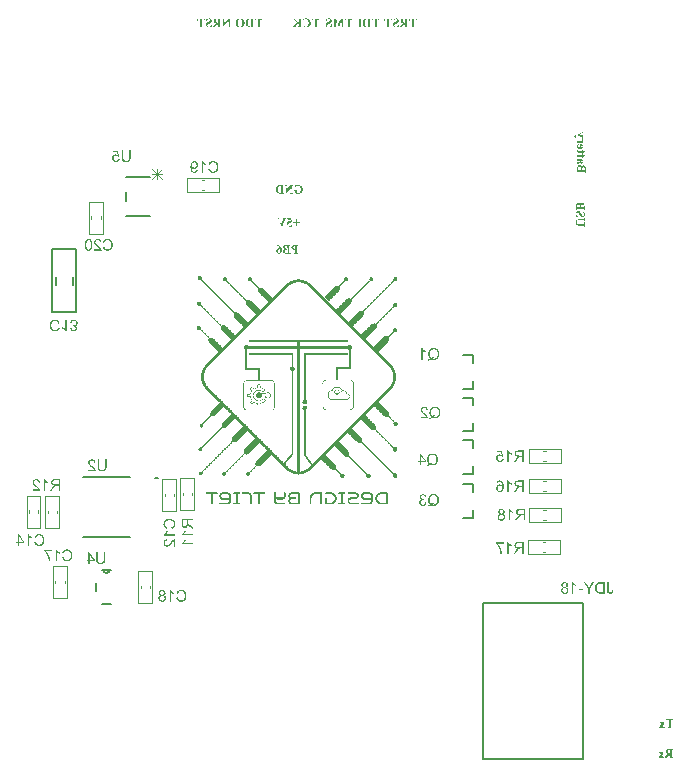
<source format=gbo>
G04*
G04 #@! TF.GenerationSoftware,Altium Limited,Altium Designer,20.2.5 (213)*
G04*
G04 Layer_Color=32896*
%FSLAX44Y44*%
%MOMM*%
G71*
G04*
G04 #@! TF.SameCoordinates,282DB418-F996-4F6C-BFF3-864D386B2F46*
G04*
G04*
G04 #@! TF.FilePolarity,Positive*
G04*
G01*
G75*
%ADD10C,0.2000*%
%ADD15C,0.1270*%
%ADD16C,0.1016*%
%ADD17C,0.2032*%
%ADD18C,0.1524*%
%ADD20C,0.0762*%
G36*
X320226Y510762D02*
X320813D01*
Y510566D01*
X321009D01*
Y510371D01*
X321205D01*
Y510175D01*
X321400D01*
Y509979D01*
Y509783D01*
X321596D01*
Y509587D01*
Y509392D01*
Y509196D01*
Y509000D01*
Y508804D01*
Y508608D01*
Y508412D01*
X321400D01*
Y508217D01*
Y508021D01*
X321205D01*
Y507825D01*
X321009D01*
Y507629D01*
X320617D01*
Y507433D01*
X318855D01*
Y507238D01*
X318659D01*
Y507042D01*
X318463D01*
Y506846D01*
X318267D01*
Y506650D01*
X318072D01*
Y506454D01*
X317876D01*
Y506258D01*
X317680D01*
Y506063D01*
X317484D01*
Y505867D01*
X317288D01*
Y505671D01*
X317092D01*
Y505475D01*
X316897D01*
Y505279D01*
X316701D01*
Y505084D01*
X316505D01*
Y504888D01*
X316309D01*
Y504692D01*
X316113D01*
Y504496D01*
X315917D01*
Y504300D01*
X315722D01*
Y504104D01*
X315526D01*
Y503909D01*
X315330D01*
Y503713D01*
X315134D01*
Y503517D01*
X314938D01*
Y503321D01*
X314743D01*
Y503125D01*
X314547D01*
Y502929D01*
X314351D01*
Y502734D01*
Y502538D01*
Y502342D01*
Y502146D01*
Y501950D01*
X314547D01*
Y501755D01*
Y501559D01*
Y501363D01*
Y501167D01*
X314351D01*
Y500971D01*
Y500775D01*
Y500580D01*
Y500384D01*
X314155D01*
Y500188D01*
Y499992D01*
X313959D01*
Y499796D01*
Y499601D01*
Y499405D01*
X313764D01*
Y499209D01*
X313568D01*
Y499013D01*
Y498817D01*
X313372D01*
Y498621D01*
X313176D01*
Y498426D01*
X312784D01*
Y498230D01*
X312589D01*
Y498034D01*
X312393D01*
Y497838D01*
X312197D01*
Y497642D01*
X312001D01*
Y497447D01*
X311805D01*
Y497251D01*
X311609D01*
Y497055D01*
Y496859D01*
X311414D01*
Y496663D01*
X311218D01*
Y496468D01*
X310826D01*
Y496272D01*
X310630D01*
Y496076D01*
X310435D01*
Y495880D01*
X310239D01*
Y495684D01*
X310043D01*
Y495488D01*
X309847D01*
Y495293D01*
Y495097D01*
X309651D01*
Y494901D01*
X309456D01*
Y494705D01*
X309064D01*
Y494509D01*
X308868D01*
Y494314D01*
X308672D01*
Y494118D01*
X308476D01*
Y493922D01*
X308281D01*
Y493726D01*
X308085D01*
Y493530D01*
X307889D01*
Y493334D01*
Y493139D01*
X307693D01*
Y492943D01*
X307497D01*
Y492747D01*
X307106D01*
Y492551D01*
X306910D01*
Y492355D01*
X306714D01*
Y492159D01*
X306518D01*
Y491964D01*
X306322D01*
Y491768D01*
X306126D01*
Y491572D01*
X305931D01*
Y491376D01*
Y491180D01*
X305735D01*
Y490984D01*
X305539D01*
Y490789D01*
X305147D01*
Y490593D01*
X304756D01*
Y490789D01*
X304560D01*
Y490984D01*
X304364D01*
Y491180D01*
X304168D01*
Y491376D01*
X303972D01*
Y491572D01*
X303777D01*
Y491768D01*
X303581D01*
Y491964D01*
X303385D01*
Y492159D01*
X303189D01*
Y492355D01*
X302994D01*
Y492551D01*
X302798D01*
Y492747D01*
X302602D01*
Y492943D01*
X302406D01*
Y493139D01*
X302210D01*
Y493334D01*
X302014D01*
Y493530D01*
X301819D01*
Y493726D01*
X301623D01*
Y493922D01*
X301427D01*
Y494118D01*
X301231D01*
Y494314D01*
X301427D01*
Y494509D01*
X301623D01*
Y494705D01*
X301819D01*
Y494901D01*
X302014D01*
Y495097D01*
X302210D01*
Y495293D01*
X302406D01*
Y495488D01*
X302602D01*
Y495684D01*
X302798D01*
Y495880D01*
X302994D01*
Y496076D01*
X303189D01*
Y496272D01*
X303385D01*
Y496468D01*
X303581D01*
Y496663D01*
X303777D01*
Y496859D01*
X303972D01*
Y497055D01*
X304168D01*
Y497251D01*
X304364D01*
Y497447D01*
X304560D01*
Y497642D01*
X304756D01*
Y497838D01*
X304952D01*
Y498034D01*
X305147D01*
Y498230D01*
X305343D01*
Y498426D01*
X305539D01*
Y498621D01*
X305735D01*
Y498817D01*
X305931D01*
Y499013D01*
X306126D01*
Y499209D01*
X306322D01*
Y499405D01*
X306518D01*
Y499601D01*
X306714D01*
Y499796D01*
X306910D01*
Y499992D01*
X307106D01*
Y500188D01*
X307302D01*
Y500384D01*
X307497D01*
Y500580D01*
X307693D01*
Y500775D01*
X307889D01*
Y500971D01*
X308085D01*
Y501167D01*
X308281D01*
Y501363D01*
X308476D01*
Y501559D01*
X308672D01*
Y501755D01*
X308868D01*
Y501950D01*
X309064D01*
Y502146D01*
X309260D01*
Y502342D01*
X309456D01*
Y502538D01*
X309651D01*
Y502734D01*
X310043D01*
Y502929D01*
X310239D01*
Y503125D01*
X310435D01*
Y503321D01*
X310826D01*
Y503517D01*
X311218D01*
Y503713D01*
X313176D01*
Y503517D01*
X313764D01*
Y503713D01*
Y503909D01*
X313959D01*
Y504104D01*
X314155D01*
Y504300D01*
X314351D01*
Y504496D01*
X314547D01*
Y504692D01*
X314743D01*
Y504888D01*
X314938D01*
Y505084D01*
X315134D01*
Y505279D01*
X315330D01*
Y505475D01*
X315526D01*
Y505671D01*
X315722D01*
Y505867D01*
X315917D01*
Y506063D01*
X316113D01*
Y506258D01*
X316309D01*
Y506454D01*
X316505D01*
Y506650D01*
X316701D01*
Y506846D01*
X316897D01*
Y507042D01*
X317092D01*
Y507238D01*
X317288D01*
Y507433D01*
X317484D01*
Y507629D01*
X317680D01*
Y507825D01*
X317876D01*
Y508021D01*
X318267D01*
Y508217D01*
Y508412D01*
Y508608D01*
Y508804D01*
X318072D01*
Y509000D01*
Y509196D01*
Y509392D01*
X318267D01*
Y509587D01*
Y509783D01*
Y509979D01*
X318463D01*
Y510175D01*
X318659D01*
Y510371D01*
X318855D01*
Y510566D01*
X319051D01*
Y510762D01*
X319638D01*
Y510958D01*
X320226D01*
Y510762D01*
D02*
G37*
G36*
X196468Y511741D02*
X197055D01*
Y511546D01*
Y511350D01*
X197251D01*
Y511154D01*
X197447D01*
Y510958D01*
Y510762D01*
Y510566D01*
X197642D01*
Y510371D01*
Y510175D01*
Y509979D01*
X197447D01*
Y509783D01*
Y509587D01*
Y509392D01*
Y509196D01*
X197642D01*
Y509000D01*
X197838D01*
Y508804D01*
X198034D01*
Y508608D01*
X198230D01*
Y508412D01*
X198426D01*
Y508217D01*
X198622D01*
Y508021D01*
X198817D01*
Y507825D01*
X199013D01*
Y507629D01*
X199209D01*
Y507433D01*
X199405D01*
Y507238D01*
X199601D01*
Y507042D01*
X199797D01*
Y506846D01*
X199992D01*
Y506650D01*
X200188D01*
Y506454D01*
X200384D01*
Y506258D01*
X200580D01*
Y506063D01*
X200776D01*
Y505867D01*
X200972D01*
Y505671D01*
X201167D01*
Y505475D01*
X201363D01*
Y505279D01*
X201559D01*
Y505084D01*
X201755D01*
Y504888D01*
X201950D01*
Y504692D01*
X202146D01*
Y504496D01*
X202342D01*
Y504300D01*
X202538D01*
Y504104D01*
X202734D01*
Y503909D01*
X202930D01*
Y503713D01*
X203125D01*
Y503517D01*
X203321D01*
Y503321D01*
X203517D01*
Y503125D01*
X203713D01*
Y502929D01*
X203909D01*
Y502734D01*
X204105D01*
Y502538D01*
X204300D01*
Y502342D01*
X204496D01*
Y502146D01*
X204692D01*
Y501950D01*
X204888D01*
Y501755D01*
X205084D01*
Y501559D01*
X205280D01*
Y501363D01*
X205475D01*
Y501167D01*
X205671D01*
Y500971D01*
X205867D01*
Y500775D01*
X206063D01*
Y500580D01*
X206259D01*
Y500384D01*
X206454D01*
Y500188D01*
X206650D01*
Y499992D01*
X206846D01*
Y499796D01*
X207042D01*
Y499601D01*
X207238D01*
Y499405D01*
X207433D01*
Y499209D01*
X207629D01*
Y499013D01*
X207825D01*
Y498817D01*
X208021D01*
Y498621D01*
X208217D01*
Y498426D01*
X208413D01*
Y498230D01*
X208608D01*
Y498034D01*
X208804D01*
Y497838D01*
X209000D01*
Y497642D01*
X209196D01*
Y497447D01*
X209392D01*
Y497251D01*
X209587D01*
Y497055D01*
X209783D01*
Y496859D01*
X209979D01*
Y496663D01*
X210175D01*
Y496468D01*
X210371D01*
Y496272D01*
X210567D01*
Y496076D01*
X210762D01*
Y495880D01*
X210958D01*
Y495684D01*
X211154D01*
Y495488D01*
X211350D01*
Y495293D01*
X211546D01*
Y495097D01*
X211742D01*
Y494901D01*
X211937D01*
Y494705D01*
X212133D01*
Y494509D01*
X212329D01*
Y494314D01*
X212525D01*
Y494118D01*
X212721D01*
Y493922D01*
X212916D01*
Y493726D01*
X213112D01*
Y493530D01*
X213308D01*
Y493334D01*
X213504D01*
Y493139D01*
X213700D01*
Y492943D01*
X213895D01*
Y492747D01*
X214091D01*
Y492551D01*
X214287D01*
Y492355D01*
X214483D01*
Y492159D01*
X214679D01*
Y491964D01*
X214875D01*
Y491768D01*
X215070D01*
Y491572D01*
X215266D01*
Y491376D01*
X215462D01*
Y491180D01*
X215658D01*
Y490984D01*
X215854D01*
Y490789D01*
X216050D01*
Y490593D01*
X216245D01*
Y490397D01*
X216441D01*
Y490201D01*
X216637D01*
Y490005D01*
X216833D01*
Y489810D01*
X217029D01*
Y489614D01*
X217225D01*
Y489418D01*
X217420D01*
Y489222D01*
X217616D01*
Y489026D01*
X217812D01*
Y488830D01*
X218008D01*
Y488635D01*
X218204D01*
Y488439D01*
X218399D01*
Y488243D01*
X218595D01*
Y488047D01*
X218791D01*
Y487851D01*
X218987D01*
Y487656D01*
X219183D01*
Y487460D01*
X219379D01*
Y487264D01*
X219574D01*
Y487068D01*
X219770D01*
Y486872D01*
X219966D01*
Y486676D01*
X220162D01*
Y486481D01*
X220358D01*
Y486285D01*
X220553D01*
Y486089D01*
X220749D01*
Y485893D01*
X220945D01*
Y485697D01*
X221141D01*
Y485502D01*
X221337D01*
Y485306D01*
X221532D01*
Y485110D01*
X221728D01*
Y484914D01*
X221924D01*
Y484718D01*
X222120D01*
Y484522D01*
X222316D01*
Y484327D01*
X222512D01*
Y484131D01*
X222707D01*
Y483935D01*
X222903D01*
Y483739D01*
X223099D01*
Y483543D01*
X223295D01*
Y483348D01*
X223491D01*
Y483152D01*
X223687D01*
Y482956D01*
X223882D01*
Y482760D01*
X224078D01*
Y482564D01*
X224274D01*
Y482369D01*
X224470D01*
Y482173D01*
X224666D01*
Y481977D01*
X224861D01*
Y481781D01*
X225057D01*
Y481585D01*
X225253D01*
Y481389D01*
X225449D01*
Y481194D01*
X226428D01*
Y481389D01*
X227015D01*
Y481194D01*
X227799D01*
Y480998D01*
X228386D01*
Y480802D01*
X228778D01*
Y480606D01*
X228974D01*
Y480410D01*
Y480214D01*
X229365D01*
Y480019D01*
X229561D01*
Y479823D01*
X229757D01*
Y479627D01*
X229953D01*
Y479431D01*
X230149D01*
Y479235D01*
X230344D01*
Y479039D01*
X230540D01*
Y478844D01*
X230736D01*
Y478648D01*
X230932D01*
Y478452D01*
X231128D01*
Y478256D01*
X231324D01*
Y478060D01*
X231519D01*
Y477865D01*
X231715D01*
Y477669D01*
X231911D01*
Y477473D01*
X232107D01*
Y477277D01*
X232303D01*
Y477081D01*
X232498D01*
Y476885D01*
X232694D01*
Y476690D01*
X232890D01*
Y476494D01*
X233086D01*
Y476298D01*
X233282D01*
Y476102D01*
X233477D01*
Y475906D01*
X233673D01*
Y475711D01*
X233869D01*
Y475515D01*
X234065D01*
Y475319D01*
X234261D01*
Y475123D01*
X234457D01*
Y474927D01*
X234652D01*
Y474731D01*
X234848D01*
Y474536D01*
X235044D01*
Y474340D01*
X235240D01*
Y474144D01*
X235436D01*
Y473948D01*
X235632D01*
Y473752D01*
X235827D01*
Y473557D01*
X236023D01*
Y473361D01*
X236219D01*
Y473165D01*
X236415D01*
Y472969D01*
X236611D01*
Y472773D01*
X236806D01*
Y472578D01*
X237002D01*
Y472773D01*
X237198D01*
Y472969D01*
X237394D01*
Y473165D01*
X237590D01*
Y473361D01*
X237786D01*
Y473557D01*
X237981D01*
Y473752D01*
X238177D01*
Y473948D01*
X238373D01*
Y474144D01*
X238569D01*
Y474340D01*
X238765D01*
Y474536D01*
X238960D01*
Y474731D01*
X239156D01*
Y474927D01*
X239352D01*
Y475123D01*
X239548D01*
Y475319D01*
X239744D01*
Y475515D01*
X239939D01*
Y475711D01*
X240135D01*
Y475906D01*
X240331D01*
Y476102D01*
X240527D01*
Y476298D01*
X240723D01*
Y476494D01*
X240919D01*
Y476690D01*
X241115D01*
Y476885D01*
X241310D01*
Y477081D01*
X241506D01*
Y477277D01*
X241702D01*
Y477473D01*
X241898D01*
Y477669D01*
X242094D01*
Y477865D01*
X242289D01*
Y478060D01*
X242485D01*
Y478256D01*
X242681D01*
Y478452D01*
X242877D01*
Y478648D01*
X243073D01*
Y478844D01*
X243269D01*
Y479039D01*
X243464D01*
Y479235D01*
Y479431D01*
X243269D01*
Y479627D01*
X243073D01*
Y479823D01*
X242877D01*
Y480019D01*
X242681D01*
Y480214D01*
X242485D01*
Y480410D01*
X242289D01*
Y480606D01*
X242094D01*
Y480802D01*
X241898D01*
Y480998D01*
X241702D01*
Y481194D01*
X241506D01*
Y481389D01*
X241310D01*
Y481585D01*
X241115D01*
Y481781D01*
X240919D01*
Y481977D01*
X240723D01*
Y482173D01*
X240527D01*
Y482369D01*
X240331D01*
Y482564D01*
X240135D01*
Y482760D01*
X239939D01*
Y482956D01*
X239744D01*
Y483152D01*
X239548D01*
Y483348D01*
X239352D01*
Y483543D01*
X239156D01*
Y483739D01*
X238960D01*
Y483935D01*
X238765D01*
Y484131D01*
X238569D01*
Y484327D01*
X238373D01*
Y484522D01*
X238177D01*
Y484718D01*
X237981D01*
Y484914D01*
X237786D01*
Y485110D01*
X237590D01*
Y485306D01*
X237394D01*
Y485502D01*
X237198D01*
Y485697D01*
X237002D01*
Y485893D01*
X236806D01*
Y486089D01*
X236611D01*
Y486285D01*
X236415D01*
Y486481D01*
X236219D01*
Y486676D01*
X236023D01*
Y486872D01*
X235827D01*
Y487068D01*
X235632D01*
Y487264D01*
X235436D01*
Y487460D01*
X235240D01*
Y487656D01*
Y487851D01*
Y488047D01*
X235044D01*
Y488243D01*
Y488439D01*
X234848D01*
Y488635D01*
Y488830D01*
Y489026D01*
Y489222D01*
Y489418D01*
X234652D01*
Y489614D01*
Y489810D01*
X234848D01*
Y490005D01*
Y490201D01*
Y490397D01*
Y490593D01*
X235044D01*
Y490789D01*
Y490984D01*
X234652D01*
Y491180D01*
X234457D01*
Y491376D01*
X234261D01*
Y491572D01*
Y491768D01*
X234065D01*
Y491964D01*
X233673D01*
Y492159D01*
X233477D01*
Y492355D01*
X233282D01*
Y492551D01*
X233086D01*
Y492747D01*
X232890D01*
Y492943D01*
X232694D01*
Y493139D01*
X232498D01*
Y493334D01*
Y493530D01*
X232303D01*
Y493726D01*
X232107D01*
Y493922D01*
X231715D01*
Y494118D01*
X231519D01*
Y494314D01*
X231324D01*
Y494509D01*
X231128D01*
Y494705D01*
X230932D01*
Y494901D01*
X230736D01*
Y495097D01*
X230540D01*
Y495293D01*
Y495488D01*
X230344D01*
Y495684D01*
X230149D01*
Y495880D01*
X229757D01*
Y496076D01*
X229561D01*
Y496272D01*
X229365D01*
Y496468D01*
X229170D01*
Y496663D01*
X228974D01*
Y496859D01*
X228778D01*
Y497055D01*
Y497251D01*
X228582D01*
Y497447D01*
X228386D01*
Y497642D01*
X227995D01*
Y497838D01*
X227799D01*
Y498034D01*
X227603D01*
Y498230D01*
X227407D01*
Y498426D01*
X227211D01*
Y498621D01*
X227015D01*
Y498817D01*
X226820D01*
Y499013D01*
X226624D01*
Y499209D01*
Y499405D01*
X226428D01*
Y499601D01*
X226036D01*
Y499796D01*
X225840D01*
Y499992D01*
X225645D01*
Y500188D01*
X225449D01*
Y500384D01*
X225253D01*
Y500580D01*
X225057D01*
Y500775D01*
X224861D01*
Y500971D01*
Y501167D01*
X224666D01*
Y501363D01*
X224274D01*
Y501559D01*
X224078D01*
Y501755D01*
X223882D01*
Y501950D01*
X223687D01*
Y502146D01*
X223491D01*
Y502342D01*
X223295D01*
Y502538D01*
X223099D01*
Y502734D01*
Y502929D01*
X222903D01*
Y503125D01*
X222707D01*
Y503321D01*
X222316D01*
Y503517D01*
X222120D01*
Y503713D01*
X221924D01*
Y503909D01*
X221728D01*
Y504104D01*
X221532D01*
Y504300D01*
X221337D01*
Y504496D01*
X221141D01*
Y504692D01*
Y504888D01*
X220945D01*
Y505084D01*
X220749D01*
Y505279D01*
X220358D01*
Y505475D01*
X220162D01*
Y505671D01*
X219966D01*
Y505867D01*
X219770D01*
Y506063D01*
X219574D01*
Y506258D01*
X219379D01*
Y506454D01*
X219183D01*
Y506650D01*
Y506846D01*
X218987D01*
Y507042D01*
X218595D01*
Y507238D01*
X218399D01*
Y507433D01*
Y507629D01*
X217812D01*
Y507433D01*
X217029D01*
Y507629D01*
X216441D01*
Y507825D01*
X216245D01*
Y508021D01*
X216050D01*
Y508217D01*
X215854D01*
Y508412D01*
Y508608D01*
Y508804D01*
X215658D01*
Y509000D01*
Y509196D01*
Y509392D01*
Y509587D01*
X215854D01*
Y509783D01*
Y509979D01*
Y510175D01*
X216050D01*
Y510371D01*
Y510566D01*
X216245D01*
Y510762D01*
X216637D01*
Y510958D01*
X218204D01*
Y510762D01*
X218399D01*
Y510566D01*
X218595D01*
Y510371D01*
X218791D01*
Y510175D01*
Y509979D01*
X218987D01*
Y509783D01*
Y509587D01*
Y509392D01*
Y509196D01*
Y509000D01*
Y508804D01*
Y508608D01*
Y508412D01*
Y508217D01*
X219183D01*
Y508021D01*
X219379D01*
Y507825D01*
X219574D01*
Y507629D01*
X219966D01*
Y507433D01*
X220162D01*
Y507238D01*
Y507042D01*
X220358D01*
Y506846D01*
X220553D01*
Y506650D01*
X220749D01*
Y506454D01*
X220945D01*
Y506258D01*
X221141D01*
Y506063D01*
X221337D01*
Y505867D01*
X221532D01*
Y505671D01*
X221924D01*
Y505475D01*
X222120D01*
Y505279D01*
Y505084D01*
X222316D01*
Y504888D01*
X222512D01*
Y504692D01*
X222707D01*
Y504496D01*
X222903D01*
Y504300D01*
X223099D01*
Y504104D01*
X223295D01*
Y503909D01*
X223687D01*
Y503713D01*
X223882D01*
Y503517D01*
X224078D01*
Y503321D01*
Y503125D01*
X224274D01*
Y502929D01*
X224470D01*
Y502734D01*
X224666D01*
Y502538D01*
X224861D01*
Y502342D01*
X225057D01*
Y502146D01*
X225449D01*
Y501950D01*
X225645D01*
Y501755D01*
X225840D01*
Y501559D01*
Y501363D01*
X226036D01*
Y501167D01*
X226232D01*
Y500971D01*
X226428D01*
Y500775D01*
X226624D01*
Y500580D01*
X226820D01*
Y500384D01*
X227015D01*
Y500188D01*
X227407D01*
Y499992D01*
X227603D01*
Y499796D01*
X227799D01*
Y499601D01*
Y499405D01*
X227995D01*
Y499209D01*
X228190D01*
Y499013D01*
X228386D01*
Y498817D01*
X228582D01*
Y498621D01*
X228778D01*
Y498426D01*
X228974D01*
Y498230D01*
X229365D01*
Y498034D01*
X229561D01*
Y497838D01*
X229757D01*
Y497642D01*
Y497447D01*
X229953D01*
Y497251D01*
X230149D01*
Y497055D01*
X230344D01*
Y496859D01*
X230540D01*
Y496663D01*
X230736D01*
Y496468D01*
X231128D01*
Y496272D01*
X231324D01*
Y496076D01*
X231519D01*
Y495880D01*
Y495684D01*
X231715D01*
Y495488D01*
X231911D01*
Y495293D01*
X232107D01*
Y495097D01*
X232303D01*
Y494901D01*
X232498D01*
Y494705D01*
X232694D01*
Y494509D01*
X233086D01*
Y494314D01*
X233282D01*
Y494118D01*
X233477D01*
Y493922D01*
Y493726D01*
X233673D01*
Y493530D01*
X233869D01*
Y493334D01*
X234065D01*
Y493139D01*
X234261D01*
Y492943D01*
X234457D01*
Y492747D01*
X234848D01*
Y492551D01*
X235044D01*
Y492355D01*
X235240D01*
Y492159D01*
X235436D01*
Y491964D01*
Y491768D01*
X235632D01*
Y491572D01*
X236219D01*
Y491768D01*
X236611D01*
Y491964D01*
X237394D01*
Y491768D01*
X237786D01*
Y491572D01*
X238373D01*
Y491376D01*
X238765D01*
Y491180D01*
X239156D01*
Y490984D01*
X239352D01*
Y490789D01*
X239744D01*
Y490593D01*
X239939D01*
Y490397D01*
X240135D01*
Y490201D01*
X240331D01*
Y490005D01*
X240527D01*
Y489810D01*
Y489614D01*
X240723D01*
Y489418D01*
X240919D01*
Y489222D01*
X241115D01*
Y489026D01*
X241506D01*
Y488830D01*
X241702D01*
Y488635D01*
X241898D01*
Y488439D01*
X242094D01*
Y488243D01*
X242289D01*
Y488047D01*
Y487851D01*
X242485D01*
Y487656D01*
X242681D01*
Y487460D01*
X242877D01*
Y487264D01*
X243073D01*
Y487068D01*
X243464D01*
Y486872D01*
X243660D01*
Y486676D01*
X243856D01*
Y486481D01*
X244052D01*
Y486285D01*
X244248D01*
Y486089D01*
Y485893D01*
X244443D01*
Y485697D01*
X244639D01*
Y485502D01*
X244835D01*
Y485306D01*
X245227D01*
Y485110D01*
X245422D01*
Y484914D01*
X245618D01*
Y484718D01*
X245814D01*
Y484522D01*
X246010D01*
Y484327D01*
X246206D01*
Y484131D01*
Y483935D01*
X246402D01*
Y483739D01*
X246597D01*
Y483543D01*
X246793D01*
Y483348D01*
X246989D01*
Y483152D01*
X247577D01*
Y483348D01*
X247772D01*
Y483543D01*
X247968D01*
Y483739D01*
X248164D01*
Y483935D01*
X248360D01*
Y484131D01*
X248556D01*
Y484327D01*
X248751D01*
Y484522D01*
X248947D01*
Y484718D01*
X249143D01*
Y484914D01*
X249339D01*
Y485110D01*
X249535D01*
Y485306D01*
X249730D01*
Y485502D01*
X249926D01*
Y485697D01*
X250122D01*
Y485893D01*
X250318D01*
Y486089D01*
X250514D01*
Y486285D01*
X250710D01*
Y486481D01*
X250905D01*
Y486676D01*
X251101D01*
Y486872D01*
X251297D01*
Y487068D01*
X251493D01*
Y487264D01*
X251689D01*
Y487460D01*
X251884D01*
Y487656D01*
X252080D01*
Y487851D01*
X252276D01*
Y488047D01*
X252472D01*
Y488243D01*
X252668D01*
Y488439D01*
X252864D01*
Y488635D01*
X253059D01*
Y488830D01*
X253255D01*
Y489026D01*
X253451D01*
Y489222D01*
X253647D01*
Y489418D01*
X253843D01*
Y489614D01*
Y489810D01*
Y490005D01*
X253647D01*
Y490201D01*
X253451D01*
Y490397D01*
X253255D01*
Y490593D01*
X253059D01*
Y490789D01*
X252864D01*
Y490984D01*
X252668D01*
Y491180D01*
X252472D01*
Y491376D01*
X252276D01*
Y491572D01*
X252080D01*
Y491768D01*
X251884D01*
Y491964D01*
X251689D01*
Y492159D01*
X251493D01*
Y492355D01*
X251297D01*
Y492551D01*
X251101D01*
Y492747D01*
X250905D01*
Y492943D01*
X250710D01*
Y493139D01*
X250514D01*
Y493334D01*
X250318D01*
Y493530D01*
X250122D01*
Y493726D01*
X249926D01*
Y493922D01*
X249730D01*
Y494118D01*
X249535D01*
Y494314D01*
X249339D01*
Y494509D01*
X249143D01*
Y494705D01*
X248947D01*
Y494901D01*
X248751D01*
Y495097D01*
X248556D01*
Y495293D01*
X248360D01*
Y495488D01*
X248164D01*
Y495684D01*
X247968D01*
Y495880D01*
X247772D01*
Y496076D01*
X247577D01*
Y496272D01*
X247381D01*
Y496468D01*
X247185D01*
Y496663D01*
X246989D01*
Y496859D01*
X246793D01*
Y497055D01*
X246597D01*
Y497251D01*
X246402D01*
Y497447D01*
X246206D01*
Y497642D01*
Y497838D01*
X246010D01*
Y498034D01*
X245814D01*
Y498230D01*
Y498426D01*
X245618D01*
Y498621D01*
Y498817D01*
Y499013D01*
X245422D01*
Y499209D01*
Y499405D01*
Y499601D01*
Y499796D01*
Y499992D01*
Y500188D01*
Y500384D01*
Y500580D01*
Y500775D01*
X245618D01*
Y500971D01*
Y501167D01*
Y501363D01*
X245227D01*
Y501559D01*
X245031D01*
Y501755D01*
X244835D01*
Y501950D01*
X244639D01*
Y502146D01*
X244443D01*
Y502342D01*
X244248D01*
Y502538D01*
X244052D01*
Y502734D01*
X243856D01*
Y502929D01*
X243660D01*
Y503125D01*
X243464D01*
Y503321D01*
X243269D01*
Y503517D01*
X243073D01*
Y503713D01*
X242877D01*
Y503909D01*
X242681D01*
Y504104D01*
X242485D01*
Y504300D01*
X242289D01*
Y504496D01*
X242094D01*
Y504692D01*
X241898D01*
Y504888D01*
X241702D01*
Y505084D01*
X241506D01*
Y505279D01*
X241310D01*
Y505475D01*
X241115D01*
Y505671D01*
X240919D01*
Y505867D01*
X240723D01*
Y506063D01*
X240527D01*
Y506258D01*
X240331D01*
Y506454D01*
X240135D01*
Y506650D01*
X239939D01*
Y506846D01*
X239744D01*
Y507042D01*
X239548D01*
Y507238D01*
X239352D01*
Y507433D01*
X237590D01*
Y507629D01*
X237394D01*
Y507825D01*
X237198D01*
Y508021D01*
X237002D01*
Y508217D01*
X236806D01*
Y508412D01*
Y508608D01*
Y508804D01*
X236611D01*
Y509000D01*
Y509196D01*
Y509392D01*
X236806D01*
Y509587D01*
Y509783D01*
Y509979D01*
X237002D01*
Y510175D01*
X237198D01*
Y510371D01*
X237394D01*
Y510566D01*
X237590D01*
Y510762D01*
X237981D01*
Y510958D01*
X238765D01*
Y510762D01*
X239156D01*
Y510566D01*
X239352D01*
Y510371D01*
X239744D01*
Y510175D01*
X239939D01*
Y509979D01*
Y509783D01*
X240135D01*
Y509587D01*
Y509392D01*
Y509196D01*
Y509000D01*
Y508804D01*
Y508608D01*
Y508412D01*
Y508217D01*
Y508021D01*
X240331D01*
Y507825D01*
X240527D01*
Y507629D01*
X240723D01*
Y507433D01*
X240919D01*
Y507238D01*
X241115D01*
Y507042D01*
X241310D01*
Y506846D01*
X241506D01*
Y506650D01*
X241702D01*
Y506454D01*
X241898D01*
Y506258D01*
X242094D01*
Y506063D01*
X242289D01*
Y505867D01*
X242485D01*
Y505671D01*
X242681D01*
Y505475D01*
X242877D01*
Y505279D01*
X243073D01*
Y505084D01*
X243269D01*
Y504888D01*
X243464D01*
Y504692D01*
X243660D01*
Y504496D01*
X243856D01*
Y504300D01*
X244052D01*
Y504104D01*
X244248D01*
Y503909D01*
X244443D01*
Y503713D01*
X244639D01*
Y503517D01*
X244835D01*
Y503321D01*
X245031D01*
Y503125D01*
X245227D01*
Y502929D01*
X245422D01*
Y502734D01*
X245618D01*
Y502538D01*
X245814D01*
Y502342D01*
X246010D01*
Y502146D01*
X246206D01*
Y501950D01*
X246597D01*
Y502146D01*
X248556D01*
Y501950D01*
X249143D01*
Y501755D01*
X249535D01*
Y501559D01*
X249730D01*
Y501363D01*
X249926D01*
Y501167D01*
X250122D01*
Y500971D01*
X250318D01*
Y500775D01*
X250514D01*
Y500580D01*
X250710D01*
Y500384D01*
X250905D01*
Y500188D01*
X251101D01*
Y499992D01*
X251297D01*
Y499796D01*
X251493D01*
Y499601D01*
X251689D01*
Y499405D01*
X251884D01*
Y499209D01*
X252080D01*
Y499013D01*
X252276D01*
Y498817D01*
X252472D01*
Y498621D01*
X252668D01*
Y498426D01*
X252864D01*
Y498230D01*
X253059D01*
Y498034D01*
X253255D01*
Y497838D01*
X253451D01*
Y497642D01*
X253647D01*
Y497447D01*
X253843D01*
Y497251D01*
X254039D01*
Y497055D01*
X254234D01*
Y496859D01*
X254430D01*
Y496663D01*
X254626D01*
Y496468D01*
X254822D01*
Y496272D01*
X255018D01*
Y496076D01*
X255214D01*
Y495880D01*
X255409D01*
Y495684D01*
X255605D01*
Y495488D01*
X255801D01*
Y495293D01*
X255997D01*
Y495097D01*
X256193D01*
Y494901D01*
X256388D01*
Y494705D01*
X256584D01*
Y494509D01*
X256780D01*
Y494314D01*
X256976D01*
Y494118D01*
X257172D01*
Y493922D01*
X257367D01*
Y493726D01*
X257563D01*
Y493530D01*
X257955D01*
Y493726D01*
X258151D01*
Y493922D01*
X258347D01*
Y494118D01*
X258542D01*
Y494314D01*
X258738D01*
Y494509D01*
X258934D01*
Y494705D01*
X259130D01*
Y494901D01*
X259326D01*
Y495097D01*
X259522D01*
Y495293D01*
X259717D01*
Y495488D01*
X259913D01*
Y495684D01*
X260109D01*
Y495880D01*
X260305D01*
Y496076D01*
X260501D01*
Y496272D01*
X260696D01*
Y496468D01*
X260892D01*
Y496663D01*
X261088D01*
Y496859D01*
X261284D01*
Y497055D01*
X261480D01*
Y497251D01*
X261675D01*
Y497447D01*
X261871D01*
Y497642D01*
X262067D01*
Y497838D01*
X262263D01*
Y498034D01*
X262459D01*
Y498230D01*
X262655D01*
Y498426D01*
X262850D01*
Y498621D01*
X263046D01*
Y498817D01*
X263242D01*
Y499013D01*
X263438D01*
Y499209D01*
X263634D01*
Y499405D01*
X263829D01*
Y499601D01*
X264025D01*
Y499796D01*
X264221D01*
Y499992D01*
X264417D01*
Y500188D01*
X264613D01*
Y500384D01*
X264809D01*
Y500580D01*
X265004D01*
Y500775D01*
X265200D01*
Y500971D01*
X265396D01*
Y501167D01*
X265592D01*
Y501363D01*
X265788D01*
Y501559D01*
X265984D01*
Y501755D01*
X266179D01*
Y501950D01*
X266375D01*
Y502146D01*
X266571D01*
Y502342D01*
X266767D01*
Y502538D01*
X266963D01*
Y502734D01*
X267159D01*
Y502929D01*
X267354D01*
Y503125D01*
X267550D01*
Y503321D01*
X267746D01*
Y503517D01*
X267942D01*
Y503713D01*
X268138D01*
Y503909D01*
X268333D01*
Y504104D01*
X268529D01*
Y504300D01*
X268725D01*
Y504496D01*
X268921D01*
Y504692D01*
X269117D01*
Y504888D01*
X269312D01*
Y505084D01*
X269508D01*
Y505279D01*
X269704D01*
Y505475D01*
X269900D01*
Y505671D01*
X270096D01*
Y505867D01*
X270487D01*
Y506063D01*
X270683D01*
Y506258D01*
X271075D01*
Y506454D01*
X271271D01*
Y506650D01*
X271662D01*
Y506846D01*
X271858D01*
Y507042D01*
X272054D01*
Y507238D01*
X272446D01*
Y507433D01*
X272837D01*
Y507629D01*
X273425D01*
Y507825D01*
X273816D01*
Y508021D01*
X274208D01*
Y508217D01*
X274991D01*
Y508412D01*
X275579D01*
Y508608D01*
X276558D01*
Y508804D01*
X276754D01*
Y509000D01*
X278320D01*
Y509196D01*
X280670D01*
Y509000D01*
X282236D01*
Y508804D01*
X282628D01*
Y508608D01*
X283412D01*
Y508412D01*
X284195D01*
Y508217D01*
X284782D01*
Y508021D01*
X285174D01*
Y507825D01*
X285761D01*
Y507629D01*
X286349D01*
Y507433D01*
X286740D01*
Y507238D01*
X286936D01*
Y507042D01*
X287328D01*
Y506846D01*
X287524D01*
Y506650D01*
X287719D01*
Y506454D01*
X288111D01*
Y506258D01*
X288503D01*
Y506063D01*
X288699D01*
Y505867D01*
X288895D01*
Y505671D01*
X289090D01*
Y505475D01*
X289482D01*
Y505279D01*
X289678D01*
Y505084D01*
X289874D01*
Y504888D01*
X290069D01*
Y504692D01*
X290265D01*
Y504496D01*
X290461D01*
Y504300D01*
X290657D01*
Y504104D01*
X290853D01*
Y503909D01*
X291048D01*
Y503713D01*
X291244D01*
Y503517D01*
X291440D01*
Y503321D01*
X291636D01*
Y503125D01*
X291832D01*
Y502929D01*
X292028D01*
Y502734D01*
X292223D01*
Y502538D01*
X292419D01*
Y502342D01*
X292615D01*
Y502146D01*
X292811D01*
Y501950D01*
X293007D01*
Y501755D01*
X293202D01*
Y501559D01*
X293398D01*
Y501363D01*
X293594D01*
Y501167D01*
X293790D01*
Y500971D01*
X293986D01*
Y500775D01*
X294182D01*
Y500580D01*
X294377D01*
Y500384D01*
X294573D01*
Y500188D01*
X294769D01*
Y499992D01*
X294965D01*
Y499796D01*
X295161D01*
Y499601D01*
X295357D01*
Y499405D01*
X295552D01*
Y499209D01*
X295748D01*
Y499013D01*
X295944D01*
Y498817D01*
X296140D01*
Y498621D01*
X296336D01*
Y498426D01*
X296531D01*
Y498230D01*
X296727D01*
Y498034D01*
X296923D01*
Y497838D01*
X297119D01*
Y497642D01*
X297315D01*
Y497447D01*
X297511D01*
Y497251D01*
X297706D01*
Y497055D01*
X297902D01*
Y496859D01*
X298098D01*
Y496663D01*
X298294D01*
Y496468D01*
X298490D01*
Y496272D01*
X298685D01*
Y496076D01*
X298881D01*
Y495880D01*
X299077D01*
Y495684D01*
X299273D01*
Y495488D01*
X299469D01*
Y495293D01*
X299664D01*
Y495097D01*
X299860D01*
Y494901D01*
X300056D01*
Y494705D01*
X300252D01*
Y494509D01*
X300448D01*
Y494314D01*
X300644D01*
Y494118D01*
X300839D01*
Y493922D01*
X301035D01*
Y493726D01*
Y493530D01*
X301231D01*
Y493334D01*
X301427D01*
Y493139D01*
X301819D01*
Y492943D01*
X302014D01*
Y492747D01*
X302210D01*
Y492551D01*
X302406D01*
Y492355D01*
X302602D01*
Y492159D01*
X302798D01*
Y491964D01*
X302994D01*
Y491768D01*
Y491572D01*
X303189D01*
Y491376D01*
X303385D01*
Y491180D01*
X303777D01*
Y490984D01*
X303972D01*
Y490789D01*
X304168D01*
Y490593D01*
X304364D01*
Y490397D01*
X304560D01*
Y490201D01*
X304756D01*
Y490005D01*
Y489810D01*
X305147D01*
Y489614D01*
X305343D01*
Y489418D01*
X305539D01*
Y489222D01*
X305735D01*
Y489026D01*
X305931D01*
Y488830D01*
X306126D01*
Y488635D01*
X306322D01*
Y488439D01*
X306518D01*
Y488243D01*
X306714D01*
Y488047D01*
X306910D01*
Y487851D01*
X307106D01*
Y487656D01*
X307302D01*
Y487460D01*
X307497D01*
Y487264D01*
X307693D01*
Y487068D01*
X307889D01*
Y486872D01*
X308085D01*
Y486676D01*
X308281D01*
Y486481D01*
X308476D01*
Y486285D01*
X308672D01*
Y486089D01*
X308868D01*
Y485893D01*
X309064D01*
Y485697D01*
X309260D01*
Y485502D01*
X309456D01*
Y485306D01*
X309651D01*
Y485110D01*
X309847D01*
Y484914D01*
X310043D01*
Y484718D01*
X310239D01*
Y484522D01*
X310435D01*
Y484327D01*
X310630D01*
Y484131D01*
X310826D01*
Y483935D01*
X311022D01*
Y483739D01*
X311218D01*
Y483543D01*
X311609D01*
Y483739D01*
X311805D01*
Y483935D01*
X312001D01*
Y484131D01*
X312197D01*
Y484327D01*
X312393D01*
Y484522D01*
X312589D01*
Y484718D01*
X312784D01*
Y484914D01*
X312980D01*
Y485110D01*
X313176D01*
Y485306D01*
X313372D01*
Y485502D01*
X313568D01*
Y485697D01*
X313764D01*
Y485893D01*
X313959D01*
Y486089D01*
X314155D01*
Y486285D01*
X314351D01*
Y486481D01*
X314547D01*
Y486676D01*
X314743D01*
Y486872D01*
X314938D01*
Y487068D01*
X315134D01*
Y487264D01*
X315330D01*
Y487460D01*
X315526D01*
Y487656D01*
X315722D01*
Y487851D01*
X315917D01*
Y488047D01*
X316113D01*
Y488243D01*
X316309D01*
Y488439D01*
X316505D01*
Y488635D01*
X316701D01*
Y488830D01*
X316897D01*
Y489026D01*
X317092D01*
Y489222D01*
X317288D01*
Y489418D01*
X317484D01*
Y489614D01*
X317680D01*
Y489810D01*
X317876D01*
Y490005D01*
X318072D01*
Y490201D01*
X318267D01*
Y490397D01*
X318463D01*
Y490593D01*
X318659D01*
Y490789D01*
X318855D01*
Y490984D01*
X319051D01*
Y491180D01*
X319247D01*
Y491376D01*
X319442D01*
Y491572D01*
X319638D01*
Y491768D01*
X319834D01*
Y491964D01*
X320030D01*
Y492159D01*
X320226D01*
Y492355D01*
X320421D01*
Y492551D01*
X320813D01*
Y492747D01*
X321009D01*
Y492943D01*
X321792D01*
Y493139D01*
X323359D01*
Y492943D01*
X323946D01*
Y493139D01*
X324142D01*
Y493334D01*
X324338D01*
Y493530D01*
X324534D01*
Y493726D01*
X324729D01*
Y493922D01*
X324925D01*
Y494118D01*
X325121D01*
Y494314D01*
X325317D01*
Y494509D01*
X325513D01*
Y494705D01*
X325709D01*
Y494901D01*
X325904D01*
Y495097D01*
X326100D01*
Y495293D01*
X326296D01*
Y495488D01*
X326492D01*
Y495684D01*
X326688D01*
Y495880D01*
X326883D01*
Y496076D01*
X327079D01*
Y496272D01*
X327275D01*
Y496468D01*
X327471D01*
Y496663D01*
X327667D01*
Y496859D01*
X328058D01*
Y497055D01*
X328254D01*
Y497251D01*
X328450D01*
Y497447D01*
Y497642D01*
X328646D01*
Y497838D01*
X328842D01*
Y498034D01*
X329037D01*
Y498230D01*
X329233D01*
Y498426D01*
X329429D01*
Y498621D01*
X329821D01*
Y498817D01*
X330017D01*
Y499013D01*
X330212D01*
Y499209D01*
X330408D01*
Y499405D01*
Y499601D01*
X330604D01*
Y499796D01*
X330800D01*
Y499992D01*
X330996D01*
Y500188D01*
X331191D01*
Y500384D01*
X331387D01*
Y500580D01*
X331779D01*
Y500775D01*
X331975D01*
Y500971D01*
X332171D01*
Y501167D01*
Y501363D01*
X332366D01*
Y501559D01*
X332562D01*
Y501755D01*
X332758D01*
Y501950D01*
X332954D01*
Y502146D01*
X333150D01*
Y502342D01*
X333541D01*
Y502538D01*
X333737D01*
Y502734D01*
X333933D01*
Y502929D01*
X334129D01*
Y503125D01*
X334325D01*
Y503321D01*
X334520D01*
Y503517D01*
X334716D01*
Y503713D01*
X334912D01*
Y503909D01*
X335108D01*
Y504104D01*
X335304D01*
Y504300D01*
X335499D01*
Y504496D01*
X335695D01*
Y504692D01*
X335891D01*
Y504888D01*
X336087D01*
Y505084D01*
X336283D01*
Y505279D01*
X336479D01*
Y505475D01*
X336674D01*
Y505671D01*
X336870D01*
Y505867D01*
X337066D01*
Y506063D01*
X337262D01*
Y506258D01*
X337458D01*
Y506454D01*
X337654D01*
Y506650D01*
X337849D01*
Y506846D01*
X338045D01*
Y507042D01*
X338241D01*
Y507238D01*
X338437D01*
Y507433D01*
X338633D01*
Y507629D01*
X338828D01*
Y507825D01*
X339024D01*
Y508021D01*
X339220D01*
Y508217D01*
X339612D01*
Y508412D01*
Y508608D01*
Y508804D01*
X339220D01*
Y509000D01*
X339416D01*
Y509196D01*
Y509392D01*
X339220D01*
Y509587D01*
X339612D01*
Y509783D01*
Y509979D01*
Y510175D01*
X339808D01*
Y510371D01*
X340003D01*
Y510566D01*
X340199D01*
Y510762D01*
X340591D01*
Y510958D01*
X341766D01*
Y510762D01*
X341962D01*
Y510566D01*
X342157D01*
Y510371D01*
X342353D01*
Y510175D01*
X342549D01*
Y509979D01*
Y509783D01*
X342745D01*
Y509587D01*
Y509392D01*
Y509196D01*
Y509000D01*
Y508804D01*
Y508608D01*
Y508412D01*
X342549D01*
Y508217D01*
Y508021D01*
X342353D01*
Y507825D01*
X342157D01*
Y507629D01*
X341766D01*
Y507433D01*
X340395D01*
Y507629D01*
X340199D01*
Y507433D01*
X340003D01*
Y507238D01*
X339808D01*
Y507042D01*
X339612D01*
Y506846D01*
X339416D01*
Y506650D01*
X339220D01*
Y506454D01*
X339024D01*
Y506258D01*
X338828D01*
Y506063D01*
X338633D01*
Y505867D01*
X338437D01*
Y505671D01*
X338241D01*
Y505475D01*
X338045D01*
Y505279D01*
X337849D01*
Y505084D01*
X337654D01*
Y504888D01*
X337458D01*
Y504692D01*
X337262D01*
Y504496D01*
X337066D01*
Y504300D01*
X336870D01*
Y504104D01*
X336674D01*
Y503909D01*
X336479D01*
Y503713D01*
X336283D01*
Y503517D01*
X336087D01*
Y503321D01*
X335891D01*
Y503125D01*
X335695D01*
Y502929D01*
X335499D01*
Y502734D01*
X335304D01*
Y502538D01*
X335108D01*
Y502342D01*
X334912D01*
Y502146D01*
X334716D01*
Y501950D01*
X334520D01*
Y501755D01*
X334129D01*
Y501559D01*
X333933D01*
Y501363D01*
X333737D01*
Y501167D01*
X333541D01*
Y500971D01*
X333345D01*
Y500775D01*
X333150D01*
Y500580D01*
Y500384D01*
X332954D01*
Y500188D01*
X332758D01*
Y499992D01*
X332366D01*
Y499796D01*
X332171D01*
Y499601D01*
X331975D01*
Y499405D01*
X331779D01*
Y499209D01*
X331583D01*
Y499013D01*
X331387D01*
Y498817D01*
Y498621D01*
X331191D01*
Y498426D01*
X330996D01*
Y498230D01*
X330800D01*
Y498034D01*
X330408D01*
Y497838D01*
X330212D01*
Y497642D01*
X330017D01*
Y497447D01*
X329821D01*
Y497251D01*
X329625D01*
Y497055D01*
X329429D01*
Y496859D01*
Y496663D01*
X329233D01*
Y496468D01*
X329037D01*
Y496272D01*
X328842D01*
Y496076D01*
X328450D01*
Y495880D01*
X328254D01*
Y495684D01*
X328058D01*
Y495488D01*
X327863D01*
Y495293D01*
X327667D01*
Y495097D01*
X327471D01*
Y494901D01*
X327275D01*
Y494705D01*
X327079D01*
Y494509D01*
X326883D01*
Y494314D01*
X326688D01*
Y494118D01*
X326492D01*
Y493922D01*
X326296D01*
Y493726D01*
X326100D01*
Y493530D01*
X325904D01*
Y493334D01*
X325709D01*
Y493139D01*
X325513D01*
Y492943D01*
X325317D01*
Y492747D01*
X325121D01*
Y492551D01*
X324925D01*
Y492355D01*
X324729D01*
Y492159D01*
Y491964D01*
Y491768D01*
Y491572D01*
Y491376D01*
X324925D01*
Y491180D01*
Y490984D01*
Y490789D01*
Y490593D01*
X324729D01*
Y490397D01*
Y490201D01*
Y490005D01*
Y489810D01*
X324534D01*
Y489614D01*
X324338D01*
Y489418D01*
Y489222D01*
X324142D01*
Y489026D01*
Y488830D01*
X323946D01*
Y488635D01*
X323750D01*
Y488439D01*
X323554D01*
Y488243D01*
Y488047D01*
X323359D01*
Y487851D01*
X323163D01*
Y487656D01*
X322967D01*
Y487460D01*
X322771D01*
Y487264D01*
X322575D01*
Y487068D01*
X322380D01*
Y486872D01*
X322184D01*
Y486676D01*
X321988D01*
Y486481D01*
X321792D01*
Y486285D01*
X321596D01*
Y486089D01*
X321400D01*
Y485893D01*
X321205D01*
Y485697D01*
X321009D01*
Y485502D01*
X320813D01*
Y485306D01*
X320617D01*
Y485110D01*
X320421D01*
Y484914D01*
X320226D01*
Y484718D01*
X320030D01*
Y484522D01*
X319834D01*
Y484327D01*
X319638D01*
Y484131D01*
X319442D01*
Y483935D01*
X319247D01*
Y483739D01*
X319051D01*
Y483543D01*
X318855D01*
Y483348D01*
X318659D01*
Y483152D01*
X318463D01*
Y482956D01*
X318267D01*
Y482760D01*
X318072D01*
Y482564D01*
X317876D01*
Y482369D01*
X317680D01*
Y482173D01*
X317484D01*
Y481977D01*
X317288D01*
Y481781D01*
X317092D01*
Y481585D01*
X316897D01*
Y481389D01*
X316701D01*
Y481194D01*
X316505D01*
Y480998D01*
X316309D01*
Y480802D01*
X316113D01*
Y480606D01*
X315917D01*
Y480410D01*
X315722D01*
Y480214D01*
X315526D01*
Y480019D01*
X315330D01*
Y479823D01*
Y479627D01*
Y479431D01*
X315526D01*
Y479235D01*
X315722D01*
Y479039D01*
X315917D01*
Y478844D01*
X316113D01*
Y478648D01*
X316309D01*
Y478452D01*
X316505D01*
Y478256D01*
X316701D01*
Y478060D01*
X316897D01*
Y477865D01*
X317092D01*
Y477669D01*
X317288D01*
Y477473D01*
X317484D01*
Y477277D01*
X317680D01*
Y477081D01*
X317876D01*
Y476885D01*
X318072D01*
Y476690D01*
X318267D01*
Y476494D01*
X318463D01*
Y476298D01*
X318659D01*
Y476102D01*
X318855D01*
Y475906D01*
X319051D01*
Y475711D01*
X319247D01*
Y475515D01*
X319442D01*
Y475319D01*
X319638D01*
Y475123D01*
X319834D01*
Y474927D01*
X320030D01*
Y474731D01*
X320226D01*
Y474536D01*
X320421D01*
Y474340D01*
X320617D01*
Y474144D01*
X320813D01*
Y473948D01*
X321009D01*
Y473752D01*
X321205D01*
Y473557D01*
X321400D01*
Y473361D01*
X321596D01*
Y473165D01*
X321988D01*
Y473361D01*
X322184D01*
Y473557D01*
X322380D01*
Y473752D01*
X322575D01*
Y473948D01*
X322771D01*
Y474144D01*
X322967D01*
Y474340D01*
X323163D01*
Y474536D01*
X323359D01*
Y474731D01*
X323554D01*
Y474927D01*
X323750D01*
Y475123D01*
X323946D01*
Y475319D01*
X324142D01*
Y475515D01*
X324338D01*
Y475711D01*
X324534D01*
Y475906D01*
X324729D01*
Y476102D01*
X324925D01*
Y476298D01*
X325121D01*
Y476494D01*
X325317D01*
Y476690D01*
X325513D01*
Y476885D01*
X325709D01*
Y477081D01*
X325904D01*
Y477277D01*
X326100D01*
Y477473D01*
X326296D01*
Y477669D01*
X326492D01*
Y477865D01*
X326688D01*
Y478060D01*
X326883D01*
Y478256D01*
X327079D01*
Y478452D01*
X327275D01*
Y478648D01*
X327471D01*
Y478844D01*
X327667D01*
Y479039D01*
X327863D01*
Y479235D01*
X328058D01*
Y479431D01*
X328254D01*
Y479627D01*
X328450D01*
Y479823D01*
X328646D01*
Y480019D01*
X328842D01*
Y480214D01*
X329037D01*
Y480410D01*
X329233D01*
Y480606D01*
X329429D01*
Y480802D01*
X329625D01*
Y480998D01*
X329821D01*
Y481194D01*
X330017D01*
Y481389D01*
X330212D01*
Y481585D01*
X330408D01*
Y481781D01*
X330800D01*
Y481977D01*
X330996D01*
Y482173D01*
X331583D01*
Y482369D01*
Y482564D01*
X332562D01*
Y482760D01*
X333150D01*
Y482564D01*
X334325D01*
Y482760D01*
X334520D01*
Y482956D01*
X334716D01*
Y483152D01*
X334912D01*
Y483348D01*
X335108D01*
Y483543D01*
X335304D01*
Y483739D01*
X335499D01*
Y483935D01*
X335695D01*
Y484131D01*
X335891D01*
Y484327D01*
X336087D01*
Y484522D01*
X336283D01*
Y484718D01*
X336479D01*
Y484914D01*
X336674D01*
Y485110D01*
X336870D01*
Y485306D01*
X337066D01*
Y485502D01*
X337262D01*
Y485697D01*
X337458D01*
Y485893D01*
X337654D01*
Y486089D01*
X337849D01*
Y486285D01*
X338045D01*
Y486481D01*
X338241D01*
Y486676D01*
X338437D01*
Y486872D01*
X338633D01*
Y487068D01*
X338828D01*
Y487264D01*
X339024D01*
Y487460D01*
X339220D01*
Y487656D01*
X339416D01*
Y487851D01*
X339612D01*
Y488047D01*
X339808D01*
Y488243D01*
X340003D01*
Y488439D01*
X340199D01*
Y488635D01*
X340395D01*
Y488830D01*
X340591D01*
Y489026D01*
X340787D01*
Y489222D01*
X340982D01*
Y489418D01*
X341178D01*
Y489614D01*
X341374D01*
Y489810D01*
X341570D01*
Y490005D01*
X341766D01*
Y490201D01*
X341962D01*
Y490397D01*
X342157D01*
Y490593D01*
X342353D01*
Y490789D01*
X342549D01*
Y490984D01*
X342745D01*
Y491180D01*
X342941D01*
Y491376D01*
X343136D01*
Y491572D01*
X343332D01*
Y491768D01*
X343528D01*
Y491964D01*
X343724D01*
Y492159D01*
X343920D01*
Y492355D01*
X344115D01*
Y492551D01*
X344311D01*
Y492747D01*
X344507D01*
Y492943D01*
X344703D01*
Y493139D01*
X344899D01*
Y493334D01*
X345095D01*
Y493530D01*
X345290D01*
Y493726D01*
X345486D01*
Y493922D01*
X345682D01*
Y494118D01*
X345878D01*
Y494314D01*
X346074D01*
Y494509D01*
X346270D01*
Y494705D01*
X346465D01*
Y494901D01*
X346661D01*
Y495097D01*
X346857D01*
Y495293D01*
X347053D01*
Y495488D01*
X347249D01*
Y495684D01*
X347444D01*
Y495880D01*
X347640D01*
Y496076D01*
X347836D01*
Y496272D01*
X348032D01*
Y496468D01*
X348228D01*
Y496663D01*
X348424D01*
Y496859D01*
X348619D01*
Y497055D01*
X348815D01*
Y497251D01*
X349011D01*
Y497447D01*
X349207D01*
Y497642D01*
X349403D01*
Y497838D01*
X349599D01*
Y498034D01*
X349794D01*
Y498230D01*
X349990D01*
Y498426D01*
X350186D01*
Y498621D01*
X350382D01*
Y498817D01*
X350578D01*
Y499013D01*
X350773D01*
Y499209D01*
X350969D01*
Y499405D01*
X351165D01*
Y499601D01*
X351361D01*
Y499796D01*
X351557D01*
Y499992D01*
X351753D01*
Y500188D01*
X351948D01*
Y500384D01*
X352144D01*
Y500580D01*
X352340D01*
Y500775D01*
X352536D01*
Y500971D01*
X352732D01*
Y501167D01*
X352927D01*
Y501363D01*
X353123D01*
Y501559D01*
X353319D01*
Y501755D01*
X353515D01*
Y501950D01*
X353711D01*
Y502146D01*
X353907D01*
Y502342D01*
X354102D01*
Y502538D01*
X354298D01*
Y502734D01*
X354494D01*
Y502929D01*
X354690D01*
Y503125D01*
X354886D01*
Y503321D01*
X355081D01*
Y503517D01*
X355277D01*
Y503713D01*
X355473D01*
Y503909D01*
X355669D01*
Y504104D01*
X355865D01*
Y504300D01*
X356061D01*
Y504496D01*
X356256D01*
Y504692D01*
X356452D01*
Y504888D01*
X356648D01*
Y505084D01*
X356844D01*
Y505279D01*
X357040D01*
Y505475D01*
X357235D01*
Y505671D01*
X357431D01*
Y505867D01*
X357627D01*
Y506063D01*
X357823D01*
Y506258D01*
X358019D01*
Y506454D01*
X358215D01*
Y506650D01*
X358410D01*
Y506846D01*
X358606D01*
Y507042D01*
X358802D01*
Y507238D01*
X358998D01*
Y507433D01*
X359194D01*
Y507629D01*
X359389D01*
Y507825D01*
X359585D01*
Y508021D01*
X359781D01*
Y508217D01*
Y508412D01*
Y508608D01*
Y508804D01*
Y509000D01*
Y509196D01*
Y509392D01*
Y509587D01*
Y509783D01*
X359977D01*
Y509979D01*
Y510175D01*
X360173D01*
Y510371D01*
X360369D01*
Y510566D01*
X360564D01*
Y510762D01*
X360956D01*
Y510958D01*
X362131D01*
Y510762D01*
X362523D01*
Y510566D01*
Y510371D01*
X362914D01*
Y510175D01*
Y509979D01*
X363110D01*
Y509783D01*
Y509587D01*
Y509392D01*
X363306D01*
Y509196D01*
Y509000D01*
X363110D01*
Y508804D01*
Y508608D01*
Y508412D01*
Y508217D01*
X362914D01*
Y508021D01*
X362718D01*
Y507825D01*
X362523D01*
Y507629D01*
X362131D01*
Y507433D01*
X360564D01*
Y507238D01*
X360369D01*
Y507042D01*
X360173D01*
Y506846D01*
X359977D01*
Y506650D01*
X359781D01*
Y506454D01*
X359585D01*
Y506258D01*
X359389D01*
Y506063D01*
X359194D01*
Y505867D01*
X358998D01*
Y505671D01*
X358802D01*
Y505475D01*
X358606D01*
Y505279D01*
X358410D01*
Y505084D01*
X358215D01*
Y504888D01*
X358019D01*
Y504692D01*
X357823D01*
Y504496D01*
X357627D01*
Y504300D01*
X357431D01*
Y504104D01*
X357235D01*
Y503909D01*
X357040D01*
Y503713D01*
X356844D01*
Y503517D01*
X356648D01*
Y503321D01*
X356452D01*
Y503125D01*
X356256D01*
Y502929D01*
X356061D01*
Y502734D01*
X355865D01*
Y502538D01*
X355669D01*
Y502342D01*
X355473D01*
Y502146D01*
X355277D01*
Y501950D01*
X355081D01*
Y501755D01*
X354886D01*
Y501559D01*
X354690D01*
Y501363D01*
X354494D01*
Y501167D01*
X354298D01*
Y500971D01*
X354102D01*
Y500775D01*
X353907D01*
Y500580D01*
X353711D01*
Y500384D01*
X353515D01*
Y500188D01*
X353319D01*
Y499992D01*
X353123D01*
Y499796D01*
X352927D01*
Y499601D01*
X352732D01*
Y499405D01*
X352536D01*
Y499209D01*
X352340D01*
Y499013D01*
X352144D01*
Y498817D01*
X351948D01*
Y498621D01*
X351753D01*
Y498426D01*
X351557D01*
Y498230D01*
X351361D01*
Y498034D01*
X351165D01*
Y497838D01*
X350969D01*
Y497642D01*
X350773D01*
Y497447D01*
X350578D01*
Y497251D01*
X350382D01*
Y497055D01*
X350186D01*
Y496859D01*
X349990D01*
Y496663D01*
X349794D01*
Y496468D01*
X349599D01*
Y496272D01*
X349403D01*
Y496076D01*
X349207D01*
Y495880D01*
X349011D01*
Y495684D01*
X348815D01*
Y495488D01*
X348619D01*
Y495293D01*
X348424D01*
Y495097D01*
X348228D01*
Y494901D01*
X348032D01*
Y494705D01*
X347836D01*
Y494509D01*
X347640D01*
Y494314D01*
X347444D01*
Y494118D01*
X347249D01*
Y493922D01*
X347053D01*
Y493726D01*
X346857D01*
Y493530D01*
X346661D01*
Y493334D01*
X346465D01*
Y493139D01*
X346270D01*
Y492943D01*
X346074D01*
Y492747D01*
X345878D01*
Y492551D01*
X345682D01*
Y492355D01*
X345486D01*
Y492159D01*
X345290D01*
Y491964D01*
X345095D01*
Y491768D01*
X344899D01*
Y491572D01*
X344703D01*
Y491376D01*
X344507D01*
Y491180D01*
X344311D01*
Y490984D01*
X344115D01*
Y490789D01*
X343920D01*
Y490593D01*
X343724D01*
Y490397D01*
X343528D01*
Y490201D01*
X343332D01*
Y490005D01*
X343136D01*
Y489810D01*
X342941D01*
Y489614D01*
X342745D01*
Y489418D01*
X342549D01*
Y489222D01*
X342353D01*
Y489026D01*
X342157D01*
Y488830D01*
X341962D01*
Y488635D01*
X341766D01*
Y488439D01*
X341570D01*
Y488243D01*
X341374D01*
Y488047D01*
X341178D01*
Y487851D01*
X340982D01*
Y487656D01*
X340787D01*
Y487460D01*
X340591D01*
Y487264D01*
X340395D01*
Y487068D01*
X340199D01*
Y486872D01*
X340003D01*
Y486676D01*
X339808D01*
Y486481D01*
X339612D01*
Y486285D01*
X339416D01*
Y486089D01*
X339220D01*
Y485893D01*
X339024D01*
Y485697D01*
X338828D01*
Y485502D01*
X338633D01*
Y485306D01*
X338437D01*
Y485110D01*
X338241D01*
Y484914D01*
X338045D01*
Y484718D01*
X337849D01*
Y484522D01*
X337654D01*
Y484327D01*
X337458D01*
Y484131D01*
X337262D01*
Y483935D01*
X337066D01*
Y483739D01*
X336870D01*
Y483543D01*
X336674D01*
Y483348D01*
X336479D01*
Y483152D01*
X336283D01*
Y482956D01*
X336087D01*
Y482760D01*
X335891D01*
Y482564D01*
X335695D01*
Y482369D01*
X335499D01*
Y482173D01*
X335304D01*
Y481977D01*
X335108D01*
Y481781D01*
X334912D01*
Y481585D01*
Y481389D01*
Y481194D01*
Y480998D01*
Y480802D01*
Y480606D01*
Y480410D01*
Y480214D01*
Y480019D01*
Y479823D01*
Y479627D01*
Y479431D01*
X334716D01*
Y479235D01*
Y479039D01*
X334520D01*
Y478844D01*
Y478648D01*
Y478452D01*
X334325D01*
Y478256D01*
X334129D01*
Y478060D01*
Y477865D01*
X333933D01*
Y477669D01*
X333737D01*
Y477473D01*
X333345D01*
Y477277D01*
X333150D01*
Y477081D01*
X332954D01*
Y476885D01*
X332758D01*
Y476690D01*
X332562D01*
Y476494D01*
X332366D01*
Y476298D01*
Y476102D01*
X332171D01*
Y475906D01*
X331975D01*
Y475711D01*
X331779D01*
Y475515D01*
X331387D01*
Y475319D01*
X331191D01*
Y475123D01*
X330996D01*
Y474927D01*
X330800D01*
Y474731D01*
X330604D01*
Y474536D01*
Y474340D01*
X330408D01*
Y474144D01*
X330212D01*
Y473948D01*
X330017D01*
Y473752D01*
X329625D01*
Y473557D01*
X329429D01*
Y473361D01*
X329233D01*
Y473165D01*
X329037D01*
Y472969D01*
X328842D01*
Y472773D01*
X328646D01*
Y472578D01*
Y472382D01*
X328450D01*
Y472186D01*
X328254D01*
Y471990D01*
X328058D01*
Y471794D01*
X327667D01*
Y471598D01*
X327471D01*
Y471403D01*
X327275D01*
Y471207D01*
X327079D01*
Y471011D01*
X326883D01*
Y470815D01*
Y470619D01*
X326688D01*
Y470424D01*
X326492D01*
Y470228D01*
X326296D01*
Y470032D01*
X325904D01*
Y469836D01*
X325709D01*
Y469640D01*
X325513D01*
Y469444D01*
Y469249D01*
Y469053D01*
X325709D01*
Y468857D01*
X326100D01*
Y468661D01*
X326296D01*
Y468465D01*
X326492D01*
Y468269D01*
X326688D01*
Y468074D01*
X326883D01*
Y467878D01*
X327079D01*
Y467682D01*
X327275D01*
Y467486D01*
X327471D01*
Y467290D01*
X327667D01*
Y467094D01*
X327863D01*
Y466899D01*
X328058D01*
Y466703D01*
X328254D01*
Y466507D01*
X328450D01*
Y466311D01*
X328646D01*
Y466115D01*
X328842D01*
Y465920D01*
X329037D01*
Y465724D01*
X329233D01*
Y465528D01*
X329429D01*
Y465332D01*
X329625D01*
Y465136D01*
X329821D01*
Y464940D01*
X330017D01*
Y464745D01*
X330212D01*
Y464549D01*
X330408D01*
Y464353D01*
X330604D01*
Y464157D01*
X330800D01*
Y463961D01*
X330996D01*
Y463766D01*
X331191D01*
Y463570D01*
X331387D01*
Y463374D01*
X331583D01*
Y463178D01*
X331779D01*
Y462982D01*
X331975D01*
Y462786D01*
X332171D01*
Y462591D01*
X332366D01*
Y462395D01*
X332758D01*
Y462591D01*
X332954D01*
Y462786D01*
X333150D01*
Y462982D01*
X333345D01*
Y463178D01*
X333541D01*
Y463374D01*
X333737D01*
Y463570D01*
X333933D01*
Y463766D01*
X334129D01*
Y463961D01*
X334325D01*
Y464157D01*
X334520D01*
Y464353D01*
X334716D01*
Y464549D01*
X334912D01*
Y464745D01*
X335108D01*
Y464940D01*
X335304D01*
Y465136D01*
X335499D01*
Y465332D01*
X335695D01*
Y465528D01*
X335891D01*
Y465724D01*
X336087D01*
Y465920D01*
X336283D01*
Y466115D01*
X336479D01*
Y466311D01*
X336674D01*
Y466507D01*
X336870D01*
Y466703D01*
X337066D01*
Y466899D01*
X337262D01*
Y467094D01*
X337458D01*
Y467290D01*
X337654D01*
Y467486D01*
X337849D01*
Y467682D01*
X338045D01*
Y467878D01*
X338241D01*
Y468074D01*
X338437D01*
Y468269D01*
X338633D01*
Y468465D01*
X338828D01*
Y468661D01*
X339024D01*
Y468857D01*
X339220D01*
Y469053D01*
X339416D01*
Y469249D01*
X339612D01*
Y469444D01*
X339808D01*
Y469640D01*
X340003D01*
Y469836D01*
X340199D01*
Y470032D01*
X340395D01*
Y470228D01*
X340591D01*
Y470424D01*
X340787D01*
Y470619D01*
X340982D01*
Y470815D01*
X341178D01*
Y471011D01*
X341374D01*
Y471207D01*
X341766D01*
Y471403D01*
X341962D01*
Y471598D01*
X342353D01*
Y471794D01*
X343332D01*
Y471990D01*
X343920D01*
Y471794D01*
X344899D01*
Y471990D01*
X345095D01*
Y472186D01*
X345290D01*
Y472382D01*
X345486D01*
Y472578D01*
X345878D01*
Y472773D01*
Y472969D01*
X346074D01*
Y473165D01*
X346270D01*
Y473361D01*
X346465D01*
Y473557D01*
X346661D01*
Y473752D01*
X346857D01*
Y473948D01*
X347053D01*
Y474144D01*
X347249D01*
Y474340D01*
X347640D01*
Y474536D01*
X347836D01*
Y474731D01*
Y474927D01*
X348032D01*
Y475123D01*
X348228D01*
Y475319D01*
X348424D01*
Y475515D01*
X348619D01*
Y475711D01*
X348815D01*
Y475906D01*
X349011D01*
Y476102D01*
X349207D01*
Y476298D01*
X349599D01*
Y476494D01*
Y476690D01*
X349794D01*
Y476885D01*
X349990D01*
Y477081D01*
X350186D01*
Y477277D01*
X350382D01*
Y477473D01*
X350578D01*
Y477669D01*
X350773D01*
Y477865D01*
X350969D01*
Y478060D01*
X351361D01*
Y478256D01*
X351557D01*
Y478452D01*
Y478648D01*
X351753D01*
Y478844D01*
X351948D01*
Y479039D01*
X352144D01*
Y479235D01*
X352340D01*
Y479431D01*
X352536D01*
Y479627D01*
X352732D01*
Y479823D01*
X352927D01*
Y480019D01*
X353319D01*
Y480214D01*
X353515D01*
Y480410D01*
Y480606D01*
X353711D01*
Y480802D01*
X353907D01*
Y480998D01*
X354102D01*
Y481194D01*
X354298D01*
Y481389D01*
X354494D01*
Y481585D01*
X354690D01*
Y481781D01*
X354886D01*
Y481977D01*
X355277D01*
Y482173D01*
Y482369D01*
X355473D01*
Y482564D01*
X355669D01*
Y482760D01*
X355865D01*
Y482956D01*
X356061D01*
Y483152D01*
X356256D01*
Y483348D01*
X356452D01*
Y483543D01*
X356648D01*
Y483739D01*
X357040D01*
Y483935D01*
X357235D01*
Y484131D01*
Y484327D01*
X357431D01*
Y484522D01*
X357627D01*
Y484718D01*
X357823D01*
Y484914D01*
X358019D01*
Y485110D01*
X358215D01*
Y485306D01*
X358410D01*
Y485502D01*
X358606D01*
Y485697D01*
X358998D01*
Y485893D01*
X359194D01*
Y486089D01*
Y486285D01*
X359389D01*
Y486481D01*
X359585D01*
Y486676D01*
X359781D01*
Y486872D01*
Y487068D01*
X359585D01*
Y487264D01*
Y487460D01*
Y487656D01*
Y487851D01*
Y488047D01*
X359781D01*
Y488243D01*
Y488439D01*
X359977D01*
Y488635D01*
X360173D01*
Y488830D01*
X360369D01*
Y489026D01*
X360760D01*
Y489222D01*
X361935D01*
Y489026D01*
X362327D01*
Y488830D01*
X362523D01*
Y488635D01*
X362718D01*
Y488439D01*
X362914D01*
Y488243D01*
Y488047D01*
X363110D01*
Y487851D01*
Y487656D01*
Y487460D01*
Y487264D01*
Y487068D01*
Y486872D01*
X362914D01*
Y486676D01*
Y486481D01*
X362718D01*
Y486285D01*
X362523D01*
Y486089D01*
X362131D01*
Y485893D01*
X361739D01*
Y485697D01*
X361152D01*
Y485893D01*
X360369D01*
Y485697D01*
Y485502D01*
X360173D01*
Y485306D01*
X359781D01*
Y485110D01*
X359585D01*
Y484914D01*
X359389D01*
Y484718D01*
X359194D01*
Y484522D01*
X358998D01*
Y484327D01*
X358802D01*
Y484131D01*
X358606D01*
Y483935D01*
Y483739D01*
X358410D01*
Y483543D01*
X358019D01*
Y483348D01*
X357823D01*
Y483152D01*
X357627D01*
Y482956D01*
X357431D01*
Y482760D01*
X357235D01*
Y482564D01*
X357040D01*
Y482369D01*
X356844D01*
Y482173D01*
X356648D01*
Y481977D01*
Y481781D01*
X356452D01*
Y481585D01*
X356061D01*
Y481389D01*
X355865D01*
Y481194D01*
X355669D01*
Y480998D01*
X355473D01*
Y480802D01*
X355277D01*
Y480606D01*
X355081D01*
Y480410D01*
X354886D01*
Y480214D01*
X354690D01*
Y480019D01*
Y479823D01*
X354298D01*
Y479627D01*
X354102D01*
Y479431D01*
X353907D01*
Y479235D01*
X353711D01*
Y479039D01*
X353515D01*
Y478844D01*
X353319D01*
Y478648D01*
X353123D01*
Y478452D01*
X352927D01*
Y478256D01*
Y478060D01*
X352732D01*
Y477865D01*
X352340D01*
Y477669D01*
X352144D01*
Y477473D01*
X351948D01*
Y477277D01*
X351753D01*
Y477081D01*
X351557D01*
Y476885D01*
X351361D01*
Y476690D01*
X351165D01*
Y476494D01*
X350969D01*
Y476298D01*
Y476102D01*
X350578D01*
Y475906D01*
X350382D01*
Y475711D01*
X350186D01*
Y475515D01*
X349990D01*
Y475319D01*
X349794D01*
Y475123D01*
X349599D01*
Y474927D01*
X349403D01*
Y474731D01*
X349207D01*
Y474536D01*
Y474340D01*
X349011D01*
Y474144D01*
X348619D01*
Y473948D01*
X348424D01*
Y473752D01*
X348228D01*
Y473557D01*
X348032D01*
Y473361D01*
X347836D01*
Y473165D01*
X347640D01*
Y472969D01*
X347444D01*
Y472773D01*
X347249D01*
Y472578D01*
Y472382D01*
X347053D01*
Y472186D01*
X346661D01*
Y471990D01*
X346465D01*
Y471794D01*
X346270D01*
Y471598D01*
X346074D01*
Y471403D01*
X345878D01*
Y471207D01*
X345682D01*
Y471011D01*
Y470815D01*
Y470619D01*
Y470424D01*
X345878D01*
Y470228D01*
Y470032D01*
Y469836D01*
Y469640D01*
Y469444D01*
Y469249D01*
Y469053D01*
Y468857D01*
X345682D01*
Y468661D01*
Y468465D01*
Y468269D01*
X345486D01*
Y468074D01*
Y467878D01*
X345290D01*
Y467682D01*
X345095D01*
Y467486D01*
Y467290D01*
X344899D01*
Y467094D01*
X344703D01*
Y466899D01*
X344507D01*
Y466703D01*
X344311D01*
Y466507D01*
X344115D01*
Y466311D01*
X343920D01*
Y466115D01*
X343724D01*
Y465920D01*
X343528D01*
Y465724D01*
X343332D01*
Y465528D01*
X343136D01*
Y465332D01*
X342941D01*
Y465136D01*
X342745D01*
Y464940D01*
X342549D01*
Y464745D01*
X342353D01*
Y464549D01*
X342157D01*
Y464353D01*
X341962D01*
Y464157D01*
X341766D01*
Y463961D01*
X341570D01*
Y463766D01*
X341374D01*
Y463570D01*
X341178D01*
Y463374D01*
X340982D01*
Y463178D01*
X340787D01*
Y462982D01*
X340591D01*
Y462786D01*
X340395D01*
Y462591D01*
X340199D01*
Y462395D01*
X340003D01*
Y462199D01*
X339808D01*
Y462003D01*
X339612D01*
Y461807D01*
X339416D01*
Y461612D01*
X339220D01*
Y461416D01*
X339024D01*
Y461220D01*
X338828D01*
Y461024D01*
X338633D01*
Y460828D01*
X338437D01*
Y460633D01*
X338241D01*
Y460437D01*
X338045D01*
Y460241D01*
X337849D01*
Y460045D01*
X337654D01*
Y459849D01*
X337458D01*
Y459653D01*
X337262D01*
Y459458D01*
X337066D01*
Y459262D01*
X336870D01*
Y459066D01*
X336674D01*
Y458870D01*
X336479D01*
Y458674D01*
Y458479D01*
Y458283D01*
X336674D01*
Y458087D01*
X336870D01*
Y457891D01*
X337066D01*
Y457695D01*
X337262D01*
Y457499D01*
X337458D01*
Y457304D01*
X337654D01*
Y457108D01*
X337849D01*
Y456912D01*
X338045D01*
Y456716D01*
X338241D01*
Y456520D01*
X338437D01*
Y456324D01*
X338633D01*
Y456129D01*
X338828D01*
Y455933D01*
X339024D01*
Y455737D01*
X339220D01*
Y455541D01*
X339416D01*
Y455345D01*
X339612D01*
Y455149D01*
X339808D01*
Y454954D01*
X340003D01*
Y454758D01*
X340199D01*
Y454562D01*
X340395D01*
Y454366D01*
X340591D01*
Y454170D01*
X340787D01*
Y453975D01*
X340982D01*
Y453779D01*
X341178D01*
Y453583D01*
X341374D01*
Y453387D01*
X341570D01*
Y453191D01*
X341766D01*
Y452995D01*
X341962D01*
Y452800D01*
X342157D01*
Y452604D01*
X342353D01*
Y452408D01*
X342549D01*
Y452212D01*
X342745D01*
Y452016D01*
X343136D01*
Y452212D01*
X343332D01*
Y452408D01*
X343528D01*
Y452604D01*
X343724D01*
Y452800D01*
X343920D01*
Y452995D01*
X344115D01*
Y453191D01*
X344311D01*
Y453387D01*
X344507D01*
Y453583D01*
X344703D01*
Y453779D01*
X344899D01*
Y453975D01*
X345095D01*
Y454170D01*
X345290D01*
Y454366D01*
X345486D01*
Y454562D01*
X345682D01*
Y454758D01*
X345878D01*
Y454954D01*
X346074D01*
Y455149D01*
X346270D01*
Y455345D01*
X346465D01*
Y455541D01*
X346661D01*
Y455737D01*
X346857D01*
Y455933D01*
X347053D01*
Y456129D01*
X347249D01*
Y456324D01*
X347444D01*
Y456520D01*
X347640D01*
Y456716D01*
X347836D01*
Y456912D01*
X348032D01*
Y457108D01*
X348228D01*
Y457304D01*
X348424D01*
Y457499D01*
X348619D01*
Y457695D01*
X348815D01*
Y457891D01*
X349011D01*
Y458087D01*
X349207D01*
Y458283D01*
X349403D01*
Y458479D01*
X349599D01*
Y458674D01*
X349794D01*
Y458870D01*
X349990D01*
Y459066D01*
X350186D01*
Y459262D01*
X350382D01*
Y459458D01*
X350578D01*
Y459653D01*
X350773D01*
Y459849D01*
X350969D01*
Y460045D01*
X351165D01*
Y460241D01*
X351361D01*
Y460437D01*
X351557D01*
Y460633D01*
X351948D01*
Y460828D01*
X352536D01*
Y461024D01*
X354494D01*
Y460828D01*
X354886D01*
Y460633D01*
X355277D01*
Y460828D01*
X355473D01*
Y461024D01*
X355669D01*
Y461220D01*
X355865D01*
Y461416D01*
X356061D01*
Y461612D01*
Y461807D01*
X356256D01*
Y462003D01*
X356648D01*
Y462199D01*
X356844D01*
Y462395D01*
X357040D01*
Y462591D01*
X357235D01*
Y462786D01*
X357431D01*
Y462982D01*
X357627D01*
Y463178D01*
X357823D01*
Y463374D01*
X358019D01*
Y463570D01*
Y463766D01*
X358410D01*
Y463961D01*
X358606D01*
Y464157D01*
X358802D01*
Y464353D01*
X358998D01*
Y464549D01*
X359194D01*
Y464745D01*
X359389D01*
Y464940D01*
X359585D01*
Y465136D01*
Y465332D01*
Y465528D01*
Y465724D01*
Y465920D01*
X359389D01*
Y466115D01*
X359585D01*
Y466311D01*
Y466507D01*
Y466703D01*
Y466899D01*
X359781D01*
Y467094D01*
X359977D01*
Y467290D01*
X360173D01*
Y467486D01*
X360369D01*
Y467682D01*
X361152D01*
Y467878D01*
X361544D01*
Y467682D01*
X362131D01*
Y467486D01*
X362523D01*
Y467290D01*
Y467094D01*
X362718D01*
Y466899D01*
X362914D01*
Y466703D01*
Y466507D01*
Y466311D01*
Y466115D01*
Y465920D01*
Y465724D01*
Y465528D01*
Y465332D01*
X362718D01*
Y465136D01*
Y464940D01*
X362523D01*
Y464745D01*
X362327D01*
Y464549D01*
X362131D01*
Y464353D01*
X360369D01*
Y464157D01*
X360173D01*
Y463961D01*
X359977D01*
Y463766D01*
X359781D01*
Y463570D01*
X359389D01*
Y463374D01*
Y463178D01*
X359194D01*
Y462982D01*
X358998D01*
Y462786D01*
X358802D01*
Y462591D01*
X358606D01*
Y462395D01*
X358410D01*
Y462199D01*
X358215D01*
Y462003D01*
X358019D01*
Y461807D01*
X357627D01*
Y461612D01*
X357431D01*
Y461416D01*
Y461220D01*
X357235D01*
Y461024D01*
X357040D01*
Y460828D01*
X356844D01*
Y460633D01*
X356648D01*
Y460437D01*
X356452D01*
Y460241D01*
X356256D01*
Y460045D01*
X355865D01*
Y459849D01*
Y459653D01*
Y459458D01*
X356061D01*
Y459262D01*
Y459066D01*
Y458870D01*
Y458674D01*
Y458479D01*
Y458283D01*
Y458087D01*
Y457891D01*
Y457695D01*
Y457499D01*
Y457304D01*
X355865D01*
Y457108D01*
Y456912D01*
Y456716D01*
X355669D01*
Y456520D01*
Y456324D01*
X355473D01*
Y456129D01*
X355277D01*
Y455933D01*
X355081D01*
Y455737D01*
X354886D01*
Y455541D01*
X354690D01*
Y455345D01*
X354494D01*
Y455149D01*
X354298D01*
Y454954D01*
X354102D01*
Y454758D01*
X353907D01*
Y454562D01*
X353711D01*
Y454366D01*
X353515D01*
Y454170D01*
X353319D01*
Y453975D01*
X353123D01*
Y453779D01*
X352927D01*
Y453583D01*
X352732D01*
Y453387D01*
X352536D01*
Y453191D01*
X352340D01*
Y452995D01*
X352144D01*
Y452800D01*
X351948D01*
Y452604D01*
X351753D01*
Y452408D01*
X351557D01*
Y452212D01*
X351361D01*
Y452016D01*
X351165D01*
Y451821D01*
X350969D01*
Y451625D01*
X350773D01*
Y451429D01*
X350578D01*
Y451233D01*
X350382D01*
Y451037D01*
X350186D01*
Y450841D01*
X349990D01*
Y450646D01*
X349794D01*
Y450450D01*
X349599D01*
Y450254D01*
X349403D01*
Y450058D01*
X349207D01*
Y449862D01*
X349011D01*
Y449667D01*
X348815D01*
Y449471D01*
X348619D01*
Y449275D01*
X348424D01*
Y449079D01*
X348228D01*
Y448883D01*
X348032D01*
Y448688D01*
X347836D01*
Y448492D01*
X347640D01*
Y448296D01*
X347444D01*
Y448100D01*
X347249D01*
Y447904D01*
X347053D01*
Y447708D01*
Y447513D01*
X347444D01*
Y447317D01*
X347640D01*
Y447121D01*
X347836D01*
Y446925D01*
X348032D01*
Y446729D01*
X348228D01*
Y446534D01*
X348424D01*
Y446338D01*
X348619D01*
Y446142D01*
X348815D01*
Y445946D01*
X349011D01*
Y445750D01*
X349207D01*
Y445554D01*
X349403D01*
Y445359D01*
X349599D01*
Y445163D01*
X349794D01*
Y444967D01*
X349990D01*
Y444771D01*
X350186D01*
Y444575D01*
X350382D01*
Y444380D01*
X350578D01*
Y444184D01*
X350773D01*
Y443988D01*
X350969D01*
Y443792D01*
X351165D01*
Y443596D01*
X351361D01*
Y443400D01*
X351557D01*
Y443204D01*
X351753D01*
Y443009D01*
X351948D01*
Y442813D01*
X352144D01*
Y442617D01*
X352340D01*
Y442421D01*
X352536D01*
Y442225D01*
X352732D01*
Y442030D01*
X352927D01*
Y441834D01*
X353123D01*
Y441638D01*
X353319D01*
Y441442D01*
X353515D01*
Y441246D01*
X353711D01*
Y441050D01*
X353907D01*
Y440855D01*
X354102D01*
Y440659D01*
X354298D01*
Y440463D01*
X354494D01*
Y440267D01*
X354690D01*
Y440071D01*
X354886D01*
Y439876D01*
X355081D01*
Y439680D01*
X355277D01*
Y439484D01*
X355473D01*
Y439288D01*
X355669D01*
Y439092D01*
X355865D01*
Y438896D01*
X356061D01*
Y438701D01*
X356256D01*
Y438505D01*
X356452D01*
Y438309D01*
X356648D01*
Y438113D01*
X356844D01*
Y437917D01*
X357040D01*
Y437722D01*
X357235D01*
Y437526D01*
X357431D01*
Y437330D01*
X357627D01*
Y437134D01*
X357823D01*
Y436938D01*
X358019D01*
Y436743D01*
X358215D01*
Y436547D01*
X358410D01*
Y436351D01*
Y436155D01*
X358606D01*
Y435959D01*
X358802D01*
Y435763D01*
X358998D01*
Y435568D01*
X359194D01*
Y435372D01*
Y435176D01*
X359389D01*
Y434980D01*
Y434784D01*
X359585D01*
Y434589D01*
X359781D01*
Y434393D01*
X359977D01*
Y434197D01*
Y434001D01*
X360173D01*
Y433805D01*
X360369D01*
Y433609D01*
Y433414D01*
X360564D01*
Y433218D01*
Y433022D01*
Y432826D01*
X360760D01*
Y432630D01*
Y432435D01*
X360956D01*
Y432239D01*
Y432043D01*
X361152D01*
Y431847D01*
Y431651D01*
Y431455D01*
Y431259D01*
X361348D01*
Y431064D01*
Y430868D01*
Y430672D01*
X361544D01*
Y430476D01*
Y430280D01*
Y430085D01*
Y429889D01*
X361739D01*
Y429693D01*
Y429497D01*
Y429301D01*
Y429105D01*
Y428910D01*
Y428714D01*
X361935D01*
Y428518D01*
Y428322D01*
Y428126D01*
Y427931D01*
Y427735D01*
Y427539D01*
Y427343D01*
Y427147D01*
Y426951D01*
Y426756D01*
Y426560D01*
Y426364D01*
Y426168D01*
Y425972D01*
Y425777D01*
Y425581D01*
Y425385D01*
Y425189D01*
Y424993D01*
Y424798D01*
Y424602D01*
Y424406D01*
X361739D01*
Y424210D01*
Y424014D01*
Y423818D01*
Y423623D01*
Y423427D01*
Y423231D01*
X361544D01*
Y423035D01*
Y422839D01*
Y422644D01*
Y422448D01*
X361348D01*
Y422252D01*
Y422056D01*
Y421860D01*
Y421664D01*
X361152D01*
Y421469D01*
Y421273D01*
X360956D01*
Y421077D01*
Y420881D01*
Y420685D01*
X360760D01*
Y420490D01*
Y420294D01*
X360564D01*
Y420098D01*
Y419902D01*
Y419706D01*
X360369D01*
Y419510D01*
Y419315D01*
X359977D01*
Y419119D01*
Y418923D01*
X359781D01*
Y418727D01*
Y418531D01*
X359585D01*
Y418335D01*
X359389D01*
Y418140D01*
Y417944D01*
X359194D01*
Y417748D01*
Y417552D01*
X358998D01*
Y417356D01*
X358802D01*
Y417160D01*
X358606D01*
Y416965D01*
X358410D01*
Y416769D01*
X358215D01*
Y416573D01*
X358019D01*
Y416377D01*
Y416181D01*
X357823D01*
Y415986D01*
X357627D01*
Y415790D01*
X357431D01*
Y415594D01*
X357235D01*
Y415398D01*
X357040D01*
Y415202D01*
X356844D01*
Y415006D01*
X356648D01*
Y414811D01*
X356452D01*
Y414615D01*
X356256D01*
Y414419D01*
X356061D01*
Y414223D01*
X355865D01*
Y414027D01*
X355669D01*
Y413832D01*
X355473D01*
Y413636D01*
X355277D01*
Y413440D01*
X355081D01*
Y413244D01*
X354886D01*
Y413048D01*
X354690D01*
Y412853D01*
X354494D01*
Y412657D01*
X354298D01*
Y412461D01*
X354102D01*
Y412265D01*
X353907D01*
Y412069D01*
X353711D01*
Y411873D01*
X353515D01*
Y411678D01*
X353319D01*
Y411482D01*
X353123D01*
Y411286D01*
X352927D01*
Y411090D01*
X352732D01*
Y410894D01*
X352536D01*
Y410699D01*
X352340D01*
Y410503D01*
X352144D01*
Y410307D01*
X351948D01*
Y410111D01*
X351753D01*
Y409915D01*
X351557D01*
Y409719D01*
X351361D01*
Y409524D01*
X351165D01*
Y409328D01*
X350969D01*
Y409132D01*
X350773D01*
Y408936D01*
X350578D01*
Y408740D01*
X350382D01*
Y408545D01*
X350186D01*
Y408349D01*
X349990D01*
Y408153D01*
X349794D01*
Y407957D01*
X349599D01*
Y407761D01*
X349403D01*
Y407565D01*
X349207D01*
Y407370D01*
X349011D01*
Y407174D01*
X348815D01*
Y406978D01*
X348619D01*
Y406782D01*
X348424D01*
Y406586D01*
X348228D01*
Y406390D01*
X348032D01*
Y406195D01*
X347836D01*
Y405999D01*
X347640D01*
Y405803D01*
X347444D01*
Y405607D01*
Y405411D01*
Y405215D01*
X347640D01*
Y405020D01*
X347836D01*
Y404824D01*
X348032D01*
Y404628D01*
X348228D01*
Y404432D01*
X348424D01*
Y404236D01*
X348619D01*
Y404041D01*
X348815D01*
Y403845D01*
X349011D01*
Y403649D01*
X349207D01*
Y403453D01*
X349403D01*
Y403257D01*
X349599D01*
Y403061D01*
X349794D01*
Y402866D01*
X349990D01*
Y402670D01*
X350186D01*
Y402474D01*
X350382D01*
Y402278D01*
X350578D01*
Y402082D01*
X350773D01*
Y401887D01*
X350969D01*
Y401691D01*
X351165D01*
Y401495D01*
X351361D01*
Y401299D01*
X351557D01*
Y401103D01*
X351753D01*
Y400908D01*
X351948D01*
Y400712D01*
X352144D01*
Y400516D01*
X352340D01*
Y400320D01*
X352536D01*
Y400124D01*
X352732D01*
Y399928D01*
X352927D01*
Y399733D01*
X353123D01*
Y399537D01*
X353319D01*
Y399341D01*
X353515D01*
Y399145D01*
X353711D01*
Y398949D01*
X353907D01*
Y398754D01*
X354102D01*
Y398558D01*
X354298D01*
Y398362D01*
X354494D01*
Y398166D01*
X354690D01*
Y397970D01*
X354886D01*
Y397774D01*
X355081D01*
Y397579D01*
X355277D01*
Y397383D01*
Y397187D01*
X355473D01*
Y396991D01*
X355669D01*
Y396795D01*
Y396600D01*
X355865D01*
Y396404D01*
Y396208D01*
Y396012D01*
X356061D01*
Y395816D01*
Y395620D01*
Y395425D01*
Y395229D01*
Y395033D01*
Y394837D01*
Y394641D01*
Y394445D01*
Y394250D01*
Y394054D01*
X355865D01*
Y393858D01*
Y393662D01*
Y393466D01*
X356256D01*
Y393270D01*
X356452D01*
Y393075D01*
X356648D01*
Y392879D01*
X356844D01*
Y392683D01*
X357040D01*
Y392487D01*
X357235D01*
Y392291D01*
X357431D01*
Y392096D01*
X357627D01*
Y391900D01*
X357823D01*
Y391704D01*
X358019D01*
Y391508D01*
X358215D01*
Y391312D01*
X358410D01*
Y391116D01*
X358606D01*
Y390921D01*
X358802D01*
Y390725D01*
X358998D01*
Y390529D01*
X359194D01*
Y390333D01*
X359389D01*
Y390137D01*
X359585D01*
Y389942D01*
X359781D01*
Y389746D01*
X359977D01*
Y389550D01*
X360173D01*
Y389354D01*
X360369D01*
Y389158D01*
X360564D01*
Y388963D01*
X360760D01*
Y388767D01*
X361739D01*
Y388963D01*
X361935D01*
Y388767D01*
X362718D01*
Y388571D01*
X362914D01*
Y388375D01*
X363110D01*
Y388179D01*
X363306D01*
Y387983D01*
X363502D01*
Y387788D01*
Y387592D01*
Y387396D01*
X363893D01*
Y387200D01*
Y387004D01*
Y386809D01*
Y386613D01*
Y386417D01*
X363502D01*
Y386221D01*
Y386025D01*
Y385829D01*
X363306D01*
Y385634D01*
Y385438D01*
X363110D01*
Y385242D01*
X362718D01*
Y385046D01*
X360956D01*
Y385242D01*
X360564D01*
Y385438D01*
X360369D01*
Y385634D01*
X360173D01*
Y385829D01*
Y386025D01*
Y386221D01*
X359977D01*
Y386417D01*
X359781D01*
Y386613D01*
Y386809D01*
Y387004D01*
Y387200D01*
Y387396D01*
X359977D01*
Y387592D01*
X360173D01*
Y387788D01*
Y387983D01*
Y388179D01*
X359977D01*
Y388375D01*
X359585D01*
Y388571D01*
X359389D01*
Y388767D01*
X359194D01*
Y388963D01*
X358998D01*
Y389158D01*
X358802D01*
Y389354D01*
X358606D01*
Y389550D01*
X358410D01*
Y389746D01*
X358215D01*
Y389942D01*
Y390137D01*
X357823D01*
Y390333D01*
X357627D01*
Y390529D01*
X357431D01*
Y390725D01*
X357235D01*
Y390921D01*
X357040D01*
Y391116D01*
X356844D01*
Y391312D01*
X356648D01*
Y391508D01*
X356452D01*
Y391704D01*
Y391900D01*
X356256D01*
Y392096D01*
X355865D01*
Y392291D01*
X355669D01*
Y392487D01*
X355473D01*
Y392683D01*
X355277D01*
Y392879D01*
X352927D01*
Y393075D01*
X352536D01*
Y393270D01*
X352144D01*
Y393466D01*
X351948D01*
Y393662D01*
X351753D01*
Y393858D01*
X351361D01*
Y394054D01*
X351165D01*
Y394250D01*
X350969D01*
Y394445D01*
X350773D01*
Y394641D01*
X350578D01*
Y394837D01*
X350382D01*
Y395033D01*
X350186D01*
Y395229D01*
X349990D01*
Y395425D01*
X349794D01*
Y395620D01*
X349599D01*
Y395816D01*
X349403D01*
Y396012D01*
X349207D01*
Y396208D01*
X349011D01*
Y396404D01*
X348815D01*
Y396600D01*
X348619D01*
Y396795D01*
X348424D01*
Y396991D01*
X348228D01*
Y397187D01*
X348032D01*
Y397383D01*
X347836D01*
Y397579D01*
X347640D01*
Y397774D01*
X347444D01*
Y397970D01*
X347249D01*
Y398166D01*
X347053D01*
Y398362D01*
X346857D01*
Y398558D01*
X346661D01*
Y398754D01*
X346465D01*
Y398949D01*
X346270D01*
Y399145D01*
X346074D01*
Y399341D01*
X345878D01*
Y399537D01*
X345682D01*
Y399733D01*
X345486D01*
Y399928D01*
X345290D01*
Y400124D01*
X345095D01*
Y400320D01*
X344899D01*
Y400516D01*
X344703D01*
Y400712D01*
X344507D01*
Y400908D01*
X344311D01*
Y401103D01*
X344115D01*
Y401299D01*
X343920D01*
Y401495D01*
X343724D01*
Y401691D01*
X343332D01*
Y401495D01*
X343136D01*
Y401299D01*
X342941D01*
Y401103D01*
X342745D01*
Y400908D01*
X342549D01*
Y400712D01*
X342353D01*
Y400516D01*
X342157D01*
Y400320D01*
X341962D01*
Y400124D01*
X341766D01*
Y399928D01*
X341570D01*
Y399733D01*
X341374D01*
Y399537D01*
X341178D01*
Y399341D01*
X340982D01*
Y399145D01*
X340787D01*
Y398949D01*
X340591D01*
Y398754D01*
X340395D01*
Y398558D01*
X340199D01*
Y398362D01*
X340003D01*
Y398166D01*
X339808D01*
Y397970D01*
X339612D01*
Y397774D01*
X339416D01*
Y397579D01*
X339220D01*
Y397383D01*
X339024D01*
Y397187D01*
X338828D01*
Y396991D01*
X338633D01*
Y396795D01*
X338437D01*
Y396600D01*
X338241D01*
Y396404D01*
X338045D01*
Y396208D01*
X337849D01*
Y396012D01*
X337654D01*
Y395816D01*
X337458D01*
Y395620D01*
X337262D01*
Y395425D01*
X337066D01*
Y395229D01*
X336870D01*
Y395033D01*
X336674D01*
Y394837D01*
X336479D01*
Y394641D01*
X336283D01*
Y394445D01*
X336087D01*
Y394250D01*
Y394054D01*
X336283D01*
Y393858D01*
Y393662D01*
X336479D01*
Y393466D01*
X336674D01*
Y393270D01*
X336870D01*
Y393075D01*
X337066D01*
Y392879D01*
X337458D01*
Y392683D01*
X337654D01*
Y392487D01*
X337849D01*
Y392291D01*
X338045D01*
Y392096D01*
X338241D01*
Y391900D01*
Y391704D01*
X338437D01*
Y391508D01*
X338633D01*
Y391312D01*
X338828D01*
Y391116D01*
X339220D01*
Y390921D01*
X339416D01*
Y390725D01*
X339612D01*
Y390529D01*
X339808D01*
Y390333D01*
X340003D01*
Y390137D01*
X340199D01*
Y389942D01*
Y389746D01*
X340395D01*
Y389550D01*
X340591D01*
Y389354D01*
X340787D01*
Y389158D01*
X341178D01*
Y388963D01*
X341374D01*
Y388767D01*
X341570D01*
Y388571D01*
X341766D01*
Y388375D01*
X341962D01*
Y388179D01*
Y387983D01*
X342157D01*
Y387788D01*
X342353D01*
Y387592D01*
X342549D01*
Y387396D01*
X342745D01*
Y387200D01*
X343136D01*
Y387004D01*
X343332D01*
Y386809D01*
X343528D01*
Y386613D01*
X343724D01*
Y386417D01*
X343920D01*
Y386221D01*
Y386025D01*
X344115D01*
Y385829D01*
X344311D01*
Y385634D01*
Y385438D01*
X344507D01*
Y385242D01*
Y385046D01*
X344703D01*
Y384850D01*
Y384655D01*
Y384459D01*
Y384263D01*
X344899D01*
Y384067D01*
Y383871D01*
Y383675D01*
Y383479D01*
Y383284D01*
X344703D01*
Y383088D01*
Y382892D01*
Y382696D01*
Y382500D01*
X344899D01*
Y382305D01*
X345095D01*
Y382109D01*
X345290D01*
Y381913D01*
X345682D01*
Y381717D01*
X345878D01*
Y381521D01*
X346074D01*
Y381326D01*
X346270D01*
Y381130D01*
X346465D01*
Y380934D01*
X346661D01*
Y380738D01*
Y380542D01*
X346857D01*
Y380346D01*
X347053D01*
Y380151D01*
X347249D01*
Y379955D01*
X347640D01*
Y379759D01*
X347836D01*
Y379563D01*
X348032D01*
Y379367D01*
X348228D01*
Y379172D01*
X348424D01*
Y378976D01*
X348619D01*
Y378780D01*
Y378584D01*
X348815D01*
Y378388D01*
X349011D01*
Y378192D01*
X349403D01*
Y377997D01*
X349599D01*
Y377801D01*
X349794D01*
Y377605D01*
X349990D01*
Y377409D01*
X350186D01*
Y377213D01*
X350382D01*
Y377018D01*
X350578D01*
Y376822D01*
Y376626D01*
X350773D01*
Y376430D01*
X350969D01*
Y376234D01*
X351361D01*
Y376038D01*
X351557D01*
Y375843D01*
X351753D01*
Y375647D01*
X351948D01*
Y375451D01*
X352144D01*
Y375255D01*
X352340D01*
Y375059D01*
X352536D01*
Y374864D01*
Y374668D01*
X352732D01*
Y374472D01*
X353123D01*
Y374276D01*
X353319D01*
Y374080D01*
X353515D01*
Y373884D01*
X353711D01*
Y373689D01*
X353907D01*
Y373493D01*
X354102D01*
Y373297D01*
X354298D01*
Y373101D01*
X354494D01*
Y372905D01*
Y372710D01*
X354690D01*
Y372514D01*
X355081D01*
Y372318D01*
X355277D01*
Y372122D01*
X355473D01*
Y371926D01*
X355669D01*
Y371730D01*
X355865D01*
Y371535D01*
X356061D01*
Y371339D01*
X356256D01*
Y371143D01*
Y370947D01*
X356452D01*
Y370751D01*
X356844D01*
Y370555D01*
X357040D01*
Y370360D01*
X357235D01*
Y370164D01*
X357431D01*
Y369968D01*
X357627D01*
Y369772D01*
X357823D01*
Y369576D01*
X358019D01*
Y369380D01*
Y369185D01*
X358215D01*
Y368989D01*
X358410D01*
Y368793D01*
X358802D01*
Y368597D01*
X358998D01*
Y368401D01*
X359194D01*
Y368206D01*
X359389D01*
Y368010D01*
X359585D01*
Y367814D01*
X359781D01*
Y367618D01*
X359977D01*
Y367422D01*
X360173D01*
Y367226D01*
Y367031D01*
X362131D01*
Y366835D01*
X362523D01*
Y366639D01*
X362718D01*
Y366443D01*
X362914D01*
Y366247D01*
Y366052D01*
X363110D01*
Y365856D01*
Y365660D01*
Y365464D01*
Y365268D01*
Y365073D01*
Y364877D01*
Y364681D01*
Y364485D01*
X362914D01*
Y364289D01*
Y364093D01*
X362718D01*
Y363898D01*
X362523D01*
Y363702D01*
X362327D01*
Y363506D01*
X361739D01*
Y363310D01*
X361348D01*
Y363114D01*
X361152D01*
Y363310D01*
X360760D01*
Y363506D01*
X360369D01*
Y363702D01*
X359977D01*
Y363898D01*
X359781D01*
Y364093D01*
X359585D01*
Y364289D01*
Y364485D01*
X359389D01*
Y364681D01*
Y364877D01*
Y365073D01*
Y365268D01*
Y365464D01*
Y365660D01*
Y365856D01*
Y366052D01*
Y366247D01*
Y366443D01*
Y366639D01*
X358998D01*
Y366835D01*
Y367031D01*
X358802D01*
Y367226D01*
X358606D01*
Y367422D01*
X358410D01*
Y367618D01*
X358215D01*
Y367814D01*
X358019D01*
Y368010D01*
X357823D01*
Y368206D01*
X357431D01*
Y368401D01*
X357235D01*
Y368597D01*
Y368793D01*
X357040D01*
Y368989D01*
X356844D01*
Y369185D01*
X356648D01*
Y369380D01*
X356452D01*
Y369576D01*
X356256D01*
Y369772D01*
X356061D01*
Y369968D01*
X355669D01*
Y370164D01*
X355473D01*
Y370360D01*
X355277D01*
Y370555D01*
Y370751D01*
X355081D01*
Y370947D01*
X354886D01*
Y371143D01*
X354690D01*
Y371339D01*
X354494D01*
Y371535D01*
X354298D01*
Y371730D01*
X354102D01*
Y371926D01*
X353711D01*
Y372122D01*
X353515D01*
Y372318D01*
Y372514D01*
X353319D01*
Y372710D01*
X353123D01*
Y372905D01*
X352927D01*
Y373101D01*
X352732D01*
Y373297D01*
X352536D01*
Y373493D01*
X352340D01*
Y373689D01*
X352144D01*
Y373884D01*
X351753D01*
Y374080D01*
X351557D01*
Y374276D01*
Y374472D01*
X351361D01*
Y374668D01*
X351165D01*
Y374864D01*
X350969D01*
Y375059D01*
X350773D01*
Y375255D01*
X350578D01*
Y375451D01*
X350382D01*
Y375647D01*
X349990D01*
Y375843D01*
X349794D01*
Y376038D01*
X349599D01*
Y376234D01*
Y376430D01*
X349403D01*
Y376626D01*
X349207D01*
Y376822D01*
X349011D01*
Y377018D01*
X348815D01*
Y377213D01*
X348619D01*
Y377409D01*
X348424D01*
Y377605D01*
X348032D01*
Y377801D01*
X347836D01*
Y377997D01*
Y378192D01*
X347640D01*
Y378388D01*
X347444D01*
Y378584D01*
X347249D01*
Y378780D01*
X347053D01*
Y378976D01*
X346857D01*
Y379172D01*
X346661D01*
Y379367D01*
X346270D01*
Y379563D01*
X346074D01*
Y379759D01*
X345878D01*
Y379955D01*
Y380151D01*
X345682D01*
Y380346D01*
X345486D01*
Y380542D01*
X345290D01*
Y380738D01*
X345095D01*
Y380934D01*
X344899D01*
Y381130D01*
X344703D01*
Y381326D01*
X344311D01*
Y381521D01*
X344115D01*
Y381717D01*
X343332D01*
Y381521D01*
X341962D01*
Y381717D01*
X341374D01*
Y381913D01*
X340982D01*
Y382109D01*
X340787D01*
Y382305D01*
X340395D01*
Y382500D01*
X340199D01*
Y382696D01*
X340003D01*
Y382892D01*
X339808D01*
Y383088D01*
X339612D01*
Y383284D01*
X339416D01*
Y383479D01*
X339220D01*
Y383675D01*
X339024D01*
Y383871D01*
X338828D01*
Y384067D01*
X338633D01*
Y384263D01*
X338437D01*
Y384459D01*
X338241D01*
Y384655D01*
X338045D01*
Y384850D01*
X337849D01*
Y385046D01*
X337654D01*
Y385242D01*
X337458D01*
Y385438D01*
X337262D01*
Y385634D01*
X337066D01*
Y385829D01*
X336870D01*
Y386025D01*
X336674D01*
Y386221D01*
X336479D01*
Y386417D01*
X336283D01*
Y386613D01*
X336087D01*
Y386809D01*
X335891D01*
Y387004D01*
X335695D01*
Y387200D01*
X335499D01*
Y387396D01*
X335304D01*
Y387592D01*
X335108D01*
Y387788D01*
X334912D01*
Y387983D01*
X334716D01*
Y388179D01*
X334520D01*
Y388375D01*
X334325D01*
Y388571D01*
X334129D01*
Y388767D01*
X333933D01*
Y388963D01*
X333737D01*
Y389158D01*
X333541D01*
Y389354D01*
X333345D01*
Y389550D01*
X333150D01*
Y389746D01*
X332954D01*
Y389942D01*
X332758D01*
Y390137D01*
X332562D01*
Y390333D01*
X332366D01*
Y390529D01*
X332171D01*
Y390333D01*
X331975D01*
Y390137D01*
X331779D01*
Y389942D01*
X331583D01*
Y389746D01*
X331387D01*
Y389550D01*
X331191D01*
Y389354D01*
X330996D01*
Y389158D01*
X330800D01*
Y388963D01*
X330604D01*
Y388767D01*
X330408D01*
Y388571D01*
X330212D01*
Y388375D01*
X330017D01*
Y388179D01*
X329821D01*
Y387983D01*
X329625D01*
Y387788D01*
X329429D01*
Y387592D01*
X329233D01*
Y387396D01*
X329037D01*
Y387200D01*
X328842D01*
Y387004D01*
X328646D01*
Y386809D01*
X328450D01*
Y386613D01*
X328254D01*
Y386417D01*
X328058D01*
Y386221D01*
X327863D01*
Y386025D01*
X327667D01*
Y385829D01*
X327471D01*
Y385634D01*
X327275D01*
Y385438D01*
X327079D01*
Y385242D01*
X326883D01*
Y385046D01*
X326688D01*
Y384850D01*
X326492D01*
Y384655D01*
X326296D01*
Y384459D01*
X326100D01*
Y384263D01*
X325904D01*
Y384067D01*
X325709D01*
Y383871D01*
X325513D01*
Y383675D01*
X325317D01*
Y383479D01*
X325121D01*
Y383284D01*
X324925D01*
Y383088D01*
Y382892D01*
X325121D01*
Y382696D01*
X325317D01*
Y382500D01*
Y382305D01*
X325513D01*
Y382109D01*
X325709D01*
Y381913D01*
X326100D01*
Y381717D01*
X326296D01*
Y381521D01*
X326492D01*
Y381326D01*
X326688D01*
Y381130D01*
X326883D01*
Y380934D01*
X327079D01*
Y380738D01*
X327275D01*
Y380542D01*
Y380346D01*
X327471D01*
Y380151D01*
X327863D01*
Y379955D01*
X328058D01*
Y379759D01*
X328254D01*
Y379563D01*
X328450D01*
Y379367D01*
X328646D01*
Y379172D01*
X328842D01*
Y378976D01*
X329037D01*
Y378780D01*
X329233D01*
Y378584D01*
Y378388D01*
X329429D01*
Y378192D01*
X329821D01*
Y377997D01*
X330017D01*
Y377801D01*
X330212D01*
Y377605D01*
X330408D01*
Y377409D01*
X330604D01*
Y377213D01*
X330800D01*
Y377018D01*
X330996D01*
Y376822D01*
Y376626D01*
X331191D01*
Y376430D01*
X331583D01*
Y376234D01*
X331779D01*
Y376038D01*
X331975D01*
Y375843D01*
X332171D01*
Y375647D01*
X332366D01*
Y375451D01*
X332562D01*
Y375255D01*
X332758D01*
Y375059D01*
Y374864D01*
X332954D01*
Y374668D01*
Y374472D01*
X333150D01*
Y374276D01*
X333345D01*
Y374080D01*
Y373884D01*
X333541D01*
Y373689D01*
Y373493D01*
Y373297D01*
Y373101D01*
Y372905D01*
Y372710D01*
X333737D01*
Y372514D01*
Y372318D01*
X333541D01*
Y372122D01*
Y371926D01*
Y371730D01*
Y371535D01*
Y371339D01*
Y371143D01*
X333737D01*
Y370947D01*
X333933D01*
Y370751D01*
X334325D01*
Y370555D01*
X334520D01*
Y370360D01*
X334716D01*
Y370164D01*
X334912D01*
Y369968D01*
X335108D01*
Y369772D01*
X335304D01*
Y369576D01*
X335499D01*
Y369380D01*
X335695D01*
Y369185D01*
Y368989D01*
X335891D01*
Y368793D01*
X336283D01*
Y368597D01*
X336479D01*
Y368401D01*
X336674D01*
Y368206D01*
X336870D01*
Y368010D01*
X337066D01*
Y367814D01*
X337262D01*
Y367618D01*
X337458D01*
Y367422D01*
X337654D01*
Y367226D01*
Y367031D01*
X338045D01*
Y366835D01*
X338241D01*
Y366639D01*
X338437D01*
Y366443D01*
X338633D01*
Y366247D01*
X338828D01*
Y366052D01*
X339024D01*
Y365856D01*
X339220D01*
Y365660D01*
X339416D01*
Y365464D01*
Y365268D01*
X339808D01*
Y365073D01*
X340003D01*
Y364877D01*
X340199D01*
Y364681D01*
X340395D01*
Y364485D01*
X340591D01*
Y364289D01*
X340787D01*
Y364093D01*
X340982D01*
Y363898D01*
X341178D01*
Y363702D01*
X341374D01*
Y363506D01*
Y363310D01*
X341766D01*
Y363114D01*
X341962D01*
Y362919D01*
X342157D01*
Y362723D01*
X342353D01*
Y362527D01*
X342549D01*
Y362331D01*
X342745D01*
Y362135D01*
X342941D01*
Y361939D01*
X343136D01*
Y361744D01*
X343332D01*
Y361548D01*
Y361352D01*
X343724D01*
Y361156D01*
X343920D01*
Y360960D01*
X344115D01*
Y360765D01*
X344311D01*
Y360569D01*
X344507D01*
Y360373D01*
X344703D01*
Y360177D01*
X344899D01*
Y359981D01*
X345095D01*
Y359785D01*
Y359590D01*
X345486D01*
Y359394D01*
X345682D01*
Y359198D01*
X345878D01*
Y359002D01*
X346074D01*
Y358806D01*
X346270D01*
Y358610D01*
X346465D01*
Y358415D01*
X346661D01*
Y358219D01*
X346857D01*
Y358023D01*
X347053D01*
Y357827D01*
Y357631D01*
X347444D01*
Y357436D01*
X347640D01*
Y357240D01*
X347836D01*
Y357044D01*
X348032D01*
Y356848D01*
X348228D01*
Y356652D01*
X348424D01*
Y356456D01*
X348619D01*
Y356261D01*
X348815D01*
Y356065D01*
X349011D01*
Y355869D01*
X349207D01*
Y355673D01*
X349403D01*
Y355477D01*
X349599D01*
Y355282D01*
X349794D01*
Y355086D01*
X349990D01*
Y354890D01*
X350186D01*
Y354694D01*
X350382D01*
Y354498D01*
X350578D01*
Y354302D01*
X350773D01*
Y354107D01*
Y353911D01*
X351165D01*
Y353715D01*
X351361D01*
Y353519D01*
X351557D01*
Y353323D01*
X351753D01*
Y353128D01*
X351948D01*
Y352932D01*
X352144D01*
Y352736D01*
X352340D01*
Y352540D01*
X352536D01*
Y352344D01*
X352732D01*
Y352148D01*
Y351953D01*
X353123D01*
Y351757D01*
X353319D01*
Y351561D01*
X353515D01*
Y351365D01*
X353711D01*
Y351169D01*
X353907D01*
Y350974D01*
X354102D01*
Y350778D01*
X354298D01*
Y350582D01*
X354494D01*
Y350386D01*
X354690D01*
Y350190D01*
X354886D01*
Y349994D01*
X355081D01*
Y349799D01*
X355277D01*
Y349603D01*
X355473D01*
Y349407D01*
X355669D01*
Y349211D01*
X355865D01*
Y349015D01*
X356061D01*
Y348820D01*
X356256D01*
Y348624D01*
X356452D01*
Y348428D01*
Y348232D01*
X356844D01*
Y348036D01*
X357040D01*
Y347840D01*
X357235D01*
Y347645D01*
X357431D01*
Y347449D01*
X357627D01*
Y347253D01*
X357823D01*
Y347057D01*
X358019D01*
Y346861D01*
X358215D01*
Y346665D01*
X358410D01*
Y346470D01*
X358606D01*
Y346274D01*
X358802D01*
Y346078D01*
X358998D01*
Y345882D01*
X359194D01*
Y345686D01*
X359389D01*
Y345491D01*
X359585D01*
Y345295D01*
X359781D01*
Y345099D01*
X359977D01*
Y344903D01*
X360173D01*
Y344707D01*
X360760D01*
Y344903D01*
X361152D01*
Y345099D01*
X361348D01*
Y344903D01*
X361739D01*
Y344707D01*
X362327D01*
Y344511D01*
X362523D01*
Y344316D01*
X362718D01*
Y344120D01*
X362914D01*
Y343924D01*
Y343728D01*
X363110D01*
Y343532D01*
Y343337D01*
Y343141D01*
Y342945D01*
Y342749D01*
Y342553D01*
Y342357D01*
Y342162D01*
X362914D01*
Y341966D01*
Y341770D01*
X362718D01*
Y341574D01*
X362523D01*
Y341378D01*
X362131D01*
Y341183D01*
X360369D01*
Y341378D01*
X359977D01*
Y341574D01*
X359781D01*
Y341770D01*
X359585D01*
Y341966D01*
Y342162D01*
X359389D01*
Y342357D01*
Y342553D01*
Y342749D01*
Y342945D01*
Y343141D01*
Y343337D01*
Y343532D01*
Y343728D01*
Y343924D01*
Y344120D01*
X359194D01*
Y344316D01*
X358998D01*
Y344511D01*
X358802D01*
Y344707D01*
X358606D01*
Y344903D01*
X358410D01*
Y345099D01*
X358215D01*
Y345295D01*
X358019D01*
Y345491D01*
X357823D01*
Y345686D01*
X357627D01*
Y345882D01*
X357431D01*
Y346078D01*
X357235D01*
Y346274D01*
X357040D01*
Y346470D01*
X356844D01*
Y346665D01*
X356648D01*
Y346861D01*
X356452D01*
Y347057D01*
X356256D01*
Y347253D01*
X356061D01*
Y347449D01*
X355865D01*
Y347645D01*
X355669D01*
Y347840D01*
X355473D01*
Y348036D01*
X355277D01*
Y348232D01*
X355081D01*
Y348428D01*
X354886D01*
Y348624D01*
X354690D01*
Y348820D01*
X354494D01*
Y349015D01*
X354298D01*
Y349211D01*
X354102D01*
Y349407D01*
X353907D01*
Y349603D01*
X353711D01*
Y349799D01*
X353515D01*
Y349994D01*
X353319D01*
Y350190D01*
X353123D01*
Y350386D01*
X352927D01*
Y350582D01*
X352732D01*
Y350778D01*
X352536D01*
Y350974D01*
X352340D01*
Y351169D01*
X352144D01*
Y351365D01*
X351948D01*
Y351561D01*
X351753D01*
Y351757D01*
X351557D01*
Y351953D01*
X351361D01*
Y352148D01*
X351165D01*
Y352344D01*
X350969D01*
Y352540D01*
X350773D01*
Y352736D01*
X350578D01*
Y352932D01*
X350382D01*
Y353128D01*
X350186D01*
Y353323D01*
X349990D01*
Y353519D01*
X349794D01*
Y353715D01*
X349599D01*
Y353911D01*
X349403D01*
Y354107D01*
X349207D01*
Y354302D01*
X349011D01*
Y354498D01*
X348815D01*
Y354694D01*
X348619D01*
Y354890D01*
X348424D01*
Y355086D01*
X348228D01*
Y355282D01*
X348032D01*
Y355477D01*
X347836D01*
Y355673D01*
X347640D01*
Y355869D01*
X347444D01*
Y356065D01*
X347249D01*
Y356261D01*
X347053D01*
Y356456D01*
X346857D01*
Y356652D01*
X346661D01*
Y356848D01*
X346465D01*
Y357044D01*
X346270D01*
Y357240D01*
X346074D01*
Y357436D01*
X345878D01*
Y357631D01*
X345682D01*
Y357827D01*
X345486D01*
Y358023D01*
X345290D01*
Y358219D01*
X345095D01*
Y358415D01*
X344899D01*
Y358610D01*
X344703D01*
Y358806D01*
X344507D01*
Y359002D01*
X344311D01*
Y359198D01*
X344115D01*
Y359394D01*
X343920D01*
Y359590D01*
X343724D01*
Y359785D01*
X343528D01*
Y359981D01*
X343332D01*
Y360177D01*
X343136D01*
Y360373D01*
X342941D01*
Y360569D01*
X342745D01*
Y360765D01*
X342549D01*
Y360960D01*
X342353D01*
Y361156D01*
X342157D01*
Y361352D01*
X341962D01*
Y361548D01*
X341766D01*
Y361744D01*
X341570D01*
Y361939D01*
X341374D01*
Y362135D01*
X341178D01*
Y362331D01*
X340982D01*
Y362527D01*
X340787D01*
Y362723D01*
X340591D01*
Y362919D01*
X340395D01*
Y363114D01*
X340199D01*
Y363310D01*
X340003D01*
Y363506D01*
X339808D01*
Y363702D01*
X339612D01*
Y363898D01*
X339416D01*
Y364093D01*
X339220D01*
Y364289D01*
X339024D01*
Y364485D01*
X338828D01*
Y364681D01*
X338633D01*
Y364877D01*
X338437D01*
Y365073D01*
X338241D01*
Y365268D01*
X338045D01*
Y365464D01*
X337849D01*
Y365660D01*
X337654D01*
Y365856D01*
X337458D01*
Y366052D01*
X337262D01*
Y366247D01*
X337066D01*
Y366443D01*
X336674D01*
Y366639D01*
Y366835D01*
X336479D01*
Y367031D01*
X336283D01*
Y367226D01*
X336087D01*
Y367422D01*
X335891D01*
Y367618D01*
X335695D01*
Y367814D01*
X335499D01*
Y368010D01*
X335304D01*
Y368206D01*
X335108D01*
Y368401D01*
X334912D01*
Y368597D01*
X334716D01*
Y368793D01*
X334520D01*
Y368989D01*
X334325D01*
Y369185D01*
X334129D01*
Y369380D01*
X333933D01*
Y369576D01*
X333737D01*
Y369772D01*
X333541D01*
Y369968D01*
X333345D01*
Y370164D01*
X333150D01*
Y370360D01*
X332954D01*
Y370555D01*
X332366D01*
Y370360D01*
X330604D01*
Y370555D01*
X330017D01*
Y370751D01*
X329821D01*
Y370947D01*
X329625D01*
Y371143D01*
X329233D01*
Y371339D01*
X329037D01*
Y371535D01*
X328842D01*
Y371730D01*
X328646D01*
Y371926D01*
X328254D01*
Y372122D01*
X328058D01*
Y372318D01*
X327863D01*
Y372514D01*
X327667D01*
Y372710D01*
Y372905D01*
X327471D01*
Y373101D01*
X327275D01*
Y373297D01*
X327079D01*
Y373493D01*
X326883D01*
Y373689D01*
X326492D01*
Y373884D01*
X326296D01*
Y374080D01*
X326100D01*
Y374276D01*
X325904D01*
Y374472D01*
X325709D01*
Y374668D01*
Y374864D01*
X325513D01*
Y375059D01*
X325317D01*
Y375255D01*
X325121D01*
Y375451D01*
X324925D01*
Y375647D01*
X324534D01*
Y375843D01*
X324338D01*
Y376038D01*
X324142D01*
Y376234D01*
X323946D01*
Y376430D01*
X323750D01*
Y376626D01*
Y376822D01*
X323554D01*
Y377018D01*
X323359D01*
Y377213D01*
X323163D01*
Y377409D01*
X322771D01*
Y377605D01*
X322575D01*
Y377801D01*
X322380D01*
Y377997D01*
X322184D01*
Y378192D01*
X321988D01*
Y378388D01*
Y378584D01*
X321792D01*
Y378780D01*
X321596D01*
Y378976D01*
X321400D01*
Y379172D01*
X320813D01*
Y378976D01*
X320617D01*
Y378780D01*
X320421D01*
Y378584D01*
X320226D01*
Y378388D01*
X320030D01*
Y378192D01*
X319834D01*
Y377997D01*
X319638D01*
Y377801D01*
X319442D01*
Y377605D01*
X319247D01*
Y377409D01*
X319051D01*
Y377213D01*
X318855D01*
Y377018D01*
X318659D01*
Y376822D01*
X318463D01*
Y376626D01*
X318267D01*
Y376430D01*
X318072D01*
Y376234D01*
X317876D01*
Y376038D01*
X317680D01*
Y375843D01*
X317484D01*
Y375647D01*
X317288D01*
Y375451D01*
X317092D01*
Y375255D01*
X316897D01*
Y375059D01*
X316701D01*
Y374864D01*
X316505D01*
Y374668D01*
X316309D01*
Y374472D01*
X316113D01*
Y374276D01*
X315917D01*
Y374080D01*
X315722D01*
Y373884D01*
X315526D01*
Y373689D01*
X315330D01*
Y373493D01*
X315134D01*
Y373297D01*
X314938D01*
Y373101D01*
X314743D01*
Y372905D01*
X314547D01*
Y372710D01*
X314351D01*
Y372514D01*
X314155D01*
Y372318D01*
X313959D01*
Y372122D01*
X313764D01*
Y371926D01*
Y371730D01*
Y371535D01*
X313959D01*
Y371339D01*
X314155D01*
Y371143D01*
X314351D01*
Y370947D01*
X314547D01*
Y370751D01*
X314743D01*
Y370555D01*
X314938D01*
Y370360D01*
X315134D01*
Y370164D01*
X315330D01*
Y369968D01*
X315526D01*
Y369772D01*
X315722D01*
Y369576D01*
X315917D01*
Y369380D01*
X316113D01*
Y369185D01*
X316309D01*
Y368989D01*
X316505D01*
Y368793D01*
X316701D01*
Y368597D01*
X316897D01*
Y368401D01*
X317092D01*
Y368206D01*
X317288D01*
Y368010D01*
X317484D01*
Y367814D01*
X317680D01*
Y367618D01*
X317876D01*
Y367422D01*
X318072D01*
Y367226D01*
X318267D01*
Y367031D01*
X318463D01*
Y366835D01*
X318659D01*
Y366639D01*
X318855D01*
Y366443D01*
X319051D01*
Y366247D01*
X319247D01*
Y366052D01*
X319442D01*
Y365856D01*
X319638D01*
Y365660D01*
X319834D01*
Y365464D01*
X320030D01*
Y365268D01*
X320226D01*
Y365073D01*
X320421D01*
Y364877D01*
X320617D01*
Y364681D01*
X320813D01*
Y364485D01*
X321009D01*
Y364289D01*
X321205D01*
Y364093D01*
X321400D01*
Y363898D01*
X321596D01*
Y363702D01*
Y363506D01*
X321792D01*
Y363310D01*
X321988D01*
Y363114D01*
Y362919D01*
X322184D01*
Y362723D01*
Y362527D01*
X322380D01*
Y362331D01*
Y362135D01*
Y361939D01*
Y361744D01*
Y361548D01*
Y361352D01*
Y361156D01*
Y360960D01*
Y360765D01*
Y360569D01*
X322184D01*
Y360373D01*
Y360177D01*
X322380D01*
Y359981D01*
X322575D01*
Y359785D01*
X322771D01*
Y359590D01*
X322967D01*
Y359394D01*
X323163D01*
Y359198D01*
X323359D01*
Y359002D01*
X323554D01*
Y358806D01*
X323750D01*
Y358610D01*
X323946D01*
Y358415D01*
X324142D01*
Y358219D01*
X324338D01*
Y358023D01*
X324534D01*
Y357827D01*
X324729D01*
Y357631D01*
X324925D01*
Y357436D01*
X325121D01*
Y357240D01*
X325317D01*
Y357044D01*
X325513D01*
Y356848D01*
X325709D01*
Y356652D01*
X325904D01*
Y356456D01*
X326100D01*
Y356261D01*
X326296D01*
Y356065D01*
X326492D01*
Y355869D01*
X326688D01*
Y355673D01*
X326883D01*
Y355477D01*
X327079D01*
Y355282D01*
X327275D01*
Y355086D01*
X327471D01*
Y354890D01*
X327667D01*
Y354694D01*
X327863D01*
Y354498D01*
X328058D01*
Y354302D01*
X328254D01*
Y354107D01*
X328450D01*
Y353911D01*
X328646D01*
Y353715D01*
X328842D01*
Y353519D01*
X329037D01*
Y353323D01*
X329233D01*
Y353128D01*
X329429D01*
Y352932D01*
X329625D01*
Y352736D01*
X329821D01*
Y352540D01*
X330017D01*
Y352344D01*
X330212D01*
Y352148D01*
X330408D01*
Y351953D01*
X330604D01*
Y351757D01*
X330800D01*
Y351561D01*
X330996D01*
Y351365D01*
X331191D01*
Y351169D01*
X331387D01*
Y350974D01*
X331583D01*
Y350778D01*
X331779D01*
Y350582D01*
X331975D01*
Y350386D01*
X332171D01*
Y350190D01*
X332366D01*
Y349994D01*
X332562D01*
Y349799D01*
X332758D01*
Y349603D01*
X332954D01*
Y349407D01*
X333150D01*
Y349211D01*
X333345D01*
Y349015D01*
X333541D01*
Y348820D01*
X333737D01*
Y348624D01*
X333933D01*
Y348428D01*
X334129D01*
Y348232D01*
X334325D01*
Y348036D01*
X334520D01*
Y347840D01*
X334716D01*
Y347645D01*
X334912D01*
Y347449D01*
X335108D01*
Y347253D01*
X335304D01*
Y347057D01*
X335499D01*
Y346861D01*
X335695D01*
Y346665D01*
X335891D01*
Y346470D01*
X336087D01*
Y346274D01*
X336283D01*
Y346078D01*
X336479D01*
Y345882D01*
X336674D01*
Y345686D01*
X336870D01*
Y345491D01*
X337066D01*
Y345295D01*
X337262D01*
Y345099D01*
X337458D01*
Y344903D01*
X337654D01*
Y344707D01*
X339416D01*
Y344511D01*
X339808D01*
Y344316D01*
X340199D01*
Y344120D01*
Y343924D01*
X340395D01*
Y343728D01*
Y343532D01*
X340591D01*
Y343337D01*
Y343141D01*
Y342945D01*
Y342749D01*
Y342553D01*
Y342357D01*
Y342162D01*
X340395D01*
Y341966D01*
Y341770D01*
X340199D01*
Y341574D01*
Y341378D01*
X339808D01*
Y341183D01*
X339220D01*
Y340987D01*
X338045D01*
Y341183D01*
X337654D01*
Y341378D01*
X337262D01*
Y341574D01*
X337066D01*
Y341770D01*
Y341966D01*
X336870D01*
Y342162D01*
Y342357D01*
Y342553D01*
X336674D01*
Y342749D01*
Y342945D01*
Y343141D01*
Y343337D01*
X336870D01*
Y343532D01*
Y343728D01*
Y343924D01*
Y344120D01*
X336674D01*
Y344316D01*
X336479D01*
Y344511D01*
X336283D01*
Y344707D01*
X336087D01*
Y344903D01*
X335891D01*
Y345099D01*
X335695D01*
Y345295D01*
X335499D01*
Y345491D01*
X335304D01*
Y345686D01*
X335108D01*
Y345882D01*
X334912D01*
Y346078D01*
X334716D01*
Y346274D01*
X334520D01*
Y346470D01*
X334325D01*
Y346665D01*
X334129D01*
Y346861D01*
X333933D01*
Y347057D01*
X333737D01*
Y347253D01*
X333541D01*
Y347449D01*
X333345D01*
Y347645D01*
X333150D01*
Y347840D01*
X332954D01*
Y348036D01*
X332758D01*
Y348232D01*
X332562D01*
Y348428D01*
X332366D01*
Y348624D01*
X332171D01*
Y348820D01*
X331975D01*
Y349015D01*
X331779D01*
Y349211D01*
X331583D01*
Y349407D01*
X331387D01*
Y349603D01*
X331191D01*
Y349799D01*
X330996D01*
Y349994D01*
X330800D01*
Y350190D01*
X330604D01*
Y350386D01*
X330408D01*
Y350582D01*
X330212D01*
Y350778D01*
X330017D01*
Y350974D01*
X329821D01*
Y351169D01*
X329625D01*
Y351365D01*
X329429D01*
Y351561D01*
X329233D01*
Y351757D01*
X329037D01*
Y351953D01*
X328842D01*
Y352148D01*
X328646D01*
Y352344D01*
X328450D01*
Y352540D01*
X328254D01*
Y352736D01*
X328058D01*
Y352932D01*
X327863D01*
Y353128D01*
X327667D01*
Y353323D01*
X327471D01*
Y353519D01*
X327275D01*
Y353715D01*
X327079D01*
Y353911D01*
X326883D01*
Y354107D01*
X326688D01*
Y354302D01*
X326492D01*
Y354498D01*
X326296D01*
Y354694D01*
X326100D01*
Y354890D01*
X325904D01*
Y355086D01*
X325709D01*
Y355282D01*
X325513D01*
Y355477D01*
X325317D01*
Y355673D01*
X325121D01*
Y355869D01*
X324925D01*
Y356065D01*
X324729D01*
Y356261D01*
X324534D01*
Y356456D01*
X324338D01*
Y356652D01*
X324142D01*
Y356848D01*
X323946D01*
Y357044D01*
X323750D01*
Y357240D01*
X323554D01*
Y357436D01*
X323359D01*
Y357631D01*
X323163D01*
Y357827D01*
X322967D01*
Y358023D01*
X322771D01*
Y358219D01*
X322575D01*
Y358415D01*
X322380D01*
Y358610D01*
X322184D01*
Y358806D01*
X321988D01*
Y359002D01*
X321792D01*
Y359198D01*
X321596D01*
Y359394D01*
X321205D01*
Y359198D01*
X319247D01*
Y359394D01*
X318855D01*
Y359590D01*
X318659D01*
Y359785D01*
X318267D01*
Y359981D01*
X318072D01*
Y360177D01*
X317680D01*
Y360373D01*
X317484D01*
Y360569D01*
X317288D01*
Y360765D01*
X317092D01*
Y360960D01*
X316897D01*
Y361156D01*
X316701D01*
Y361352D01*
X316505D01*
Y361548D01*
X316309D01*
Y361744D01*
X316113D01*
Y361939D01*
X315917D01*
Y362135D01*
X315722D01*
Y362331D01*
X315526D01*
Y362527D01*
X315330D01*
Y362723D01*
X315134D01*
Y362919D01*
X314938D01*
Y363114D01*
X314743D01*
Y363310D01*
X314547D01*
Y363506D01*
X314351D01*
Y363702D01*
X314155D01*
Y363898D01*
X313959D01*
Y364093D01*
X313764D01*
Y364289D01*
X313568D01*
Y364485D01*
X313372D01*
Y364681D01*
X313176D01*
Y364877D01*
X312980D01*
Y365073D01*
X312784D01*
Y365268D01*
X312589D01*
Y365464D01*
X312393D01*
Y365660D01*
X312197D01*
Y365856D01*
X312001D01*
Y366052D01*
X311805D01*
Y366247D01*
X311609D01*
Y366443D01*
X311414D01*
Y366639D01*
X311218D01*
Y366835D01*
X311022D01*
Y367031D01*
X310826D01*
Y367226D01*
X310630D01*
Y367422D01*
X310435D01*
Y367618D01*
X310239D01*
Y367814D01*
X310043D01*
Y368010D01*
X309651D01*
Y367814D01*
X309456D01*
Y367618D01*
X309260D01*
Y367422D01*
X309064D01*
Y367226D01*
X308868D01*
Y367031D01*
X308672D01*
Y366835D01*
X308476D01*
Y366639D01*
X308281D01*
Y366443D01*
X308085D01*
Y366247D01*
X307889D01*
Y366052D01*
X307693D01*
Y365856D01*
X307497D01*
Y365660D01*
X307302D01*
Y365464D01*
X307106D01*
Y365268D01*
X306910D01*
Y365073D01*
X306714D01*
Y364877D01*
X306518D01*
Y364681D01*
X306322D01*
Y364485D01*
X306126D01*
Y364289D01*
X305931D01*
Y364093D01*
X305735D01*
Y363898D01*
X305539D01*
Y363702D01*
X305343D01*
Y363506D01*
X305147D01*
Y363310D01*
X304952D01*
Y363114D01*
X304756D01*
Y362919D01*
X304560D01*
Y362723D01*
X304364D01*
Y362527D01*
X304168D01*
Y362331D01*
X303972D01*
Y362135D01*
X303777D01*
Y361939D01*
X303581D01*
Y361744D01*
X303385D01*
Y361548D01*
X303189D01*
Y361352D01*
X302994D01*
Y361156D01*
X302798D01*
Y360960D01*
X302602D01*
Y360765D01*
X302406D01*
Y360569D01*
Y360373D01*
X302602D01*
Y360177D01*
X302798D01*
Y359981D01*
X302994D01*
Y359785D01*
X303189D01*
Y359590D01*
X303385D01*
Y359394D01*
X303581D01*
Y359198D01*
X303777D01*
Y359002D01*
X303972D01*
Y358806D01*
X304168D01*
Y358610D01*
X304364D01*
Y358415D01*
X304560D01*
Y358219D01*
X304756D01*
Y358023D01*
X304952D01*
Y357827D01*
X305147D01*
Y357631D01*
X305343D01*
Y357436D01*
X305539D01*
Y357240D01*
X305735D01*
Y357044D01*
X305931D01*
Y356848D01*
X306126D01*
Y356652D01*
X306322D01*
Y356456D01*
X306518D01*
Y356261D01*
X306714D01*
Y356065D01*
X306910D01*
Y355869D01*
X307106D01*
Y355673D01*
X307302D01*
Y355477D01*
X307497D01*
Y355282D01*
X307693D01*
Y355086D01*
X307889D01*
Y354890D01*
X308085D01*
Y354694D01*
X308281D01*
Y354498D01*
X308476D01*
Y354302D01*
X308672D01*
Y354107D01*
X308868D01*
Y353911D01*
X309064D01*
Y353715D01*
X309260D01*
Y353519D01*
X309456D01*
Y353323D01*
X309651D01*
Y353128D01*
X309847D01*
Y352932D01*
X310043D01*
Y352736D01*
X310239D01*
Y352540D01*
X310435D01*
Y352344D01*
X310630D01*
Y352148D01*
Y351953D01*
X310826D01*
Y351757D01*
Y351561D01*
X311022D01*
Y351365D01*
Y351169D01*
Y350974D01*
X311218D01*
Y350778D01*
Y350582D01*
Y350386D01*
Y350190D01*
Y349994D01*
Y349799D01*
Y349603D01*
X311022D01*
Y349407D01*
Y349211D01*
X311414D01*
Y349015D01*
X311609D01*
Y348820D01*
X311805D01*
Y348624D01*
Y348428D01*
X312001D01*
Y348232D01*
X312197D01*
Y348036D01*
X312393D01*
Y347840D01*
X312589D01*
Y347645D01*
X312980D01*
Y347449D01*
X313176D01*
Y347253D01*
X313372D01*
Y347057D01*
X313568D01*
Y346861D01*
X313764D01*
Y346665D01*
Y346470D01*
X313959D01*
Y346274D01*
X314155D01*
Y346078D01*
X314351D01*
Y345882D01*
X314547D01*
Y345686D01*
X314938D01*
Y345491D01*
X315134D01*
Y345295D01*
X315330D01*
Y345099D01*
X315526D01*
Y344903D01*
Y344707D01*
X317288D01*
Y344511D01*
X317680D01*
Y344316D01*
X317876D01*
Y344120D01*
X318072D01*
Y343924D01*
Y343728D01*
X318267D01*
Y343532D01*
Y343337D01*
Y343141D01*
X318463D01*
Y342945D01*
Y342749D01*
Y342553D01*
X318267D01*
Y342357D01*
Y342162D01*
Y341966D01*
X318072D01*
Y341770D01*
Y341574D01*
X317876D01*
Y341378D01*
X317680D01*
Y341183D01*
X317092D01*
Y340987D01*
X315722D01*
Y341183D01*
X315330D01*
Y341378D01*
X315134D01*
Y341574D01*
X314938D01*
Y341770D01*
X314743D01*
Y341966D01*
Y342162D01*
X314547D01*
Y342357D01*
Y342553D01*
Y342749D01*
Y342945D01*
Y343141D01*
Y343337D01*
Y343532D01*
X314743D01*
Y343728D01*
Y343924D01*
Y344120D01*
X314547D01*
Y344316D01*
X314351D01*
Y344511D01*
Y344707D01*
X314155D01*
Y344903D01*
X313959D01*
Y345099D01*
X313764D01*
Y345295D01*
X313372D01*
Y345491D01*
X313176D01*
Y345686D01*
X312980D01*
Y345882D01*
X312784D01*
Y346078D01*
X312589D01*
Y346274D01*
X312393D01*
Y346470D01*
Y346665D01*
X312197D01*
Y346861D01*
X312001D01*
Y347057D01*
X311805D01*
Y347253D01*
X311414D01*
Y347449D01*
X311218D01*
Y347645D01*
X311022D01*
Y347840D01*
X310826D01*
Y348036D01*
X310630D01*
Y348232D01*
X310239D01*
Y348036D01*
X309456D01*
Y347840D01*
X308672D01*
Y348036D01*
X307889D01*
Y348232D01*
X307693D01*
Y348428D01*
X307302D01*
Y348624D01*
X306910D01*
Y348820D01*
X306714D01*
Y349015D01*
X306518D01*
Y349211D01*
X306322D01*
Y349407D01*
X306126D01*
Y349603D01*
X305931D01*
Y349799D01*
X305735D01*
Y349994D01*
X305343D01*
Y350190D01*
Y350386D01*
X305147D01*
Y350582D01*
X304952D01*
Y350778D01*
X304756D01*
Y350974D01*
X304560D01*
Y351169D01*
X304364D01*
Y351365D01*
X304168D01*
Y351561D01*
X303972D01*
Y351757D01*
X303777D01*
Y351953D01*
X303581D01*
Y352148D01*
X303385D01*
Y352344D01*
X303189D01*
Y352540D01*
X302994D01*
Y352736D01*
X302798D01*
Y352932D01*
X302602D01*
Y353128D01*
X302406D01*
Y353323D01*
X302210D01*
Y353519D01*
X302014D01*
Y353715D01*
X301623D01*
Y353911D01*
Y354107D01*
X301427D01*
Y354302D01*
X301231D01*
Y354498D01*
X301035D01*
Y354694D01*
X300839D01*
Y354890D01*
X300644D01*
Y355086D01*
X300448D01*
Y355282D01*
X300252D01*
Y355477D01*
X300056D01*
Y355673D01*
X299664D01*
Y355869D01*
Y356065D01*
X299469D01*
Y356261D01*
X299273D01*
Y356456D01*
X299077D01*
Y356652D01*
X298881D01*
Y356848D01*
X298490D01*
Y356652D01*
X298294D01*
Y356456D01*
X298098D01*
Y356261D01*
X297902D01*
Y356065D01*
X297706D01*
Y355869D01*
X297511D01*
Y355673D01*
X297315D01*
Y355477D01*
X297119D01*
Y355282D01*
X296923D01*
Y355086D01*
X296727D01*
Y354890D01*
X296531D01*
Y354694D01*
X296336D01*
Y354498D01*
X296140D01*
Y354302D01*
X295944D01*
Y354107D01*
X295748D01*
Y353911D01*
X295552D01*
Y353715D01*
X295357D01*
Y353519D01*
X295161D01*
Y353323D01*
X294965D01*
Y353128D01*
X294769D01*
Y352932D01*
X294573D01*
Y352736D01*
X294377D01*
Y352540D01*
X294182D01*
Y352344D01*
X293986D01*
Y352148D01*
X293790D01*
Y351953D01*
X293594D01*
Y351757D01*
X293398D01*
Y351561D01*
X293202D01*
Y351365D01*
X293007D01*
Y351169D01*
X292811D01*
Y350974D01*
X292615D01*
Y350778D01*
X292419D01*
Y350582D01*
X292223D01*
Y350386D01*
X292028D01*
Y350190D01*
X291832D01*
Y349994D01*
X291636D01*
Y349799D01*
X291440D01*
Y349603D01*
X291244D01*
Y349407D01*
X291048D01*
Y349211D01*
X290853D01*
Y349015D01*
X290657D01*
Y348820D01*
X290461D01*
Y348624D01*
X290265D01*
Y348428D01*
X290069D01*
Y348232D01*
X289678D01*
Y348036D01*
X289482D01*
Y347840D01*
X289286D01*
Y347645D01*
X289090D01*
Y347449D01*
X288895D01*
Y347253D01*
X288699D01*
Y347057D01*
X288307D01*
Y346861D01*
X288111D01*
Y346665D01*
X287719D01*
Y346470D01*
X287524D01*
Y346274D01*
X287328D01*
Y346078D01*
X286936D01*
Y345882D01*
X286545D01*
Y345686D01*
X286153D01*
Y345491D01*
X285761D01*
Y345295D01*
X285174D01*
Y345099D01*
X284586D01*
Y344903D01*
X283999D01*
Y344707D01*
X283216D01*
Y344511D01*
X283020D01*
Y344316D01*
X282041D01*
Y344120D01*
X280082D01*
Y343924D01*
X279104D01*
Y344120D01*
X276949D01*
Y344316D01*
X275970D01*
Y344511D01*
X275774D01*
Y344707D01*
X274991D01*
Y344903D01*
X274404D01*
Y345099D01*
X273816D01*
Y345295D01*
X273425D01*
Y345491D01*
X272837D01*
Y345686D01*
X272446D01*
Y345882D01*
X272250D01*
Y346078D01*
X271662D01*
Y346274D01*
X271467D01*
Y346470D01*
X271271D01*
Y346665D01*
X271075D01*
Y346861D01*
X270683D01*
Y347057D01*
X270487D01*
Y347253D01*
X270096D01*
Y347449D01*
X269900D01*
Y347645D01*
X269704D01*
Y347840D01*
X269508D01*
Y348036D01*
X269312D01*
Y348232D01*
X269117D01*
Y348428D01*
X268921D01*
Y348624D01*
X268725D01*
Y348820D01*
X268529D01*
Y349015D01*
X268333D01*
Y349211D01*
X268138D01*
Y349407D01*
X267942D01*
Y349603D01*
X267746D01*
Y349799D01*
X267550D01*
Y349994D01*
X267354D01*
Y350190D01*
X267159D01*
Y350386D01*
X266963D01*
Y350582D01*
X266767D01*
Y350778D01*
X266571D01*
Y350974D01*
X266375D01*
Y351169D01*
X266179D01*
Y351365D01*
X265984D01*
Y351561D01*
X265788D01*
Y351757D01*
X265592D01*
Y351953D01*
X265396D01*
Y352148D01*
X265200D01*
Y352344D01*
X265004D01*
Y352540D01*
X264809D01*
Y352736D01*
X264613D01*
Y352932D01*
X264417D01*
Y353128D01*
X264221D01*
Y353323D01*
X264025D01*
Y353519D01*
X263829D01*
Y353715D01*
X263634D01*
Y353911D01*
X263438D01*
Y354107D01*
X263242D01*
Y354302D01*
X263046D01*
Y354498D01*
X262850D01*
Y354694D01*
X262655D01*
Y354890D01*
X262459D01*
Y355086D01*
X262263D01*
Y355282D01*
X262067D01*
Y355477D01*
X261871D01*
Y355673D01*
X261675D01*
Y355869D01*
X261480D01*
Y356065D01*
X261284D01*
Y356261D01*
X261088D01*
Y356456D01*
X260892D01*
Y356652D01*
X260696D01*
Y356848D01*
X260501D01*
Y357044D01*
X260305D01*
Y357240D01*
X260109D01*
Y357436D01*
X259913D01*
Y357631D01*
X259717D01*
Y357827D01*
X259522D01*
Y358023D01*
X259326D01*
Y358219D01*
X259130D01*
Y358415D01*
X258934D01*
Y358610D01*
X258738D01*
Y358806D01*
X258542D01*
Y359002D01*
X258347D01*
Y359198D01*
X258151D01*
Y359394D01*
X257955D01*
Y359590D01*
X257759D01*
Y359785D01*
X257563D01*
Y359981D01*
X257367D01*
Y360177D01*
X257172D01*
Y360373D01*
X256584D01*
Y360177D01*
X256388D01*
Y359981D01*
X256193D01*
Y359785D01*
X255997D01*
Y359590D01*
X255801D01*
Y359394D01*
X255605D01*
Y359198D01*
X255409D01*
Y359002D01*
X255214D01*
Y358806D01*
X255018D01*
Y358610D01*
X254822D01*
Y358415D01*
X254626D01*
Y358219D01*
X254430D01*
Y358023D01*
X254234D01*
Y357827D01*
X254039D01*
Y357631D01*
X253843D01*
Y357436D01*
X253647D01*
Y357240D01*
X253451D01*
Y357044D01*
X253255D01*
Y356848D01*
X253059D01*
Y356652D01*
X252864D01*
Y356456D01*
X252668D01*
Y356261D01*
X252472D01*
Y356065D01*
X252276D01*
Y355869D01*
X252080D01*
Y355673D01*
X251884D01*
Y355477D01*
X251689D01*
Y355282D01*
X251493D01*
Y355086D01*
X251297D01*
Y354890D01*
X251101D01*
Y354694D01*
X250905D01*
Y354498D01*
X250710D01*
Y354302D01*
X250514D01*
Y354107D01*
X250318D01*
Y353911D01*
X250122D01*
Y353715D01*
X249926D01*
Y353519D01*
X249730D01*
Y353323D01*
X249535D01*
Y353128D01*
X249339D01*
Y352932D01*
X249143D01*
Y352736D01*
X248947D01*
Y352540D01*
X248751D01*
Y352344D01*
X248556D01*
Y352148D01*
X248360D01*
Y351953D01*
X248164D01*
Y351757D01*
X247968D01*
Y351561D01*
X247772D01*
Y351365D01*
X247381D01*
Y351169D01*
X246989D01*
Y350974D01*
X246402D01*
Y350778D01*
X244639D01*
Y350974D01*
X244052D01*
Y350778D01*
X243856D01*
Y350582D01*
X243660D01*
Y350386D01*
X243464D01*
Y350190D01*
X243269D01*
Y349994D01*
X243073D01*
Y349799D01*
X242877D01*
Y349603D01*
X242681D01*
Y349407D01*
X242485D01*
Y349211D01*
X242289D01*
Y349015D01*
X242094D01*
Y348820D01*
X241898D01*
Y348624D01*
X241702D01*
Y348428D01*
X241506D01*
Y348232D01*
X241310D01*
Y348036D01*
X241115D01*
Y347840D01*
X240919D01*
Y347645D01*
X240723D01*
Y347449D01*
X240527D01*
Y347253D01*
X240331D01*
Y347057D01*
X240135D01*
Y346861D01*
X239939D01*
Y346665D01*
X239744D01*
Y346470D01*
X239548D01*
Y346274D01*
X239352D01*
Y346078D01*
X239156D01*
Y345882D01*
X238960D01*
Y345686D01*
X238765D01*
Y345491D01*
X238569D01*
Y345295D01*
X238373D01*
Y345099D01*
Y344903D01*
Y344707D01*
Y344511D01*
Y344316D01*
X238569D01*
Y344120D01*
X238373D01*
Y343924D01*
Y343728D01*
Y343532D01*
X238177D01*
Y343337D01*
X237981D01*
Y343141D01*
X237786D01*
Y342945D01*
X237394D01*
Y342749D01*
X236219D01*
Y342945D01*
X235632D01*
Y343141D01*
X235436D01*
Y343337D01*
X235240D01*
Y343532D01*
Y343728D01*
Y343924D01*
X235044D01*
Y344120D01*
Y344316D01*
Y344511D01*
X235240D01*
Y344707D01*
Y344903D01*
Y345099D01*
X235436D01*
Y345295D01*
Y345491D01*
X235632D01*
Y345686D01*
X236023D01*
Y345882D01*
X237590D01*
Y346078D01*
X237786D01*
Y346274D01*
X237981D01*
Y346470D01*
X238177D01*
Y346665D01*
X238373D01*
Y346861D01*
X238569D01*
Y347057D01*
X238765D01*
Y347253D01*
X238960D01*
Y347449D01*
X239156D01*
Y347645D01*
X239352D01*
Y347840D01*
X239548D01*
Y348036D01*
X239744D01*
Y348232D01*
X239939D01*
Y348428D01*
X240135D01*
Y348624D01*
X240331D01*
Y348820D01*
X240527D01*
Y349015D01*
X240723D01*
Y349211D01*
X240919D01*
Y349407D01*
X241115D01*
Y349603D01*
X241310D01*
Y349799D01*
X241506D01*
Y349994D01*
X241702D01*
Y350190D01*
X241898D01*
Y350386D01*
X242094D01*
Y350582D01*
X242289D01*
Y350778D01*
X242485D01*
Y350974D01*
X242681D01*
Y351169D01*
X242877D01*
Y351365D01*
X243073D01*
Y351561D01*
X243269D01*
Y351757D01*
X243464D01*
Y351953D01*
X243269D01*
Y352148D01*
Y352344D01*
X243073D01*
Y352540D01*
Y352736D01*
Y352932D01*
Y353128D01*
Y353323D01*
Y353519D01*
Y353715D01*
X243269D01*
Y353911D01*
Y354107D01*
Y354302D01*
Y354498D01*
X243464D01*
Y354694D01*
X243660D01*
Y354890D01*
Y355086D01*
X243856D01*
Y355282D01*
X244052D01*
Y355477D01*
Y355673D01*
X244248D01*
Y355869D01*
X244443D01*
Y356065D01*
X244639D01*
Y356261D01*
X244835D01*
Y356456D01*
X245031D01*
Y356652D01*
X245227D01*
Y356848D01*
X245422D01*
Y357044D01*
X245618D01*
Y357240D01*
X245814D01*
Y357436D01*
X246010D01*
Y357631D01*
X246206D01*
Y357827D01*
X246402D01*
Y358023D01*
X246597D01*
Y358219D01*
X246793D01*
Y358415D01*
X246989D01*
Y358610D01*
X247185D01*
Y358806D01*
X247381D01*
Y359002D01*
X247577D01*
Y359198D01*
X247772D01*
Y359394D01*
X247968D01*
Y359590D01*
X248164D01*
Y359785D01*
X248360D01*
Y359981D01*
X248556D01*
Y360177D01*
X248751D01*
Y360373D01*
X248947D01*
Y360569D01*
X249143D01*
Y360765D01*
X249339D01*
Y360960D01*
X249535D01*
Y361156D01*
X249730D01*
Y361352D01*
X249926D01*
Y361548D01*
X250122D01*
Y361744D01*
X250318D01*
Y361939D01*
X250514D01*
Y362135D01*
X250710D01*
Y362331D01*
X250905D01*
Y362527D01*
X251101D01*
Y362723D01*
X251297D01*
Y362919D01*
X251493D01*
Y363114D01*
X251689D01*
Y363310D01*
X251884D01*
Y363506D01*
X252080D01*
Y363702D01*
X252276D01*
Y363898D01*
X252472D01*
Y364093D01*
X252668D01*
Y364289D01*
X252864D01*
Y364485D01*
Y364681D01*
X252668D01*
Y364877D01*
X252472D01*
Y365073D01*
X252276D01*
Y365268D01*
X252080D01*
Y365464D01*
X251884D01*
Y365660D01*
X251689D01*
Y365856D01*
X251493D01*
Y366052D01*
X251297D01*
Y366247D01*
X251101D01*
Y366443D01*
X250905D01*
Y366639D01*
X250710D01*
Y366835D01*
X250514D01*
Y367031D01*
X250318D01*
Y367226D01*
X250122D01*
Y367422D01*
X249926D01*
Y367618D01*
X249730D01*
Y367814D01*
X249535D01*
Y368010D01*
X249339D01*
Y368206D01*
X249143D01*
Y368401D01*
X248947D01*
Y368597D01*
X248751D01*
Y368793D01*
X248556D01*
Y368989D01*
X248360D01*
Y369185D01*
X248164D01*
Y369380D01*
X247968D01*
Y369576D01*
X247772D01*
Y369772D01*
X247577D01*
Y369968D01*
X247381D01*
Y370164D01*
X247185D01*
Y370360D01*
X246989D01*
Y370555D01*
X246402D01*
Y370360D01*
Y370164D01*
X246206D01*
Y369968D01*
X245814D01*
Y369772D01*
X245618D01*
Y369576D01*
X245422D01*
Y369380D01*
X245227D01*
Y369185D01*
X245031D01*
Y368989D01*
X244835D01*
Y368793D01*
Y368597D01*
X244639D01*
Y368401D01*
X244443D01*
Y368206D01*
X244248D01*
Y368010D01*
X243856D01*
Y367814D01*
X243660D01*
Y367618D01*
X243464D01*
Y367422D01*
X243269D01*
Y367226D01*
X243073D01*
Y367031D01*
X242877D01*
Y366835D01*
Y366639D01*
X242681D01*
Y366443D01*
X242485D01*
Y366247D01*
X242094D01*
Y366052D01*
X241898D01*
Y365856D01*
X241702D01*
Y365660D01*
X241506D01*
Y365464D01*
X241310D01*
Y365268D01*
X241115D01*
Y365073D01*
X240919D01*
Y364877D01*
Y364681D01*
X240723D01*
Y364485D01*
X240527D01*
Y364289D01*
X240135D01*
Y364093D01*
X239939D01*
Y363898D01*
X239744D01*
Y363702D01*
X239548D01*
Y363506D01*
X239352D01*
Y363310D01*
X239156D01*
Y363114D01*
Y362919D01*
X238960D01*
Y362723D01*
X238765D01*
Y362527D01*
X238373D01*
Y362331D01*
X238177D01*
Y362135D01*
X237981D01*
Y361939D01*
X237786D01*
Y361744D01*
X237590D01*
Y361548D01*
X237394D01*
Y361352D01*
X237002D01*
Y361156D01*
X236611D01*
Y360960D01*
X235827D01*
Y360765D01*
X234848D01*
Y360960D01*
X234261D01*
Y361156D01*
X234065D01*
Y360960D01*
X233673D01*
Y360765D01*
X233477D01*
Y360569D01*
X233282D01*
Y360373D01*
X233086D01*
Y360177D01*
X232890D01*
Y359981D01*
X232694D01*
Y359785D01*
X232498D01*
Y359590D01*
X232303D01*
Y359394D01*
X232107D01*
Y359198D01*
X231911D01*
Y359002D01*
X231715D01*
Y358806D01*
X231519D01*
Y358610D01*
X231324D01*
Y358415D01*
X231128D01*
Y358219D01*
X230932D01*
Y358023D01*
X230736D01*
Y357827D01*
X230540D01*
Y357631D01*
X230344D01*
Y357436D01*
X230149D01*
Y357240D01*
X229953D01*
Y357044D01*
X229757D01*
Y356848D01*
X229561D01*
Y356652D01*
X229365D01*
Y356456D01*
X229170D01*
Y356261D01*
X228974D01*
Y356065D01*
X228778D01*
Y355869D01*
X228582D01*
Y355673D01*
X228386D01*
Y355477D01*
X228190D01*
Y355282D01*
X227995D01*
Y355086D01*
X227799D01*
Y354890D01*
X227603D01*
Y354694D01*
X227407D01*
Y354498D01*
X227211D01*
Y354302D01*
X227015D01*
Y354107D01*
X226820D01*
Y353911D01*
X226624D01*
Y353715D01*
X226428D01*
Y353519D01*
X226232D01*
Y353323D01*
X226036D01*
Y353128D01*
X225840D01*
Y352932D01*
X225645D01*
Y352736D01*
X225449D01*
Y352540D01*
X225253D01*
Y352344D01*
X225057D01*
Y352148D01*
X224861D01*
Y351953D01*
X224666D01*
Y351757D01*
X224470D01*
Y351561D01*
X224274D01*
Y351365D01*
X224078D01*
Y351169D01*
X223882D01*
Y350974D01*
X223687D01*
Y350778D01*
X223491D01*
Y350582D01*
X223295D01*
Y350386D01*
X223099D01*
Y350190D01*
X222903D01*
Y349994D01*
X222707D01*
Y349799D01*
X222512D01*
Y349603D01*
X222316D01*
Y349407D01*
X222120D01*
Y349211D01*
X221924D01*
Y349015D01*
X221728D01*
Y348820D01*
X221532D01*
Y348624D01*
X221337D01*
Y348428D01*
X221141D01*
Y348232D01*
X220945D01*
Y348036D01*
X220749D01*
Y347840D01*
X220553D01*
Y347645D01*
X220358D01*
Y347449D01*
X220162D01*
Y347253D01*
X219966D01*
Y347057D01*
X219770D01*
Y346861D01*
X219574D01*
Y346665D01*
X219379D01*
Y346470D01*
X219183D01*
Y346274D01*
X218987D01*
Y346078D01*
X218791D01*
Y345882D01*
X218595D01*
Y345686D01*
X218399D01*
Y345491D01*
X218204D01*
Y345295D01*
Y345099D01*
Y344903D01*
Y344707D01*
Y344511D01*
Y344316D01*
Y344120D01*
Y343924D01*
Y343728D01*
X218008D01*
Y343532D01*
Y343337D01*
X217812D01*
Y343141D01*
X217616D01*
Y342945D01*
X217029D01*
Y342749D01*
X216245D01*
Y342945D01*
X215658D01*
Y343141D01*
X215462D01*
Y343337D01*
X215266D01*
Y343532D01*
X215070D01*
Y343728D01*
Y343924D01*
X214875D01*
Y344120D01*
Y344316D01*
Y344511D01*
Y344707D01*
X215070D01*
Y344903D01*
Y345099D01*
Y345295D01*
X215266D01*
Y345491D01*
X215462D01*
Y345686D01*
X215658D01*
Y345882D01*
X216245D01*
Y346078D01*
X217029D01*
Y345882D01*
X217225D01*
Y346078D01*
X217420D01*
Y346274D01*
X217616D01*
Y346470D01*
X217812D01*
Y346665D01*
X218008D01*
Y346861D01*
X218204D01*
Y347057D01*
X218399D01*
Y347253D01*
X218595D01*
Y347449D01*
X218791D01*
Y347645D01*
X218987D01*
Y347840D01*
X219183D01*
Y348036D01*
X219379D01*
Y348232D01*
X219574D01*
Y348428D01*
X219770D01*
Y348624D01*
X219966D01*
Y348820D01*
X220162D01*
Y349015D01*
X220358D01*
Y349211D01*
X220553D01*
Y349407D01*
X220749D01*
Y349603D01*
X220945D01*
Y349799D01*
X221141D01*
Y349994D01*
X221337D01*
Y350190D01*
X221532D01*
Y350386D01*
X221728D01*
Y350582D01*
X221924D01*
Y350778D01*
X222120D01*
Y350974D01*
X222316D01*
Y351169D01*
X222512D01*
Y351365D01*
X222707D01*
Y351561D01*
X222903D01*
Y351757D01*
X223099D01*
Y351953D01*
X223295D01*
Y352148D01*
X223491D01*
Y352344D01*
X223687D01*
Y352540D01*
X223882D01*
Y352736D01*
X224078D01*
Y352932D01*
X224274D01*
Y353128D01*
X224470D01*
Y353323D01*
X224666D01*
Y353519D01*
X224861D01*
Y353715D01*
X225057D01*
Y353911D01*
X225253D01*
Y354107D01*
X225449D01*
Y354302D01*
X225645D01*
Y354498D01*
X225840D01*
Y354694D01*
X226036D01*
Y354890D01*
X226232D01*
Y355086D01*
X226428D01*
Y355282D01*
X226624D01*
Y355477D01*
X226820D01*
Y355673D01*
X227015D01*
Y355869D01*
X227211D01*
Y356065D01*
X227407D01*
Y356261D01*
X227603D01*
Y356456D01*
X227799D01*
Y356652D01*
X227995D01*
Y356848D01*
X228190D01*
Y357044D01*
X228386D01*
Y357240D01*
X228582D01*
Y357436D01*
X228778D01*
Y357631D01*
X228974D01*
Y357827D01*
X229170D01*
Y358023D01*
X229365D01*
Y358219D01*
X229561D01*
Y358415D01*
X229757D01*
Y358610D01*
X229953D01*
Y358806D01*
X230149D01*
Y359002D01*
X230344D01*
Y359198D01*
X230540D01*
Y359394D01*
X230736D01*
Y359590D01*
X230932D01*
Y359785D01*
X231128D01*
Y359981D01*
X231324D01*
Y360177D01*
X231519D01*
Y360373D01*
X231715D01*
Y360569D01*
X231911D01*
Y360765D01*
X232107D01*
Y360960D01*
X232303D01*
Y361156D01*
X232498D01*
Y361352D01*
X232694D01*
Y361548D01*
X233086D01*
Y361744D01*
Y361939D01*
X233282D01*
Y362135D01*
Y362331D01*
X233086D01*
Y362527D01*
Y362723D01*
Y362919D01*
Y363114D01*
Y363310D01*
Y363506D01*
Y363702D01*
Y363898D01*
Y364093D01*
Y364289D01*
X233282D01*
Y364485D01*
Y364681D01*
Y364877D01*
X233477D01*
Y365073D01*
X233673D01*
Y365268D01*
Y365464D01*
X233869D01*
Y365660D01*
Y365856D01*
X234065D01*
Y366052D01*
X234261D01*
Y366247D01*
X234457D01*
Y366443D01*
X234652D01*
Y366639D01*
X234848D01*
Y366835D01*
X235044D01*
Y367031D01*
X235240D01*
Y367226D01*
X235436D01*
Y367422D01*
X235632D01*
Y367618D01*
X235827D01*
Y367814D01*
X236023D01*
Y368010D01*
X236219D01*
Y368206D01*
X236415D01*
Y368401D01*
X236611D01*
Y368597D01*
X236806D01*
Y368793D01*
X237002D01*
Y368989D01*
X237198D01*
Y369185D01*
X237394D01*
Y369380D01*
X237590D01*
Y369576D01*
X237786D01*
Y369772D01*
X237981D01*
Y369968D01*
X238177D01*
Y370164D01*
X238373D01*
Y370360D01*
X238569D01*
Y370555D01*
X238765D01*
Y370751D01*
X238960D01*
Y370947D01*
X239156D01*
Y371143D01*
X239352D01*
Y371339D01*
X239548D01*
Y371535D01*
X239744D01*
Y371730D01*
X239939D01*
Y371926D01*
X240135D01*
Y372122D01*
X240331D01*
Y372318D01*
X240527D01*
Y372514D01*
X240723D01*
Y372710D01*
X240919D01*
Y372905D01*
X241115D01*
Y373101D01*
X241310D01*
Y373297D01*
X241506D01*
Y373493D01*
X241702D01*
Y373689D01*
X241898D01*
Y373884D01*
X242094D01*
Y374080D01*
X242289D01*
Y374276D01*
X242681D01*
Y374472D01*
Y374668D01*
Y374864D01*
Y375059D01*
X242289D01*
Y375255D01*
X242094D01*
Y375451D01*
X241898D01*
Y375647D01*
X241702D01*
Y375843D01*
X241506D01*
Y376038D01*
X241310D01*
Y376234D01*
X241115D01*
Y376430D01*
X240919D01*
Y376626D01*
X240723D01*
Y376822D01*
X240527D01*
Y377018D01*
X240331D01*
Y377213D01*
X240135D01*
Y377409D01*
X239939D01*
Y377605D01*
X239744D01*
Y377801D01*
X239548D01*
Y377997D01*
X239352D01*
Y378192D01*
X239156D01*
Y378388D01*
X238960D01*
Y378584D01*
X238765D01*
Y378780D01*
X238569D01*
Y378976D01*
X238373D01*
Y379172D01*
X238177D01*
Y379367D01*
X237981D01*
Y379563D01*
X237786D01*
Y379759D01*
X237590D01*
Y379955D01*
X237394D01*
Y380151D01*
X237198D01*
Y380346D01*
X237002D01*
Y380542D01*
X236806D01*
Y380738D01*
X236415D01*
Y380542D01*
X236219D01*
Y380346D01*
X236023D01*
Y380151D01*
X235827D01*
Y379955D01*
X235632D01*
Y379759D01*
X235436D01*
Y379563D01*
X235240D01*
Y379367D01*
X235044D01*
Y379172D01*
X234848D01*
Y378976D01*
X234652D01*
Y378780D01*
X234457D01*
Y378584D01*
X234261D01*
Y378388D01*
X234065D01*
Y378192D01*
X233869D01*
Y377997D01*
X233673D01*
Y377801D01*
X233477D01*
Y377605D01*
X233282D01*
Y377409D01*
X233086D01*
Y377213D01*
X232890D01*
Y377018D01*
X232694D01*
Y376822D01*
X232498D01*
Y376626D01*
X232303D01*
Y376430D01*
X232107D01*
Y376234D01*
X231911D01*
Y376038D01*
X231715D01*
Y375843D01*
X231519D01*
Y375647D01*
X231324D01*
Y375451D01*
X231128D01*
Y375255D01*
X230932D01*
Y375059D01*
X230736D01*
Y374864D01*
X230540D01*
Y374668D01*
X230344D01*
Y374472D01*
X230149D01*
Y374276D01*
X229953D01*
Y374080D01*
X229757D01*
Y373884D01*
X229561D01*
Y373689D01*
X229365D01*
Y373493D01*
X229170D01*
Y373297D01*
X228974D01*
Y373101D01*
X228778D01*
Y372905D01*
X228582D01*
Y372710D01*
X228386D01*
Y372514D01*
X228190D01*
Y372318D01*
X227995D01*
Y372122D01*
X227799D01*
Y371926D01*
X227407D01*
Y371730D01*
X227211D01*
Y371535D01*
X226624D01*
Y371339D01*
X226232D01*
Y371143D01*
X224274D01*
Y371339D01*
X223687D01*
Y371143D01*
X223491D01*
Y370947D01*
Y370751D01*
X223295D01*
Y370555D01*
X223099D01*
Y370360D01*
X222903D01*
Y370164D01*
X222707D01*
Y369968D01*
X222316D01*
Y369772D01*
X222120D01*
Y369576D01*
X221924D01*
Y369380D01*
X221728D01*
Y369185D01*
X221532D01*
Y368989D01*
Y368793D01*
X221337D01*
Y368597D01*
X221141D01*
Y368401D01*
X220945D01*
Y368206D01*
X220553D01*
Y368010D01*
X220358D01*
Y367814D01*
X220162D01*
Y367618D01*
X219966D01*
Y367422D01*
X219770D01*
Y367226D01*
X219574D01*
Y367031D01*
Y366835D01*
X219379D01*
Y366639D01*
X219183D01*
Y366443D01*
X218987D01*
Y366247D01*
X218595D01*
Y366052D01*
X218399D01*
Y365856D01*
X218204D01*
Y365660D01*
X218008D01*
Y365464D01*
X217812D01*
Y365268D01*
Y365073D01*
X217616D01*
Y364877D01*
X217420D01*
Y364681D01*
X217225D01*
Y364485D01*
X217029D01*
Y364289D01*
X216637D01*
Y364093D01*
X216441D01*
Y363898D01*
X216245D01*
Y363702D01*
X216050D01*
Y363506D01*
X215854D01*
Y363310D01*
Y363114D01*
X215658D01*
Y362919D01*
X215462D01*
Y362723D01*
X215266D01*
Y362527D01*
X214875D01*
Y362331D01*
X214679D01*
Y362135D01*
X214483D01*
Y361939D01*
X214287D01*
Y361744D01*
X214091D01*
Y361548D01*
Y361352D01*
X213895D01*
Y361156D01*
X213700D01*
Y360960D01*
X213504D01*
Y360765D01*
X213308D01*
Y360569D01*
X212916D01*
Y360373D01*
X212721D01*
Y360177D01*
X212525D01*
Y359981D01*
X212329D01*
Y359785D01*
X212133D01*
Y359590D01*
Y359394D01*
X211937D01*
Y359198D01*
X211742D01*
Y359002D01*
X211546D01*
Y358806D01*
X211154D01*
Y358610D01*
X210958D01*
Y358415D01*
X210762D01*
Y358219D01*
X210567D01*
Y358023D01*
X210371D01*
Y357827D01*
X210175D01*
Y357631D01*
Y357436D01*
X209979D01*
Y357240D01*
X209783D01*
Y357044D01*
X209587D01*
Y356848D01*
X209196D01*
Y356652D01*
X209000D01*
Y356456D01*
X208804D01*
Y356261D01*
X208608D01*
Y356065D01*
X208413D01*
Y355869D01*
Y355673D01*
X208217D01*
Y355477D01*
X208021D01*
Y355282D01*
X207825D01*
Y355086D01*
X207433D01*
Y354890D01*
X207238D01*
Y354694D01*
X207042D01*
Y354498D01*
X206846D01*
Y354302D01*
X206650D01*
Y354107D01*
X206454D01*
Y353911D01*
Y353715D01*
X206259D01*
Y353519D01*
X206063D01*
Y353323D01*
X205867D01*
Y353128D01*
X205475D01*
Y352932D01*
X205280D01*
Y352736D01*
X205084D01*
Y352540D01*
X204888D01*
Y352344D01*
X204692D01*
Y352148D01*
Y351953D01*
X204496D01*
Y351757D01*
X204300D01*
Y351561D01*
X204105D01*
Y351365D01*
X203909D01*
Y351169D01*
X203517D01*
Y350974D01*
X203321D01*
Y350778D01*
X203125D01*
Y350582D01*
X202930D01*
Y350386D01*
X202734D01*
Y350190D01*
Y349994D01*
X202538D01*
Y349799D01*
X202342D01*
Y349603D01*
X202146D01*
Y349407D01*
X201755D01*
Y349211D01*
X201559D01*
Y349015D01*
X201363D01*
Y348820D01*
X201167D01*
Y348624D01*
X200972D01*
Y348428D01*
X200776D01*
Y348232D01*
Y348036D01*
X200580D01*
Y347840D01*
X200384D01*
Y347645D01*
X200188D01*
Y347449D01*
X199797D01*
Y347253D01*
X199601D01*
Y347057D01*
X199405D01*
Y346861D01*
X199209D01*
Y346665D01*
X199013D01*
Y346470D01*
Y346274D01*
X198817D01*
Y346078D01*
X198622D01*
Y345882D01*
X198230D01*
Y345686D01*
Y345491D01*
Y345295D01*
Y345099D01*
Y344903D01*
Y344707D01*
Y344511D01*
Y344316D01*
Y344120D01*
X198034D01*
Y343924D01*
Y343728D01*
X197838D01*
Y343532D01*
X197447D01*
Y343337D01*
X196076D01*
Y343532D01*
X195684D01*
Y343728D01*
X195488D01*
Y343924D01*
X195293D01*
Y344120D01*
Y344316D01*
X195097D01*
Y344511D01*
Y344707D01*
Y344903D01*
Y345099D01*
Y345295D01*
Y345491D01*
X195293D01*
Y345686D01*
Y345882D01*
X195488D01*
Y346078D01*
X195684D01*
Y346274D01*
X195880D01*
Y346470D01*
X197642D01*
Y346665D01*
Y346861D01*
X197838D01*
Y347057D01*
X198034D01*
Y347253D01*
X198230D01*
Y347449D01*
X198426D01*
Y347645D01*
X198622D01*
Y347840D01*
X199013D01*
Y348036D01*
X199209D01*
Y348232D01*
X199405D01*
Y348428D01*
X199601D01*
Y348624D01*
Y348820D01*
X199797D01*
Y349015D01*
X199992D01*
Y349211D01*
X200188D01*
Y349407D01*
X200384D01*
Y349603D01*
X200580D01*
Y349799D01*
X200972D01*
Y349994D01*
X201167D01*
Y350190D01*
X201363D01*
Y350386D01*
Y350582D01*
X201559D01*
Y350778D01*
X201755D01*
Y350974D01*
X201950D01*
Y351169D01*
X202146D01*
Y351365D01*
X202342D01*
Y351561D01*
X202734D01*
Y351757D01*
X202930D01*
Y351953D01*
X203125D01*
Y352148D01*
X203321D01*
Y352344D01*
Y352540D01*
X203517D01*
Y352736D01*
X203713D01*
Y352932D01*
X203909D01*
Y353128D01*
X204105D01*
Y353323D01*
X204300D01*
Y353519D01*
X204692D01*
Y353715D01*
X204888D01*
Y353911D01*
X205084D01*
Y354107D01*
X205280D01*
Y354302D01*
Y354498D01*
X205475D01*
Y354694D01*
X205671D01*
Y354890D01*
X205867D01*
Y355086D01*
X206063D01*
Y355282D01*
X206454D01*
Y355477D01*
X206650D01*
Y355673D01*
X206846D01*
Y355869D01*
X207042D01*
Y356065D01*
Y356261D01*
X207238D01*
Y356456D01*
X207433D01*
Y356652D01*
X207629D01*
Y356848D01*
X207825D01*
Y357044D01*
X208021D01*
Y357240D01*
X208413D01*
Y357436D01*
X208608D01*
Y357631D01*
X208804D01*
Y357827D01*
X209000D01*
Y358023D01*
Y358219D01*
X209196D01*
Y358415D01*
X209392D01*
Y358610D01*
X209587D01*
Y358806D01*
X209783D01*
Y359002D01*
X209979D01*
Y359198D01*
X210371D01*
Y359394D01*
X210567D01*
Y359590D01*
X210762D01*
Y359785D01*
X210958D01*
Y359981D01*
Y360177D01*
X211154D01*
Y360373D01*
X211350D01*
Y360569D01*
X211546D01*
Y360765D01*
X211742D01*
Y360960D01*
X212133D01*
Y361156D01*
X212329D01*
Y361352D01*
X212525D01*
Y361548D01*
X212721D01*
Y361744D01*
Y361939D01*
X212916D01*
Y362135D01*
X213112D01*
Y362331D01*
X213308D01*
Y362527D01*
X213504D01*
Y362723D01*
X213700D01*
Y362919D01*
X214091D01*
Y363114D01*
X214287D01*
Y363310D01*
X214483D01*
Y363506D01*
X214679D01*
Y363702D01*
Y363898D01*
X214875D01*
Y364093D01*
X215070D01*
Y364289D01*
X215266D01*
Y364485D01*
X215462D01*
Y364681D01*
X215854D01*
Y364877D01*
X216050D01*
Y365073D01*
X216245D01*
Y365268D01*
X216441D01*
Y365464D01*
Y365660D01*
X216637D01*
Y365856D01*
X216833D01*
Y366052D01*
X217029D01*
Y366247D01*
X217225D01*
Y366443D01*
X217420D01*
Y366639D01*
X217812D01*
Y366835D01*
X218008D01*
Y367031D01*
X218204D01*
Y367226D01*
X218399D01*
Y367422D01*
Y367618D01*
X218595D01*
Y367814D01*
X218791D01*
Y368010D01*
X218987D01*
Y368206D01*
X219183D01*
Y368401D01*
X219379D01*
Y368597D01*
X219770D01*
Y368793D01*
X219966D01*
Y368989D01*
X220162D01*
Y369185D01*
X220358D01*
Y369380D01*
Y369576D01*
X220553D01*
Y369772D01*
X220749D01*
Y369968D01*
X220945D01*
Y370164D01*
X221141D01*
Y370360D01*
X221532D01*
Y370555D01*
X221728D01*
Y370751D01*
X221924D01*
Y370947D01*
X222120D01*
Y371143D01*
Y371339D01*
X222316D01*
Y371535D01*
X222512D01*
Y371730D01*
X222707D01*
Y371926D01*
X223099D01*
Y372122D01*
Y372318D01*
Y372514D01*
Y372710D01*
X222903D01*
Y372905D01*
Y373101D01*
Y373297D01*
Y373493D01*
Y373689D01*
Y373884D01*
Y374080D01*
Y374276D01*
X223099D01*
Y374472D01*
Y374668D01*
Y374864D01*
X223295D01*
Y375059D01*
Y375255D01*
Y375451D01*
X223491D01*
Y375647D01*
X223687D01*
Y375843D01*
Y376038D01*
X223882D01*
Y376234D01*
X224078D01*
Y376430D01*
X224274D01*
Y376626D01*
X224470D01*
Y376822D01*
X224666D01*
Y377018D01*
X224861D01*
Y377213D01*
X225057D01*
Y377409D01*
X225253D01*
Y377605D01*
X225449D01*
Y377801D01*
X225645D01*
Y377997D01*
X225840D01*
Y378192D01*
X226036D01*
Y378388D01*
X226232D01*
Y378584D01*
X226428D01*
Y378780D01*
X226624D01*
Y378976D01*
X226820D01*
Y379172D01*
X227015D01*
Y379367D01*
X227211D01*
Y379563D01*
X227407D01*
Y379759D01*
X227603D01*
Y379955D01*
X227799D01*
Y380151D01*
X227995D01*
Y380346D01*
X228190D01*
Y380542D01*
X228386D01*
Y380738D01*
X228582D01*
Y380934D01*
X228778D01*
Y381130D01*
X228974D01*
Y381326D01*
X229170D01*
Y381521D01*
X229365D01*
Y381717D01*
X229561D01*
Y381913D01*
X229757D01*
Y382109D01*
X229953D01*
Y382305D01*
X230149D01*
Y382500D01*
X230344D01*
Y382696D01*
X230540D01*
Y382892D01*
X230736D01*
Y383088D01*
X230932D01*
Y383284D01*
X231128D01*
Y383479D01*
X231324D01*
Y383675D01*
X231519D01*
Y383871D01*
X231715D01*
Y384067D01*
X231911D01*
Y384263D01*
X232107D01*
Y384459D01*
X232498D01*
Y384655D01*
Y384850D01*
Y385046D01*
X232303D01*
Y385242D01*
X232107D01*
Y385438D01*
X231911D01*
Y385634D01*
X231715D01*
Y385829D01*
X231519D01*
Y386025D01*
X231324D01*
Y386221D01*
X231128D01*
Y386417D01*
X230932D01*
Y386613D01*
X230736D01*
Y386809D01*
X230540D01*
Y387004D01*
X230344D01*
Y387200D01*
X230149D01*
Y387396D01*
X229953D01*
Y387592D01*
X229757D01*
Y387788D01*
X229561D01*
Y387983D01*
X229365D01*
Y388179D01*
X229170D01*
Y388375D01*
X228974D01*
Y388571D01*
X228778D01*
Y388767D01*
X228582D01*
Y388963D01*
X228386D01*
Y389158D01*
X228190D01*
Y389354D01*
X227995D01*
Y389550D01*
X227799D01*
Y389746D01*
X227603D01*
Y389942D01*
X227407D01*
Y390137D01*
X227211D01*
Y390333D01*
X227015D01*
Y390529D01*
X226820D01*
Y390725D01*
X226624D01*
Y390921D01*
X226428D01*
Y391116D01*
X226232D01*
Y391312D01*
X225645D01*
Y391116D01*
X225449D01*
Y390921D01*
X225253D01*
Y390725D01*
X225057D01*
Y390529D01*
X224861D01*
Y390333D01*
X224666D01*
Y390137D01*
X224470D01*
Y389942D01*
X224274D01*
Y389746D01*
X224078D01*
Y389550D01*
X223882D01*
Y389354D01*
X223687D01*
Y389158D01*
X223491D01*
Y388963D01*
X223295D01*
Y388767D01*
X223099D01*
Y388571D01*
X222903D01*
Y388375D01*
X222707D01*
Y388179D01*
X222512D01*
Y387983D01*
X222316D01*
Y387788D01*
X222120D01*
Y387592D01*
X221924D01*
Y387396D01*
X221728D01*
Y387200D01*
X221532D01*
Y387004D01*
X221337D01*
Y386809D01*
X221141D01*
Y386613D01*
X220945D01*
Y386417D01*
X220749D01*
Y386221D01*
X220553D01*
Y386025D01*
X220358D01*
Y385829D01*
X220162D01*
Y385634D01*
X219966D01*
Y385438D01*
X219770D01*
Y385242D01*
X219574D01*
Y385046D01*
X219379D01*
Y384850D01*
X219183D01*
Y384655D01*
X218987D01*
Y384459D01*
X218791D01*
Y384263D01*
X218595D01*
Y384067D01*
X218399D01*
Y383871D01*
X218008D01*
Y383675D01*
X217616D01*
Y383479D01*
X217029D01*
Y383284D01*
X216050D01*
Y383479D01*
X215266D01*
Y383284D01*
X215070D01*
Y383088D01*
X214875D01*
Y382892D01*
X214679D01*
Y382696D01*
X214483D01*
Y382500D01*
X214287D01*
Y382305D01*
X214091D01*
Y382109D01*
X213895D01*
Y381913D01*
X213700D01*
Y381717D01*
X213504D01*
Y381521D01*
X213308D01*
Y381326D01*
X213112D01*
Y381130D01*
X212916D01*
Y380934D01*
X212721D01*
Y380738D01*
X212525D01*
Y380542D01*
X212329D01*
Y380346D01*
X212133D01*
Y380151D01*
X211937D01*
Y379955D01*
X211742D01*
Y379759D01*
X211546D01*
Y379563D01*
X211350D01*
Y379367D01*
X211154D01*
Y379172D01*
X210958D01*
Y378976D01*
X210762D01*
Y378780D01*
X210567D01*
Y378584D01*
X210371D01*
Y378388D01*
X210175D01*
Y378192D01*
X209979D01*
Y377997D01*
X209783D01*
Y377801D01*
X209587D01*
Y377605D01*
X209392D01*
Y377409D01*
X209196D01*
Y377213D01*
X209000D01*
Y377018D01*
X208804D01*
Y376822D01*
X208608D01*
Y376626D01*
X208413D01*
Y376430D01*
X208217D01*
Y376234D01*
X208021D01*
Y376038D01*
X207825D01*
Y375843D01*
X207629D01*
Y375647D01*
X207433D01*
Y375451D01*
X207238D01*
Y375255D01*
X207042D01*
Y375059D01*
X206846D01*
Y374864D01*
X206650D01*
Y374668D01*
X206454D01*
Y374472D01*
X206259D01*
Y374276D01*
X206063D01*
Y374080D01*
X205867D01*
Y373884D01*
X205671D01*
Y373689D01*
X205475D01*
Y373493D01*
X205280D01*
Y373297D01*
X205084D01*
Y373101D01*
X204888D01*
Y372905D01*
X204692D01*
Y372710D01*
X204496D01*
Y372514D01*
X204300D01*
Y372318D01*
X204105D01*
Y372122D01*
X203909D01*
Y371926D01*
X203713D01*
Y371730D01*
X203517D01*
Y371535D01*
X203321D01*
Y371339D01*
X203125D01*
Y371143D01*
X202930D01*
Y370947D01*
X202734D01*
Y370751D01*
X202538D01*
Y370555D01*
X202342D01*
Y370360D01*
X202146D01*
Y370164D01*
X201950D01*
Y369968D01*
X201755D01*
Y369772D01*
X201559D01*
Y369576D01*
X201363D01*
Y369380D01*
X201167D01*
Y369185D01*
X200972D01*
Y368989D01*
X200776D01*
Y368793D01*
X200580D01*
Y368597D01*
X200384D01*
Y368401D01*
X200188D01*
Y368206D01*
X199992D01*
Y368010D01*
X199797D01*
Y367814D01*
X199601D01*
Y367618D01*
X199405D01*
Y367422D01*
X199209D01*
Y367226D01*
X199013D01*
Y367031D01*
X198817D01*
Y366835D01*
X198622D01*
Y366639D01*
X198426D01*
Y366443D01*
X198230D01*
Y366247D01*
X198034D01*
Y366052D01*
X197838D01*
Y365856D01*
Y365660D01*
Y365464D01*
Y365268D01*
Y365073D01*
Y364877D01*
Y364681D01*
Y364485D01*
X197642D01*
Y364289D01*
Y364093D01*
X197447D01*
Y363898D01*
X197251D01*
Y363702D01*
X196468D01*
Y363506D01*
X196076D01*
Y363702D01*
X195293D01*
Y363898D01*
X195097D01*
Y364093D01*
X194901D01*
Y364289D01*
Y364485D01*
X194705D01*
Y364681D01*
Y364877D01*
Y365073D01*
Y365268D01*
Y365464D01*
Y365660D01*
Y365856D01*
X194901D01*
Y366052D01*
Y366247D01*
X195097D01*
Y366443D01*
X195293D01*
Y366639D01*
X195880D01*
Y366835D01*
X196663D01*
Y366639D01*
X197055D01*
Y366835D01*
X197251D01*
Y367031D01*
X197447D01*
Y367226D01*
X197642D01*
Y367422D01*
X197838D01*
Y367618D01*
X198034D01*
Y367814D01*
X198230D01*
Y368010D01*
X198426D01*
Y368206D01*
X198622D01*
Y368401D01*
X198817D01*
Y368597D01*
X199013D01*
Y368793D01*
X199209D01*
Y368989D01*
X199405D01*
Y369185D01*
X199601D01*
Y369380D01*
X199797D01*
Y369576D01*
X199992D01*
Y369772D01*
X200188D01*
Y369968D01*
X200384D01*
Y370164D01*
X200580D01*
Y370360D01*
X200776D01*
Y370555D01*
X200972D01*
Y370751D01*
X201167D01*
Y370947D01*
X201363D01*
Y371143D01*
X201559D01*
Y371339D01*
X201755D01*
Y371535D01*
X201950D01*
Y371730D01*
X202146D01*
Y371926D01*
X202342D01*
Y372122D01*
X202538D01*
Y372318D01*
X202734D01*
Y372514D01*
X202930D01*
Y372710D01*
X203125D01*
Y372905D01*
X203321D01*
Y373101D01*
X203517D01*
Y373297D01*
X203713D01*
Y373493D01*
X203909D01*
Y373689D01*
X204105D01*
Y373884D01*
X204300D01*
Y374080D01*
X204496D01*
Y374276D01*
X204692D01*
Y374472D01*
X204888D01*
Y374668D01*
X205084D01*
Y374864D01*
X205280D01*
Y375059D01*
X205475D01*
Y375255D01*
X205671D01*
Y375451D01*
X205867D01*
Y375647D01*
X206063D01*
Y375843D01*
X206259D01*
Y376038D01*
X206454D01*
Y376234D01*
X206650D01*
Y376430D01*
X206846D01*
Y376626D01*
X207042D01*
Y376822D01*
X207238D01*
Y377018D01*
X207433D01*
Y377213D01*
X207629D01*
Y377409D01*
X207825D01*
Y377605D01*
X208021D01*
Y377801D01*
X208217D01*
Y377997D01*
X208413D01*
Y378192D01*
X208608D01*
Y378388D01*
X208804D01*
Y378584D01*
X209000D01*
Y378780D01*
X209196D01*
Y378976D01*
X209392D01*
Y379172D01*
X209587D01*
Y379367D01*
X209783D01*
Y379563D01*
X209979D01*
Y379759D01*
X210175D01*
Y379955D01*
X210371D01*
Y380151D01*
X210567D01*
Y380346D01*
X210762D01*
Y380542D01*
X210958D01*
Y380738D01*
X211154D01*
Y380934D01*
X211350D01*
Y381130D01*
X211546D01*
Y381326D01*
X211742D01*
Y381521D01*
X211937D01*
Y381717D01*
X212133D01*
Y381913D01*
X212329D01*
Y382109D01*
X212525D01*
Y382305D01*
X212721D01*
Y382500D01*
X212916D01*
Y382696D01*
X213112D01*
Y382892D01*
X213308D01*
Y383088D01*
X213504D01*
Y383284D01*
X213700D01*
Y383479D01*
X213895D01*
Y383675D01*
X214091D01*
Y383871D01*
X214287D01*
Y384067D01*
X214679D01*
Y384263D01*
Y384459D01*
Y384655D01*
X214483D01*
Y384850D01*
Y385046D01*
Y385242D01*
Y385438D01*
Y385634D01*
Y385829D01*
Y386025D01*
Y386221D01*
X214679D01*
Y386417D01*
Y386613D01*
Y386809D01*
X214875D01*
Y387004D01*
Y387200D01*
X215070D01*
Y387396D01*
X215266D01*
Y387592D01*
X215462D01*
Y387788D01*
X215658D01*
Y387983D01*
X215854D01*
Y388179D01*
X216050D01*
Y388375D01*
X216245D01*
Y388571D01*
X216441D01*
Y388767D01*
X216637D01*
Y388963D01*
X216833D01*
Y389158D01*
X217029D01*
Y389354D01*
X217225D01*
Y389550D01*
X217420D01*
Y389746D01*
X217616D01*
Y389942D01*
X217812D01*
Y390137D01*
X218008D01*
Y390333D01*
X218204D01*
Y390529D01*
X218399D01*
Y390725D01*
X218595D01*
Y390921D01*
X218791D01*
Y391116D01*
X218987D01*
Y391312D01*
X219183D01*
Y391508D01*
X219379D01*
Y391704D01*
X219574D01*
Y391900D01*
X219770D01*
Y392096D01*
X219966D01*
Y392291D01*
X220162D01*
Y392487D01*
X220358D01*
Y392683D01*
X220553D01*
Y392879D01*
X220749D01*
Y393075D01*
X220945D01*
Y393270D01*
X221141D01*
Y393466D01*
X221337D01*
Y393662D01*
X221532D01*
Y393858D01*
X221728D01*
Y394054D01*
X221924D01*
Y394250D01*
X222120D01*
Y394445D01*
X222316D01*
Y394641D01*
Y394837D01*
Y395033D01*
Y395229D01*
X222120D01*
Y395425D01*
X221924D01*
Y395620D01*
X221728D01*
Y395816D01*
X221532D01*
Y396012D01*
X221337D01*
Y396208D01*
X221141D01*
Y396404D01*
X220945D01*
Y396600D01*
X220749D01*
Y396795D01*
X220553D01*
Y396991D01*
X220358D01*
Y397187D01*
X220162D01*
Y397383D01*
X219966D01*
Y397579D01*
X219770D01*
Y397774D01*
X219574D01*
Y397970D01*
X219379D01*
Y398166D01*
X219183D01*
Y398362D01*
X218987D01*
Y398558D01*
X218791D01*
Y398754D01*
X218595D01*
Y398949D01*
X218399D01*
Y399145D01*
X218204D01*
Y399341D01*
X218008D01*
Y399537D01*
X217812D01*
Y399733D01*
X217616D01*
Y399928D01*
X217420D01*
Y400124D01*
X217225D01*
Y400320D01*
X217029D01*
Y400516D01*
X216833D01*
Y400712D01*
X216637D01*
Y400908D01*
X216441D01*
Y401103D01*
X215854D01*
Y400908D01*
X215658D01*
Y400712D01*
X215462D01*
Y400516D01*
X215266D01*
Y400320D01*
X215070D01*
Y400124D01*
X214875D01*
Y399928D01*
X214679D01*
Y399733D01*
X214483D01*
Y399537D01*
X214287D01*
Y399341D01*
X214091D01*
Y399145D01*
X213895D01*
Y398949D01*
X213700D01*
Y398754D01*
X213504D01*
Y398558D01*
X213308D01*
Y398362D01*
X213112D01*
Y398166D01*
X212916D01*
Y397970D01*
X212721D01*
Y397774D01*
X212525D01*
Y397579D01*
X212329D01*
Y397383D01*
X212133D01*
Y397187D01*
X211937D01*
Y396991D01*
X211742D01*
Y396795D01*
X211546D01*
Y396600D01*
X211350D01*
Y396404D01*
X211154D01*
Y396208D01*
X210958D01*
Y396012D01*
X210762D01*
Y395816D01*
X210567D01*
Y395620D01*
X210371D01*
Y395425D01*
X210175D01*
Y395229D01*
X209979D01*
Y395033D01*
X209783D01*
Y394837D01*
X209587D01*
Y394641D01*
X209392D01*
Y394445D01*
X209196D01*
Y394250D01*
X208804D01*
Y394054D01*
X208608D01*
Y393858D01*
X208217D01*
Y393662D01*
X207629D01*
Y393466D01*
X207433D01*
Y393270D01*
X206259D01*
Y393466D01*
X206063D01*
Y393662D01*
X205867D01*
Y393466D01*
X205671D01*
Y393270D01*
X205475D01*
Y393075D01*
X205280D01*
Y392879D01*
X205084D01*
Y392683D01*
X204888D01*
Y392487D01*
X204692D01*
Y392291D01*
X204496D01*
Y392096D01*
X204300D01*
Y391900D01*
X204105D01*
Y391704D01*
X203909D01*
Y391508D01*
X203713D01*
Y391312D01*
X203517D01*
Y391116D01*
X203321D01*
Y390921D01*
X203125D01*
Y390725D01*
X202930D01*
Y390529D01*
X202734D01*
Y390333D01*
X202538D01*
Y390137D01*
X202342D01*
Y389942D01*
X202146D01*
Y389746D01*
X201950D01*
Y389550D01*
X201755D01*
Y389354D01*
X201559D01*
Y389158D01*
X201363D01*
Y388963D01*
X201167D01*
Y388767D01*
X200972D01*
Y388571D01*
X200776D01*
Y388375D01*
X200580D01*
Y388179D01*
X200384D01*
Y387983D01*
X200188D01*
Y387788D01*
X199992D01*
Y387592D01*
X199797D01*
Y387396D01*
X199601D01*
Y387200D01*
X199405D01*
Y387004D01*
X199209D01*
Y386809D01*
X199013D01*
Y386613D01*
X198817D01*
Y386417D01*
Y386221D01*
Y386025D01*
Y385829D01*
Y385634D01*
X199013D01*
Y385438D01*
Y385242D01*
Y385046D01*
X198817D01*
Y384850D01*
Y384655D01*
X198622D01*
Y384459D01*
Y384263D01*
X198426D01*
Y384067D01*
X198034D01*
Y383871D01*
X197838D01*
Y383675D01*
X196663D01*
Y383871D01*
X196272D01*
Y384067D01*
X196076D01*
Y384263D01*
X195880D01*
Y384459D01*
Y384655D01*
X195684D01*
Y384850D01*
Y385046D01*
Y385242D01*
Y385438D01*
Y385634D01*
Y385829D01*
Y386025D01*
X195880D01*
Y386221D01*
Y386417D01*
X196076D01*
Y386613D01*
X196272D01*
Y386809D01*
X196468D01*
Y387004D01*
X197838D01*
Y387200D01*
X198034D01*
Y387396D01*
X198230D01*
Y387592D01*
X198426D01*
Y387788D01*
X198622D01*
Y387983D01*
X198817D01*
Y388179D01*
X199013D01*
Y388375D01*
X199209D01*
Y388571D01*
X199405D01*
Y388767D01*
X199601D01*
Y388963D01*
X199797D01*
Y389158D01*
X199992D01*
Y389354D01*
X200188D01*
Y389550D01*
X200384D01*
Y389746D01*
X200580D01*
Y389942D01*
X200776D01*
Y390137D01*
X200972D01*
Y390333D01*
X201167D01*
Y390529D01*
X201363D01*
Y390725D01*
X201559D01*
Y390921D01*
X201755D01*
Y391116D01*
X201950D01*
Y391312D01*
X202146D01*
Y391508D01*
X202342D01*
Y391704D01*
X202538D01*
Y391900D01*
X202734D01*
Y392096D01*
X202930D01*
Y392291D01*
X203125D01*
Y392487D01*
X203321D01*
Y392683D01*
X203517D01*
Y392879D01*
X203713D01*
Y393075D01*
X203909D01*
Y393270D01*
X204105D01*
Y393466D01*
X204300D01*
Y393662D01*
X204496D01*
Y393858D01*
X204692D01*
Y394054D01*
X204888D01*
Y394250D01*
X205084D01*
Y394445D01*
Y394641D01*
X204888D01*
Y394837D01*
Y395033D01*
Y395229D01*
Y395425D01*
Y395620D01*
Y395816D01*
Y396012D01*
X205084D01*
Y396208D01*
Y396404D01*
Y396600D01*
X205280D01*
Y396795D01*
Y396991D01*
X205475D01*
Y397187D01*
X205671D01*
Y397383D01*
Y397579D01*
X205867D01*
Y397774D01*
X206063D01*
Y397970D01*
X206259D01*
Y398166D01*
X206454D01*
Y398362D01*
X206650D01*
Y398558D01*
X206846D01*
Y398754D01*
X207042D01*
Y398949D01*
X207238D01*
Y399145D01*
X207433D01*
Y399341D01*
X207629D01*
Y399537D01*
X207825D01*
Y399733D01*
X208021D01*
Y399928D01*
X208217D01*
Y400124D01*
X208413D01*
Y400320D01*
X208608D01*
Y400516D01*
X208804D01*
Y400712D01*
X209000D01*
Y400908D01*
X209196D01*
Y401103D01*
X209392D01*
Y401299D01*
X209587D01*
Y401495D01*
X209783D01*
Y401691D01*
X209979D01*
Y401887D01*
X210175D01*
Y402082D01*
X210371D01*
Y402278D01*
X210567D01*
Y402474D01*
X210762D01*
Y402670D01*
X210958D01*
Y402866D01*
X211154D01*
Y403061D01*
X211350D01*
Y403257D01*
X211546D01*
Y403453D01*
X211742D01*
Y403649D01*
X211937D01*
Y403845D01*
X212133D01*
Y404041D01*
X212329D01*
Y404236D01*
X212721D01*
Y404432D01*
Y404628D01*
Y404824D01*
Y405020D01*
X212329D01*
Y405215D01*
X212133D01*
Y405411D01*
X211937D01*
Y405607D01*
X211742D01*
Y405803D01*
X211546D01*
Y405999D01*
X211350D01*
Y406195D01*
X211154D01*
Y406390D01*
X210958D01*
Y406586D01*
X210762D01*
Y406782D01*
X210567D01*
Y406978D01*
X210371D01*
Y407174D01*
X210175D01*
Y407370D01*
X209979D01*
Y407565D01*
X209783D01*
Y407761D01*
X209587D01*
Y407957D01*
X209392D01*
Y408153D01*
X209196D01*
Y408349D01*
X209000D01*
Y408545D01*
X208804D01*
Y408740D01*
X208608D01*
Y408936D01*
X208413D01*
Y409132D01*
X208217D01*
Y409328D01*
X208021D01*
Y409524D01*
X207825D01*
Y409719D01*
X207629D01*
Y409915D01*
X207433D01*
Y410111D01*
X207238D01*
Y410307D01*
X207042D01*
Y410503D01*
X206846D01*
Y410699D01*
X206650D01*
Y410894D01*
X206454D01*
Y411090D01*
X206259D01*
Y411286D01*
X206063D01*
Y411482D01*
X205867D01*
Y411678D01*
X205671D01*
Y411873D01*
X205475D01*
Y412069D01*
X205280D01*
Y412265D01*
X205084D01*
Y412461D01*
X204888D01*
Y412657D01*
X204692D01*
Y412853D01*
X204496D01*
Y413048D01*
X204300D01*
Y413244D01*
X204105D01*
Y413440D01*
X203909D01*
Y413636D01*
X203713D01*
Y413832D01*
X203517D01*
Y414027D01*
X203321D01*
Y414223D01*
X203125D01*
Y414419D01*
X202930D01*
Y414615D01*
X202734D01*
Y414811D01*
X202538D01*
Y415006D01*
X202342D01*
Y415202D01*
X202146D01*
Y415398D01*
X201950D01*
Y415594D01*
X201755D01*
Y415790D01*
X201559D01*
Y415986D01*
X201363D01*
Y416181D01*
X201167D01*
Y416377D01*
X200972D01*
Y416573D01*
X200776D01*
Y416769D01*
X200580D01*
Y416965D01*
Y417160D01*
X200188D01*
Y417356D01*
X199992D01*
Y417552D01*
Y417748D01*
X199797D01*
Y417944D01*
X199601D01*
Y418140D01*
Y418335D01*
X199405D01*
Y418531D01*
Y418727D01*
X199209D01*
Y418923D01*
X199013D01*
Y419119D01*
Y419315D01*
X198817D01*
Y419510D01*
Y419706D01*
X198622D01*
Y419902D01*
Y420098D01*
Y420294D01*
X198230D01*
Y420490D01*
Y420685D01*
Y420881D01*
X198034D01*
Y421077D01*
Y421273D01*
X197838D01*
Y421469D01*
Y421664D01*
Y421860D01*
Y422056D01*
X197642D01*
Y422252D01*
Y422448D01*
Y422644D01*
X197447D01*
Y422839D01*
Y423035D01*
Y423231D01*
Y423427D01*
X197251D01*
Y423623D01*
Y423818D01*
Y424014D01*
Y424210D01*
Y424406D01*
Y424602D01*
Y424798D01*
X197055D01*
Y424993D01*
Y425189D01*
Y425385D01*
Y425581D01*
Y425777D01*
Y425972D01*
Y426168D01*
Y426364D01*
Y426560D01*
Y426756D01*
Y426951D01*
Y427147D01*
Y427343D01*
Y427539D01*
Y427735D01*
Y427931D01*
Y428126D01*
Y428322D01*
X197251D01*
Y428518D01*
Y428714D01*
Y428910D01*
Y429105D01*
Y429301D01*
Y429497D01*
Y429693D01*
X197447D01*
Y429889D01*
Y430085D01*
Y430280D01*
Y430476D01*
X197642D01*
Y430672D01*
Y430868D01*
Y431064D01*
X197838D01*
Y431259D01*
Y431455D01*
Y431651D01*
Y431847D01*
X198034D01*
Y432043D01*
Y432239D01*
Y432435D01*
X198230D01*
Y432630D01*
Y432826D01*
X198622D01*
Y433022D01*
Y433218D01*
Y433414D01*
X198817D01*
Y433609D01*
Y433805D01*
X199013D01*
Y434001D01*
Y434197D01*
X199209D01*
Y434393D01*
Y434589D01*
X199405D01*
Y434784D01*
X199601D01*
Y434980D01*
Y435176D01*
X199797D01*
Y435372D01*
X199992D01*
Y435568D01*
Y435763D01*
X200384D01*
Y435959D01*
Y436155D01*
X200580D01*
Y436351D01*
X200776D01*
Y436547D01*
X200972D01*
Y436743D01*
X201167D01*
Y436938D01*
X201363D01*
Y437134D01*
X201559D01*
Y437330D01*
X201755D01*
Y437526D01*
X201950D01*
Y437722D01*
X202146D01*
Y437917D01*
X202342D01*
Y438113D01*
X202538D01*
Y438309D01*
X202734D01*
Y438505D01*
X202930D01*
Y438701D01*
X203125D01*
Y438896D01*
X203321D01*
Y439092D01*
X203517D01*
Y439288D01*
X203713D01*
Y439484D01*
X203909D01*
Y439680D01*
X204105D01*
Y439876D01*
X204300D01*
Y440071D01*
X204496D01*
Y440267D01*
X204692D01*
Y440463D01*
X204888D01*
Y440659D01*
X205084D01*
Y440855D01*
X205280D01*
Y441050D01*
X205475D01*
Y441246D01*
X205671D01*
Y441442D01*
X205867D01*
Y441638D01*
X206063D01*
Y441834D01*
X206259D01*
Y442030D01*
X206454D01*
Y442225D01*
X206650D01*
Y442421D01*
X206846D01*
Y442617D01*
X207042D01*
Y442813D01*
X207238D01*
Y443009D01*
X207433D01*
Y443204D01*
X207629D01*
Y443400D01*
X207825D01*
Y443596D01*
X208021D01*
Y443792D01*
X208217D01*
Y443988D01*
X208413D01*
Y444184D01*
X208608D01*
Y444380D01*
X208804D01*
Y444575D01*
X209000D01*
Y444771D01*
X209196D01*
Y444967D01*
X209392D01*
Y445163D01*
X209587D01*
Y445359D01*
X209783D01*
Y445554D01*
X209979D01*
Y445750D01*
X210175D01*
Y445946D01*
X210371D01*
Y446142D01*
X210567D01*
Y446338D01*
X210762D01*
Y446534D01*
X210958D01*
Y446729D01*
X211154D01*
Y446925D01*
X211350D01*
Y447121D01*
X211546D01*
Y447317D01*
X211742D01*
Y447513D01*
Y447708D01*
X211350D01*
Y447904D01*
X211154D01*
Y448100D01*
Y448296D01*
X210958D01*
Y448492D01*
X210762D01*
Y448688D01*
X210567D01*
Y448883D01*
X210371D01*
Y449079D01*
X210175D01*
Y449275D01*
X209783D01*
Y449471D01*
X209587D01*
Y449667D01*
X209392D01*
Y449862D01*
X209196D01*
Y450058D01*
Y450254D01*
X209000D01*
Y450450D01*
X208804D01*
Y450646D01*
X208608D01*
Y450841D01*
X208413D01*
Y451037D01*
X208217D01*
Y451233D01*
X207825D01*
Y451429D01*
X207629D01*
Y451625D01*
X207433D01*
Y451821D01*
Y452016D01*
X207238D01*
Y452212D01*
X207042D01*
Y452408D01*
X206846D01*
Y452604D01*
X206650D01*
Y452800D01*
X206454D01*
Y452995D01*
X206063D01*
Y453191D01*
X205867D01*
Y453387D01*
X205671D01*
Y453583D01*
X205475D01*
Y453779D01*
Y453975D01*
X205280D01*
Y454170D01*
X205084D01*
Y454366D01*
X204888D01*
Y454562D01*
X204692D01*
Y454758D01*
X204496D01*
Y454954D01*
X204105D01*
Y455149D01*
X203909D01*
Y455345D01*
Y455541D01*
X203713D01*
Y455737D01*
Y455933D01*
X203517D01*
Y456129D01*
Y456324D01*
X203321D01*
Y456520D01*
Y456716D01*
Y456912D01*
X203125D01*
Y457108D01*
Y457304D01*
Y457499D01*
Y457695D01*
Y457891D01*
Y458087D01*
Y458283D01*
X203321D01*
Y458479D01*
Y458674D01*
Y458870D01*
Y459066D01*
Y459262D01*
X203125D01*
Y459458D01*
X202930D01*
Y459653D01*
X202734D01*
Y459849D01*
X202538D01*
Y460045D01*
X202342D01*
Y460241D01*
X202146D01*
Y460437D01*
X201950D01*
Y460633D01*
X201755D01*
Y460828D01*
X201559D01*
Y461024D01*
X201363D01*
Y461220D01*
X201167D01*
Y461416D01*
X200972D01*
Y461612D01*
X200776D01*
Y461807D01*
X200580D01*
Y462003D01*
X200384D01*
Y462199D01*
X200188D01*
Y462395D01*
X199992D01*
Y462591D01*
X199797D01*
Y462786D01*
X199601D01*
Y462982D01*
X199405D01*
Y463178D01*
X199209D01*
Y463374D01*
X199013D01*
Y463570D01*
X198817D01*
Y463766D01*
X198622D01*
Y463961D01*
X198426D01*
Y464157D01*
X198230D01*
Y464353D01*
X198034D01*
Y464549D01*
X197838D01*
Y464745D01*
X197642D01*
Y464940D01*
X197447D01*
Y465136D01*
X197251D01*
Y465332D01*
X197055D01*
Y465528D01*
X196859D01*
Y465724D01*
X196663D01*
Y465920D01*
X196468D01*
Y466115D01*
X196272D01*
Y466311D01*
X196076D01*
Y466507D01*
X195488D01*
Y466311D01*
X194509D01*
Y466507D01*
X194118D01*
Y466703D01*
X193922D01*
Y466899D01*
X193726D01*
Y467094D01*
X193530D01*
Y467290D01*
Y467486D01*
Y467682D01*
X193335D01*
Y467878D01*
Y468074D01*
Y468269D01*
Y468465D01*
X193530D01*
Y468661D01*
Y468857D01*
Y469053D01*
X193726D01*
Y469249D01*
X193922D01*
Y469444D01*
X194118D01*
Y469640D01*
X194509D01*
Y469836D01*
X195684D01*
Y469640D01*
X196076D01*
Y469444D01*
X196272D01*
Y469249D01*
X196468D01*
Y469053D01*
X196663D01*
Y468857D01*
Y468661D01*
X196859D01*
Y468465D01*
Y468269D01*
Y468074D01*
Y467878D01*
Y467682D01*
Y467486D01*
X196663D01*
Y467290D01*
X196859D01*
Y467094D01*
X197055D01*
Y466899D01*
X197251D01*
Y466703D01*
X197447D01*
Y466507D01*
X197642D01*
Y466311D01*
X197838D01*
Y466115D01*
X198034D01*
Y465920D01*
X198230D01*
Y465724D01*
X198426D01*
Y465528D01*
X198622D01*
Y465332D01*
X198817D01*
Y465136D01*
X199013D01*
Y464940D01*
X199209D01*
Y464745D01*
X199405D01*
Y464549D01*
X199601D01*
Y464353D01*
X199797D01*
Y464157D01*
X199992D01*
Y463961D01*
X200188D01*
Y463766D01*
X200384D01*
Y463570D01*
X200580D01*
Y463374D01*
X200776D01*
Y463178D01*
X200972D01*
Y462982D01*
X201167D01*
Y462786D01*
X201363D01*
Y462591D01*
X201559D01*
Y462395D01*
X201755D01*
Y462199D01*
X201950D01*
Y462003D01*
X202146D01*
Y461807D01*
X202342D01*
Y461612D01*
X202538D01*
Y461416D01*
X202734D01*
Y461220D01*
X202930D01*
Y461024D01*
X203125D01*
Y460828D01*
X203321D01*
Y460633D01*
X203517D01*
Y460437D01*
X203713D01*
Y460241D01*
X203909D01*
Y460045D01*
X204105D01*
Y459849D01*
X204300D01*
Y459653D01*
X204888D01*
Y459849D01*
X205867D01*
Y459653D01*
X206454D01*
Y459458D01*
X207042D01*
Y459262D01*
X207433D01*
Y459066D01*
X207629D01*
Y458870D01*
X207825D01*
Y458674D01*
X208021D01*
Y458479D01*
X208217D01*
Y458283D01*
X208413D01*
Y458087D01*
X208608D01*
Y457891D01*
X208804D01*
Y457695D01*
X209000D01*
Y457499D01*
X209196D01*
Y457304D01*
X209392D01*
Y457108D01*
X209587D01*
Y456912D01*
X209783D01*
Y456716D01*
X209979D01*
Y456520D01*
X210175D01*
Y456324D01*
X210371D01*
Y456129D01*
X210567D01*
Y455933D01*
X210762D01*
Y455737D01*
X210958D01*
Y455541D01*
X211154D01*
Y455345D01*
X211350D01*
Y455149D01*
X211546D01*
Y454954D01*
X211742D01*
Y454758D01*
X211937D01*
Y454562D01*
X212133D01*
Y454366D01*
X212329D01*
Y454170D01*
X212525D01*
Y453975D01*
X212721D01*
Y453779D01*
X212916D01*
Y453583D01*
X213112D01*
Y453387D01*
X213308D01*
Y453191D01*
X213504D01*
Y452995D01*
X213700D01*
Y452800D01*
X213895D01*
Y452604D01*
X214091D01*
Y452408D01*
X214287D01*
Y452212D01*
X214483D01*
Y452016D01*
X214679D01*
Y451821D01*
X214875D01*
Y451625D01*
X215070D01*
Y451429D01*
X215266D01*
Y451233D01*
X215658D01*
Y451429D01*
X215854D01*
Y451625D01*
X216050D01*
Y451821D01*
X216245D01*
Y452016D01*
X216441D01*
Y452212D01*
X216637D01*
Y452408D01*
X216833D01*
Y452604D01*
X217029D01*
Y452800D01*
X217225D01*
Y452995D01*
X217420D01*
Y453191D01*
X217616D01*
Y453387D01*
X217812D01*
Y453583D01*
X218008D01*
Y453779D01*
X218204D01*
Y453975D01*
X218399D01*
Y454170D01*
X218595D01*
Y454366D01*
X218791D01*
Y454562D01*
X218987D01*
Y454758D01*
X219183D01*
Y454954D01*
X219379D01*
Y455149D01*
X219574D01*
Y455345D01*
X219770D01*
Y455541D01*
X219966D01*
Y455737D01*
X220162D01*
Y455933D01*
X220358D01*
Y456129D01*
X220553D01*
Y456324D01*
X220749D01*
Y456520D01*
X220945D01*
Y456716D01*
X221141D01*
Y456912D01*
X221337D01*
Y457108D01*
X221532D01*
Y457304D01*
X221728D01*
Y457499D01*
X221924D01*
Y457695D01*
X222120D01*
Y457891D01*
Y458087D01*
Y458283D01*
X221924D01*
Y458479D01*
X221728D01*
Y458674D01*
X221532D01*
Y458870D01*
X221337D01*
Y459066D01*
X221141D01*
Y459262D01*
X220945D01*
Y459458D01*
X220749D01*
Y459653D01*
X220553D01*
Y459849D01*
X220358D01*
Y460045D01*
X220162D01*
Y460241D01*
X219966D01*
Y460437D01*
X219770D01*
Y460633D01*
X219574D01*
Y460828D01*
X219379D01*
Y461024D01*
X219183D01*
Y461220D01*
X218987D01*
Y461416D01*
X218791D01*
Y461612D01*
X218595D01*
Y461807D01*
X218399D01*
Y462003D01*
X218204D01*
Y462199D01*
X218008D01*
Y462395D01*
X217812D01*
Y462591D01*
X217616D01*
Y462786D01*
X217420D01*
Y462982D01*
X217225D01*
Y463178D01*
X217029D01*
Y463374D01*
X216833D01*
Y463570D01*
X216637D01*
Y463766D01*
X216441D01*
Y463961D01*
X216245D01*
Y464157D01*
X216050D01*
Y464353D01*
X215854D01*
Y464549D01*
X215658D01*
Y464745D01*
X215462D01*
Y464940D01*
X215266D01*
Y465136D01*
X215070D01*
Y465332D01*
X214875D01*
Y465528D01*
X214679D01*
Y465724D01*
Y465920D01*
X214483D01*
Y466115D01*
Y466311D01*
X214287D01*
Y466507D01*
X214091D01*
Y466703D01*
Y466899D01*
Y467094D01*
X213895D01*
Y467290D01*
Y467486D01*
Y467682D01*
Y467878D01*
Y468074D01*
Y468269D01*
Y468465D01*
Y468661D01*
Y468857D01*
Y469053D01*
Y469249D01*
X213504D01*
Y469444D01*
X213308D01*
Y469640D01*
X213112D01*
Y469836D01*
X212916D01*
Y470032D01*
X212721D01*
Y470228D01*
X212525D01*
Y470424D01*
X212329D01*
Y470619D01*
X212133D01*
Y470815D01*
X211937D01*
Y471011D01*
X211742D01*
Y471207D01*
X211546D01*
Y471403D01*
X211350D01*
Y471598D01*
X211154D01*
Y471794D01*
X210958D01*
Y471990D01*
X210762D01*
Y472186D01*
X210567D01*
Y472382D01*
X210371D01*
Y472578D01*
X210175D01*
Y472773D01*
X209979D01*
Y472969D01*
X209783D01*
Y473165D01*
X209587D01*
Y473361D01*
X209392D01*
Y473557D01*
X209196D01*
Y473752D01*
X209000D01*
Y473948D01*
X208804D01*
Y474144D01*
X208608D01*
Y474340D01*
X208413D01*
Y474536D01*
X208217D01*
Y474731D01*
X208021D01*
Y474927D01*
X207825D01*
Y475123D01*
X207629D01*
Y475319D01*
X207433D01*
Y475515D01*
X207238D01*
Y475711D01*
X207042D01*
Y475906D01*
X206846D01*
Y476102D01*
X206650D01*
Y476298D01*
X206454D01*
Y476494D01*
X206259D01*
Y476690D01*
X206063D01*
Y476885D01*
X205867D01*
Y477081D01*
X205671D01*
Y477277D01*
X205475D01*
Y477473D01*
X205280D01*
Y477669D01*
X205084D01*
Y477865D01*
X204888D01*
Y478060D01*
X204692D01*
Y478256D01*
X204496D01*
Y478452D01*
X204300D01*
Y478648D01*
X204105D01*
Y478844D01*
X203909D01*
Y479039D01*
X203713D01*
Y479235D01*
X203517D01*
Y479431D01*
X203321D01*
Y479627D01*
X203125D01*
Y479823D01*
X202930D01*
Y480019D01*
X202734D01*
Y480214D01*
X202538D01*
Y480410D01*
X202342D01*
Y480606D01*
X202146D01*
Y480802D01*
X201950D01*
Y480998D01*
X201755D01*
Y481194D01*
X201559D01*
Y481389D01*
X201363D01*
Y481585D01*
X201167D01*
Y481781D01*
X200972D01*
Y481977D01*
X200776D01*
Y482173D01*
X200580D01*
Y482369D01*
X200384D01*
Y482564D01*
X200188D01*
Y482760D01*
X199992D01*
Y482956D01*
X199797D01*
Y483152D01*
X199601D01*
Y483348D01*
X199405D01*
Y483543D01*
X199209D01*
Y483739D01*
X199013D01*
Y483935D01*
X198817D01*
Y484131D01*
X198622D01*
Y484327D01*
X198426D01*
Y484522D01*
X198230D01*
Y484718D01*
X198034D01*
Y484914D01*
X197838D01*
Y485110D01*
X197642D01*
Y485306D01*
X197447D01*
Y485502D01*
X197251D01*
Y485697D01*
X197055D01*
Y485893D01*
X196859D01*
Y486089D01*
X196663D01*
Y486285D01*
X196468D01*
Y486481D01*
X196272D01*
Y486676D01*
X196076D01*
Y486872D01*
X194509D01*
Y487068D01*
X194118D01*
Y487264D01*
X193922D01*
Y487460D01*
X193726D01*
Y487656D01*
X193530D01*
Y487851D01*
Y488047D01*
Y488243D01*
X193335D01*
Y488439D01*
Y488635D01*
Y488830D01*
Y489026D01*
X193530D01*
Y489222D01*
Y489418D01*
Y489614D01*
X193726D01*
Y489810D01*
X193922D01*
Y490005D01*
X194118D01*
Y490201D01*
X194509D01*
Y490397D01*
X195684D01*
Y490201D01*
X196076D01*
Y490005D01*
X196272D01*
Y489810D01*
X196468D01*
Y489614D01*
X196663D01*
Y489418D01*
Y489222D01*
X196859D01*
Y489026D01*
Y488830D01*
Y488635D01*
Y488439D01*
Y488243D01*
Y488047D01*
X196663D01*
Y487851D01*
X196859D01*
Y487656D01*
Y487460D01*
X197055D01*
Y487264D01*
X197251D01*
Y487068D01*
X197447D01*
Y486872D01*
X197642D01*
Y486676D01*
X197838D01*
Y486481D01*
X198034D01*
Y486285D01*
X198230D01*
Y486089D01*
X198426D01*
Y485893D01*
X198622D01*
Y485697D01*
X198817D01*
Y485502D01*
X199013D01*
Y485306D01*
X199209D01*
Y485110D01*
X199405D01*
Y484914D01*
X199601D01*
Y484718D01*
X199797D01*
Y484522D01*
X199992D01*
Y484327D01*
X200188D01*
Y484131D01*
X200384D01*
Y483935D01*
X200580D01*
Y483739D01*
X200776D01*
Y483543D01*
X200972D01*
Y483348D01*
X201167D01*
Y483152D01*
X201363D01*
Y482956D01*
X201559D01*
Y482760D01*
X201755D01*
Y482564D01*
X201950D01*
Y482369D01*
X202146D01*
Y482173D01*
X202342D01*
Y481977D01*
X202538D01*
Y481781D01*
X202734D01*
Y481585D01*
X202930D01*
Y481389D01*
X203125D01*
Y481194D01*
X203321D01*
Y480998D01*
X203517D01*
Y480802D01*
X203713D01*
Y480606D01*
X203909D01*
Y480410D01*
X204105D01*
Y480214D01*
X204300D01*
Y480019D01*
X204496D01*
Y479823D01*
X204692D01*
Y479627D01*
X204888D01*
Y479431D01*
X205084D01*
Y479235D01*
X205280D01*
Y479039D01*
X205475D01*
Y478844D01*
X205671D01*
Y478648D01*
X205867D01*
Y478452D01*
X206063D01*
Y478256D01*
X206259D01*
Y478060D01*
X206454D01*
Y477865D01*
X206650D01*
Y477669D01*
X206846D01*
Y477473D01*
X207042D01*
Y477277D01*
X207238D01*
Y477081D01*
X207433D01*
Y476885D01*
X207629D01*
Y476690D01*
X207825D01*
Y476494D01*
X208021D01*
Y476298D01*
X208217D01*
Y476102D01*
X208413D01*
Y475906D01*
X208608D01*
Y475711D01*
X208804D01*
Y475515D01*
X209000D01*
Y475319D01*
X209196D01*
Y475123D01*
X209392D01*
Y474927D01*
X209587D01*
Y474731D01*
X209783D01*
Y474536D01*
X209979D01*
Y474340D01*
X210175D01*
Y474144D01*
X210371D01*
Y473948D01*
X210567D01*
Y473752D01*
X210762D01*
Y473557D01*
X210958D01*
Y473361D01*
X211154D01*
Y473165D01*
X211350D01*
Y472969D01*
X211546D01*
Y472773D01*
X211742D01*
Y472578D01*
X211937D01*
Y472382D01*
X212133D01*
Y472186D01*
X212329D01*
Y471990D01*
X212525D01*
Y471794D01*
X212721D01*
Y471598D01*
X212916D01*
Y471403D01*
X213112D01*
Y471207D01*
X213308D01*
Y471011D01*
X213504D01*
Y470815D01*
X213700D01*
Y470619D01*
X213895D01*
Y470424D01*
X214091D01*
Y470228D01*
X214287D01*
Y470032D01*
X215070D01*
Y470228D01*
X217029D01*
Y470032D01*
X217420D01*
Y469836D01*
X218008D01*
Y469640D01*
X218204D01*
Y469444D01*
X218399D01*
Y469249D01*
X218595D01*
Y469053D01*
X218791D01*
Y468857D01*
X218987D01*
Y468661D01*
X219183D01*
Y468465D01*
X219379D01*
Y468269D01*
X219574D01*
Y468074D01*
X219770D01*
Y467878D01*
X219966D01*
Y467682D01*
X220162D01*
Y467486D01*
X220358D01*
Y467290D01*
X220553D01*
Y467094D01*
X220749D01*
Y466899D01*
X220945D01*
Y466703D01*
X221141D01*
Y466507D01*
X221337D01*
Y466311D01*
X221532D01*
Y466115D01*
X221728D01*
Y465920D01*
X221924D01*
Y465724D01*
X222120D01*
Y465528D01*
X222316D01*
Y465332D01*
X222512D01*
Y465136D01*
X222707D01*
Y464940D01*
X222903D01*
Y464745D01*
X223099D01*
Y464549D01*
X223295D01*
Y464353D01*
X223491D01*
Y464157D01*
X223687D01*
Y463961D01*
X223882D01*
Y463766D01*
X224078D01*
Y463570D01*
X224274D01*
Y463374D01*
X224470D01*
Y463178D01*
X224666D01*
Y462982D01*
X224861D01*
Y462786D01*
X225057D01*
Y462591D01*
X225253D01*
Y462395D01*
X225449D01*
Y462199D01*
X225645D01*
Y462003D01*
X225840D01*
Y461807D01*
X226232D01*
Y462003D01*
X226428D01*
Y462199D01*
X226624D01*
Y462395D01*
X226820D01*
Y462591D01*
X227015D01*
Y462786D01*
X227211D01*
Y462982D01*
X227407D01*
Y463178D01*
X227603D01*
Y463374D01*
X227799D01*
Y463570D01*
X227995D01*
Y463766D01*
X228190D01*
Y463961D01*
X228386D01*
Y464157D01*
X228582D01*
Y464353D01*
X228778D01*
Y464549D01*
X228974D01*
Y464745D01*
X229170D01*
Y464940D01*
X229365D01*
Y465136D01*
X229561D01*
Y465332D01*
X229757D01*
Y465528D01*
X229953D01*
Y465724D01*
X230149D01*
Y465920D01*
X230344D01*
Y466115D01*
X230540D01*
Y466311D01*
X230736D01*
Y466507D01*
X230932D01*
Y466703D01*
X231128D01*
Y466899D01*
X231324D01*
Y467094D01*
X231519D01*
Y467290D01*
X231715D01*
Y467486D01*
X231911D01*
Y467682D01*
X232107D01*
Y467878D01*
X232303D01*
Y468074D01*
X232498D01*
Y468269D01*
X232694D01*
Y468465D01*
X232890D01*
Y468661D01*
X233086D01*
Y468857D01*
Y469053D01*
Y469249D01*
X232890D01*
Y469444D01*
X232498D01*
Y469640D01*
X232303D01*
Y469836D01*
X232107D01*
Y470032D01*
X231911D01*
Y470228D01*
X231715D01*
Y470424D01*
X231519D01*
Y470619D01*
X231324D01*
Y470815D01*
Y471011D01*
X231128D01*
Y471207D01*
X230736D01*
Y471403D01*
X230540D01*
Y471598D01*
X230344D01*
Y471794D01*
X230149D01*
Y471990D01*
X229953D01*
Y472186D01*
X229757D01*
Y472382D01*
X229561D01*
Y472578D01*
X229365D01*
Y472773D01*
Y472969D01*
X229170D01*
Y473165D01*
X228778D01*
Y473361D01*
X228582D01*
Y473557D01*
X228386D01*
Y473752D01*
X228190D01*
Y473948D01*
X227995D01*
Y474144D01*
X227799D01*
Y474340D01*
X227603D01*
Y474536D01*
Y474731D01*
X227407D01*
Y474927D01*
X227211D01*
Y475123D01*
X226820D01*
Y475319D01*
X226624D01*
Y475515D01*
X226428D01*
Y475711D01*
X226232D01*
Y475906D01*
X226036D01*
Y476102D01*
X225840D01*
Y476298D01*
X225645D01*
Y476494D01*
Y476690D01*
X225449D01*
Y476885D01*
X225253D01*
Y477081D01*
X225057D01*
Y477277D01*
Y477473D01*
X224666D01*
Y477669D01*
X224861D01*
Y477865D01*
X224666D01*
Y478060D01*
Y478256D01*
X224470D01*
Y478452D01*
Y478648D01*
Y478844D01*
Y479039D01*
Y479235D01*
Y479431D01*
Y479627D01*
Y479823D01*
Y480019D01*
X224861D01*
Y480214D01*
Y480410D01*
Y480606D01*
X224470D01*
Y480802D01*
X224274D01*
Y480998D01*
X224078D01*
Y481194D01*
X223882D01*
Y481389D01*
X223687D01*
Y481585D01*
X223491D01*
Y481781D01*
X223295D01*
Y481977D01*
X223099D01*
Y482173D01*
X222903D01*
Y482369D01*
X222707D01*
Y482564D01*
X222512D01*
Y482760D01*
X222316D01*
Y482956D01*
X222120D01*
Y483152D01*
X221924D01*
Y483348D01*
X221728D01*
Y483543D01*
X221532D01*
Y483739D01*
X221337D01*
Y483935D01*
X221141D01*
Y484131D01*
X220945D01*
Y484327D01*
X220749D01*
Y484522D01*
X220553D01*
Y484718D01*
X220358D01*
Y484914D01*
X220162D01*
Y485110D01*
X219966D01*
Y485306D01*
X219770D01*
Y485502D01*
X219574D01*
Y485697D01*
X219379D01*
Y485893D01*
X219183D01*
Y486089D01*
X218987D01*
Y486285D01*
X218791D01*
Y486481D01*
X218595D01*
Y486676D01*
X218399D01*
Y486872D01*
X218204D01*
Y487068D01*
X218008D01*
Y487264D01*
X217812D01*
Y487460D01*
X217616D01*
Y487656D01*
X217420D01*
Y487851D01*
X217225D01*
Y488047D01*
X217029D01*
Y488243D01*
X216833D01*
Y488439D01*
X216637D01*
Y488635D01*
X216441D01*
Y488830D01*
X216245D01*
Y489026D01*
X216050D01*
Y489222D01*
X215854D01*
Y489418D01*
X215658D01*
Y489614D01*
X215462D01*
Y489810D01*
X215266D01*
Y490005D01*
X215070D01*
Y490201D01*
X214875D01*
Y490397D01*
X214679D01*
Y490593D01*
X214483D01*
Y490789D01*
X214287D01*
Y490984D01*
X214091D01*
Y491180D01*
X213895D01*
Y491376D01*
X213700D01*
Y491572D01*
X213504D01*
Y491768D01*
X213308D01*
Y491964D01*
X213112D01*
Y492159D01*
X212916D01*
Y492355D01*
X212721D01*
Y492551D01*
X212525D01*
Y492747D01*
X212329D01*
Y492943D01*
X212133D01*
Y493139D01*
X211937D01*
Y493334D01*
X211742D01*
Y493530D01*
X211546D01*
Y493726D01*
X211350D01*
Y493922D01*
X211154D01*
Y494118D01*
X210958D01*
Y494314D01*
X210762D01*
Y494509D01*
X210567D01*
Y494705D01*
X210371D01*
Y494901D01*
X210175D01*
Y495097D01*
X209979D01*
Y495293D01*
X209783D01*
Y495488D01*
X209587D01*
Y495684D01*
X209392D01*
Y495880D01*
X209196D01*
Y496076D01*
X209000D01*
Y496272D01*
X208804D01*
Y496468D01*
X208608D01*
Y496663D01*
X208413D01*
Y496859D01*
X208217D01*
Y497055D01*
X208021D01*
Y497251D01*
X207825D01*
Y497447D01*
X207629D01*
Y497642D01*
X207433D01*
Y497838D01*
X207238D01*
Y498034D01*
X207042D01*
Y498230D01*
X206846D01*
Y498426D01*
X206650D01*
Y498621D01*
X206454D01*
Y498817D01*
X206259D01*
Y499013D01*
X206063D01*
Y499209D01*
X205867D01*
Y499405D01*
X205671D01*
Y499601D01*
X205475D01*
Y499796D01*
X205280D01*
Y499992D01*
X205084D01*
Y500188D01*
X204888D01*
Y500384D01*
X204692D01*
Y500580D01*
X204496D01*
Y500775D01*
X204300D01*
Y500971D01*
X204105D01*
Y501167D01*
X203909D01*
Y501363D01*
X203713D01*
Y501559D01*
X203517D01*
Y501755D01*
X203321D01*
Y501950D01*
X203125D01*
Y502146D01*
X202930D01*
Y502342D01*
X202734D01*
Y502538D01*
X202538D01*
Y502734D01*
X202342D01*
Y502929D01*
X202146D01*
Y503125D01*
X201950D01*
Y503321D01*
X201755D01*
Y503517D01*
X201559D01*
Y503713D01*
X201363D01*
Y503909D01*
X201167D01*
Y504104D01*
X200972D01*
Y504300D01*
X200776D01*
Y504496D01*
X200580D01*
Y504692D01*
X200384D01*
Y504888D01*
X200188D01*
Y505084D01*
X199992D01*
Y505279D01*
X199797D01*
Y505475D01*
X199601D01*
Y505671D01*
X199405D01*
Y505867D01*
X199209D01*
Y506063D01*
X199013D01*
Y506258D01*
X198817D01*
Y506454D01*
X198622D01*
Y506650D01*
X198426D01*
Y506846D01*
X198230D01*
Y507042D01*
X198034D01*
Y507238D01*
X197838D01*
Y507433D01*
X197642D01*
Y507629D01*
X197447D01*
Y507825D01*
X197251D01*
Y508021D01*
X197055D01*
Y508217D01*
X196859D01*
Y508412D01*
X196663D01*
Y508608D01*
X195097D01*
Y508804D01*
X194705D01*
Y509000D01*
X194509D01*
Y509196D01*
X194314D01*
Y509392D01*
Y509587D01*
X194118D01*
Y509783D01*
Y509979D01*
Y510175D01*
Y510371D01*
Y510566D01*
Y510762D01*
Y510958D01*
X194314D01*
Y511154D01*
Y511350D01*
X194509D01*
Y511546D01*
X194705D01*
Y511741D01*
X195097D01*
Y511937D01*
X196468D01*
Y511741D01*
D02*
G37*
G36*
X268333Y328650D02*
X268529D01*
Y328454D01*
Y328258D01*
X268725D01*
Y328063D01*
Y327867D01*
Y327671D01*
Y327475D01*
Y327279D01*
Y327084D01*
Y326888D01*
Y326692D01*
Y326496D01*
Y326300D01*
Y326104D01*
Y325909D01*
Y325713D01*
Y325517D01*
Y325321D01*
X268529D01*
Y325125D01*
Y324930D01*
Y324734D01*
X268333D01*
Y324538D01*
Y324342D01*
X268138D01*
Y324146D01*
Y323950D01*
X267942D01*
Y323755D01*
X267746D01*
Y323559D01*
X267550D01*
Y323363D01*
X267354D01*
Y323167D01*
X266963D01*
Y322971D01*
X266375D01*
Y322775D01*
X260892D01*
Y322971D01*
X260305D01*
Y322775D01*
Y322580D01*
Y322384D01*
Y322188D01*
Y321992D01*
Y321796D01*
Y321601D01*
Y321405D01*
Y321209D01*
X260696D01*
Y321013D01*
X260501D01*
Y320817D01*
X260892D01*
Y320621D01*
X261088D01*
Y320426D01*
X261284D01*
Y320230D01*
X267746D01*
Y320034D01*
X268138D01*
Y319838D01*
X268333D01*
Y319642D01*
Y319447D01*
Y319251D01*
Y319055D01*
X268138D01*
Y318859D01*
X267942D01*
Y318663D01*
X260892D01*
Y318859D01*
X260305D01*
Y319055D01*
X260109D01*
Y319251D01*
X259717D01*
Y319447D01*
X259522D01*
Y319642D01*
Y319838D01*
X259326D01*
Y320034D01*
X259130D01*
Y320230D01*
Y320426D01*
X258934D01*
Y320621D01*
Y320817D01*
Y321013D01*
X258738D01*
Y321209D01*
Y321405D01*
Y321601D01*
Y321796D01*
Y321992D01*
Y322188D01*
Y322384D01*
Y322580D01*
Y322775D01*
Y322971D01*
Y323167D01*
Y323363D01*
Y323559D01*
Y323755D01*
Y323950D01*
Y324146D01*
Y324342D01*
Y324538D01*
Y324734D01*
Y324930D01*
Y325125D01*
Y325321D01*
Y325517D01*
Y325713D01*
Y325909D01*
Y326104D01*
Y326300D01*
Y326496D01*
Y326692D01*
Y326888D01*
Y327084D01*
Y327279D01*
Y327475D01*
Y327671D01*
Y327867D01*
Y328063D01*
Y328258D01*
Y328454D01*
X258934D01*
Y328650D01*
X259130D01*
Y328846D01*
X260109D01*
Y328650D01*
X260305D01*
Y328454D01*
Y328258D01*
Y328063D01*
Y327867D01*
Y327671D01*
Y327475D01*
Y327279D01*
Y327084D01*
Y326888D01*
Y326692D01*
Y326496D01*
Y326300D01*
Y326104D01*
Y325909D01*
Y325713D01*
Y325517D01*
Y325321D01*
X260696D01*
Y325125D01*
X260501D01*
Y324930D01*
X260892D01*
Y324734D01*
X261088D01*
Y324538D01*
X266179D01*
Y324734D01*
X266571D01*
Y324930D01*
X266767D01*
Y325125D01*
Y325321D01*
X266963D01*
Y325517D01*
Y325713D01*
Y325909D01*
Y326104D01*
Y326300D01*
Y326496D01*
Y326692D01*
Y326888D01*
Y327084D01*
Y327279D01*
Y327475D01*
Y327671D01*
Y327867D01*
Y328063D01*
Y328258D01*
Y328454D01*
Y328650D01*
X267159D01*
Y328846D01*
X268333D01*
Y328650D01*
D02*
G37*
G36*
X307889D02*
X308476D01*
Y328454D01*
X309064D01*
Y328258D01*
X309456D01*
Y328063D01*
X309651D01*
Y327867D01*
X309847D01*
Y327671D01*
X310043D01*
Y327475D01*
X310239D01*
Y327279D01*
X310435D01*
Y327084D01*
X310630D01*
Y326888D01*
X310826D01*
Y326692D01*
X311022D01*
Y326496D01*
Y326300D01*
X311218D01*
Y326104D01*
Y325909D01*
X311414D01*
Y325713D01*
Y325517D01*
X311609D01*
Y325321D01*
Y325125D01*
X311805D01*
Y324930D01*
Y324734D01*
Y324538D01*
Y324342D01*
Y324146D01*
Y323950D01*
Y323755D01*
X312001D01*
Y323559D01*
Y323363D01*
X311805D01*
Y323167D01*
Y322971D01*
Y322775D01*
Y322580D01*
Y322384D01*
X311609D01*
Y322188D01*
Y321992D01*
Y321796D01*
X311414D01*
Y321601D01*
X311218D01*
Y321405D01*
Y321209D01*
Y321013D01*
X310826D01*
Y320817D01*
Y320621D01*
X310630D01*
Y320426D01*
X310435D01*
Y320230D01*
X310239D01*
Y320034D01*
Y319838D01*
X310043D01*
Y319642D01*
X309651D01*
Y319447D01*
X309456D01*
Y319251D01*
X309064D01*
Y319055D01*
X308672D01*
Y318859D01*
X307889D01*
Y318663D01*
X302210D01*
Y318859D01*
X302014D01*
Y319055D01*
Y319251D01*
Y319447D01*
Y319642D01*
Y319838D01*
Y320034D01*
Y320230D01*
Y320426D01*
Y320621D01*
Y320817D01*
Y321013D01*
Y321209D01*
Y321405D01*
Y321601D01*
Y321796D01*
Y321992D01*
Y322188D01*
Y322384D01*
Y322580D01*
Y322775D01*
Y322971D01*
Y323167D01*
Y323363D01*
Y323559D01*
X302210D01*
Y323755D01*
X303385D01*
Y323559D01*
X303581D01*
Y323363D01*
Y323167D01*
Y322971D01*
Y322775D01*
Y322580D01*
Y322384D01*
Y322188D01*
Y321992D01*
Y321796D01*
Y321601D01*
Y321405D01*
Y321209D01*
Y321013D01*
Y320817D01*
Y320621D01*
Y320426D01*
X303777D01*
Y320230D01*
X307497D01*
Y320426D01*
X307889D01*
Y320621D01*
X308281D01*
Y320817D01*
X308476D01*
Y321013D01*
X308868D01*
Y321209D01*
X309064D01*
Y321405D01*
X309260D01*
Y321601D01*
X309456D01*
Y321796D01*
X309651D01*
Y321992D01*
X309847D01*
Y322188D01*
Y322384D01*
Y322580D01*
X310043D01*
Y322775D01*
Y322971D01*
Y323167D01*
Y323363D01*
Y323559D01*
Y323755D01*
Y323950D01*
Y324146D01*
Y324342D01*
Y324538D01*
Y324734D01*
Y324930D01*
X309847D01*
Y325125D01*
Y325321D01*
Y325517D01*
X309651D01*
Y325713D01*
X309456D01*
Y325909D01*
X309260D01*
Y326104D01*
X309064D01*
Y326300D01*
X308868D01*
Y326496D01*
X308476D01*
Y326692D01*
X308085D01*
Y326888D01*
X307693D01*
Y327084D01*
X302602D01*
Y327279D01*
X302210D01*
Y327475D01*
Y327671D01*
X302014D01*
Y327867D01*
Y328063D01*
Y328258D01*
Y328454D01*
X302210D01*
Y328650D01*
X302406D01*
Y328846D01*
X307889D01*
Y328650D01*
D02*
G37*
G36*
X354690D02*
X354886D01*
Y328454D01*
Y328258D01*
X355081D01*
Y328063D01*
Y327867D01*
Y327671D01*
Y327475D01*
Y327279D01*
Y327084D01*
Y326888D01*
Y326692D01*
Y326496D01*
Y326300D01*
Y326104D01*
Y325909D01*
Y325713D01*
Y325517D01*
Y325321D01*
Y325125D01*
Y324930D01*
Y324734D01*
Y324538D01*
Y324342D01*
Y324146D01*
Y323950D01*
Y323755D01*
Y323559D01*
Y323363D01*
Y323167D01*
Y322971D01*
Y322775D01*
Y322580D01*
Y322384D01*
Y322188D01*
Y321992D01*
Y321796D01*
Y321601D01*
Y321405D01*
Y321209D01*
Y321013D01*
Y320817D01*
Y320621D01*
Y320426D01*
Y320230D01*
Y320034D01*
Y319838D01*
Y319642D01*
Y319447D01*
Y319251D01*
X354886D01*
Y319055D01*
Y318859D01*
X354690D01*
Y318663D01*
X348228D01*
Y318859D01*
X347640D01*
Y319055D01*
X347249D01*
Y319251D01*
X346857D01*
Y319447D01*
X346465D01*
Y319642D01*
X346270D01*
Y319838D01*
X346074D01*
Y320034D01*
X345878D01*
Y320230D01*
Y320426D01*
X345682D01*
Y320621D01*
X345290D01*
Y320817D01*
Y321013D01*
X345095D01*
Y321209D01*
X344899D01*
Y321405D01*
X345095D01*
Y321601D01*
X344703D01*
Y321796D01*
Y321992D01*
Y322188D01*
Y322384D01*
X344507D01*
Y322580D01*
Y322775D01*
Y322971D01*
Y323167D01*
X344311D01*
Y323363D01*
Y323559D01*
Y323755D01*
Y323950D01*
Y324146D01*
Y324342D01*
X344507D01*
Y324538D01*
Y324734D01*
Y324930D01*
Y325125D01*
X344703D01*
Y325321D01*
Y325517D01*
Y325713D01*
X344899D01*
Y325909D01*
Y326104D01*
X345095D01*
Y326300D01*
X345290D01*
Y326496D01*
Y326692D01*
X345486D01*
Y326888D01*
X345682D01*
Y327084D01*
X345878D01*
Y327279D01*
Y327475D01*
X346270D01*
Y327671D01*
X346465D01*
Y327867D01*
Y328063D01*
X346857D01*
Y328258D01*
X347249D01*
Y328454D01*
X347640D01*
Y328650D01*
X348424D01*
Y328846D01*
X354690D01*
Y328650D01*
D02*
G37*
G36*
X340199D02*
X340591D01*
Y328454D01*
X340982D01*
Y328258D01*
X341178D01*
Y328063D01*
X341374D01*
Y327867D01*
X341570D01*
Y327671D01*
X341766D01*
Y327475D01*
Y327279D01*
X341962D01*
Y327084D01*
X342157D01*
Y326888D01*
Y326692D01*
Y326496D01*
Y326300D01*
X342353D01*
Y326104D01*
Y325909D01*
Y325713D01*
Y325517D01*
Y325321D01*
Y325125D01*
Y324930D01*
Y324734D01*
Y324538D01*
Y324342D01*
Y324146D01*
Y323950D01*
Y323755D01*
Y323559D01*
Y323363D01*
Y323167D01*
Y322971D01*
Y322775D01*
Y322580D01*
Y322384D01*
Y322188D01*
Y321992D01*
Y321796D01*
Y321601D01*
Y321405D01*
Y321209D01*
X342157D01*
Y321013D01*
Y320817D01*
Y320621D01*
X341962D01*
Y320426D01*
Y320230D01*
Y320034D01*
X341766D01*
Y319838D01*
Y319642D01*
X341570D01*
Y319447D01*
X341374D01*
Y319251D01*
X341178D01*
Y319055D01*
X340787D01*
Y318859D01*
X340199D01*
Y318663D01*
X332758D01*
Y318859D01*
X332562D01*
Y319055D01*
Y319251D01*
Y319447D01*
Y319642D01*
Y319838D01*
X332758D01*
Y320034D01*
X332954D01*
Y320230D01*
X339808D01*
Y320426D01*
X340003D01*
Y320621D01*
X340199D01*
Y320817D01*
X340395D01*
Y321013D01*
X340591D01*
Y321209D01*
Y321405D01*
Y321601D01*
Y321796D01*
Y321992D01*
Y322188D01*
Y322384D01*
Y322580D01*
X334912D01*
Y322775D01*
X334325D01*
Y322971D01*
X333933D01*
Y323167D01*
X333541D01*
Y323363D01*
X333345D01*
Y323559D01*
X333150D01*
Y323755D01*
Y323950D01*
X332954D01*
Y324146D01*
Y324342D01*
X332758D01*
Y324538D01*
Y324734D01*
X332562D01*
Y324930D01*
Y325125D01*
Y325321D01*
Y325517D01*
Y325713D01*
Y325909D01*
Y326104D01*
Y326300D01*
Y326496D01*
Y326692D01*
Y326888D01*
X332758D01*
Y327084D01*
Y327279D01*
X332954D01*
Y327475D01*
Y327671D01*
X333150D01*
Y327867D01*
X333345D01*
Y328063D01*
X333541D01*
Y328258D01*
X333737D01*
Y328454D01*
X334129D01*
Y328650D01*
X334520D01*
Y328846D01*
X340199D01*
Y328650D01*
D02*
G37*
G36*
X328450D02*
X328842D01*
Y328454D01*
X329233D01*
Y328258D01*
X329429D01*
Y328063D01*
X329625D01*
Y327867D01*
X329821D01*
Y327671D01*
X330017D01*
Y327475D01*
Y327279D01*
X330212D01*
Y327084D01*
X330408D01*
Y326888D01*
Y326692D01*
Y326496D01*
Y326300D01*
X330604D01*
Y326104D01*
Y325909D01*
Y325713D01*
Y325517D01*
X330408D01*
Y325321D01*
Y325125D01*
Y324930D01*
Y324734D01*
X330212D01*
Y324538D01*
X330017D01*
Y324342D01*
Y324146D01*
X329821D01*
Y323950D01*
X329625D01*
Y323755D01*
X329429D01*
Y323559D01*
X329233D01*
Y323363D01*
X328842D01*
Y323167D01*
X328450D01*
Y322971D01*
X323554D01*
Y322775D01*
X323163D01*
Y322580D01*
X322967D01*
Y322384D01*
X322771D01*
Y322188D01*
X322575D01*
Y321992D01*
Y321796D01*
Y321601D01*
Y321405D01*
Y321209D01*
Y321013D01*
X322771D01*
Y320817D01*
X322967D01*
Y320621D01*
X323163D01*
Y320426D01*
X323359D01*
Y320230D01*
X330017D01*
Y320034D01*
X330408D01*
Y319838D01*
Y319642D01*
X330604D01*
Y319447D01*
Y319251D01*
X330408D01*
Y319055D01*
Y318859D01*
X330212D01*
Y318663D01*
X322967D01*
Y318859D01*
X322575D01*
Y319055D01*
X322184D01*
Y319251D01*
X321988D01*
Y319447D01*
X321792D01*
Y319642D01*
X321596D01*
Y319838D01*
X321400D01*
Y320034D01*
Y320230D01*
X321205D01*
Y320426D01*
Y320621D01*
X321009D01*
Y320817D01*
Y321013D01*
Y321209D01*
Y321405D01*
Y321601D01*
Y321796D01*
Y321992D01*
Y322188D01*
Y322384D01*
Y322580D01*
X321205D01*
Y322775D01*
Y322971D01*
X321400D01*
Y323167D01*
Y323363D01*
X321596D01*
Y323559D01*
X321792D01*
Y323755D01*
X321988D01*
Y323950D01*
X322184D01*
Y324146D01*
X322380D01*
Y324342D01*
X322771D01*
Y324538D01*
X323359D01*
Y324734D01*
X328058D01*
Y324930D01*
X328646D01*
Y325125D01*
Y325321D01*
Y325517D01*
X328842D01*
Y325713D01*
Y325909D01*
Y326104D01*
Y326300D01*
Y326496D01*
X328646D01*
Y326692D01*
Y326888D01*
X328058D01*
Y327084D01*
X321400D01*
Y327279D01*
X321205D01*
Y327475D01*
X321009D01*
Y327671D01*
Y327867D01*
Y328063D01*
Y328258D01*
Y328454D01*
Y328650D01*
X321205D01*
Y328846D01*
X328450D01*
Y328650D01*
D02*
G37*
G36*
X318855D02*
X319051D01*
Y328454D01*
X319247D01*
Y328258D01*
Y328063D01*
Y327867D01*
Y327671D01*
X319051D01*
Y327475D01*
Y327279D01*
X318659D01*
Y327084D01*
X316897D01*
Y326888D01*
Y326692D01*
Y326496D01*
Y326300D01*
Y326104D01*
Y325909D01*
Y325713D01*
Y325517D01*
Y325321D01*
Y325125D01*
Y324930D01*
Y324734D01*
Y324538D01*
Y324342D01*
Y324146D01*
Y323950D01*
Y323755D01*
Y323559D01*
Y323363D01*
Y323167D01*
Y322971D01*
Y322775D01*
Y322580D01*
Y322384D01*
Y322188D01*
Y321992D01*
Y321796D01*
Y321601D01*
Y321405D01*
Y321209D01*
Y321013D01*
Y320817D01*
Y320621D01*
Y320426D01*
X317092D01*
Y320230D01*
X318659D01*
Y320034D01*
X319051D01*
Y319838D01*
Y319642D01*
X319247D01*
Y319447D01*
Y319251D01*
Y319055D01*
X319051D01*
Y318859D01*
X318855D01*
Y318663D01*
X313372D01*
Y318859D01*
X313176D01*
Y319055D01*
X312980D01*
Y319251D01*
X313176D01*
Y319447D01*
Y319642D01*
X312980D01*
Y319838D01*
X313176D01*
Y320034D01*
X313568D01*
Y320230D01*
X315134D01*
Y320426D01*
X315330D01*
Y320621D01*
Y320817D01*
Y321013D01*
Y321209D01*
Y321405D01*
Y321601D01*
Y321796D01*
Y321992D01*
Y322188D01*
Y322384D01*
Y322580D01*
Y322775D01*
Y322971D01*
Y323167D01*
Y323363D01*
Y323559D01*
Y323755D01*
Y323950D01*
Y324146D01*
Y324342D01*
Y324538D01*
Y324734D01*
Y324930D01*
Y325125D01*
Y325321D01*
Y325517D01*
Y325713D01*
Y325909D01*
Y326104D01*
Y326300D01*
Y326496D01*
Y326692D01*
Y326888D01*
Y327084D01*
X313568D01*
Y327279D01*
X313372D01*
Y327475D01*
X313176D01*
Y327671D01*
X312980D01*
Y327867D01*
X313176D01*
Y328063D01*
Y328258D01*
X312980D01*
Y328454D01*
X313176D01*
Y328650D01*
X313372D01*
Y328846D01*
X318855D01*
Y328650D01*
D02*
G37*
G36*
X299077D02*
X299273D01*
Y328454D01*
Y328258D01*
X299469D01*
Y328063D01*
Y327867D01*
Y327671D01*
Y327475D01*
Y327279D01*
Y327084D01*
Y326888D01*
Y326692D01*
Y326496D01*
Y326300D01*
Y326104D01*
Y325909D01*
Y325713D01*
Y325517D01*
Y325321D01*
Y325125D01*
Y324930D01*
Y324734D01*
Y324538D01*
Y324342D01*
Y324146D01*
Y323950D01*
Y323755D01*
Y323559D01*
Y323363D01*
Y323167D01*
Y322971D01*
Y322775D01*
Y322580D01*
Y322384D01*
Y322188D01*
Y321992D01*
Y321796D01*
Y321601D01*
Y321405D01*
Y321209D01*
Y321013D01*
Y320817D01*
Y320621D01*
Y320426D01*
Y320230D01*
Y320034D01*
Y319838D01*
Y319642D01*
Y319447D01*
Y319251D01*
Y319055D01*
X299273D01*
Y318859D01*
X299077D01*
Y318663D01*
X298098D01*
Y318859D01*
X297902D01*
Y319055D01*
X297706D01*
Y319251D01*
Y319447D01*
Y319642D01*
Y319838D01*
Y320034D01*
Y320230D01*
Y320426D01*
Y320621D01*
Y320817D01*
Y321013D01*
Y321209D01*
Y321405D01*
Y321601D01*
Y321796D01*
Y321992D01*
Y322188D01*
Y322384D01*
Y322580D01*
Y322775D01*
Y322971D01*
Y323167D01*
Y323363D01*
Y323559D01*
Y323755D01*
Y323950D01*
Y324146D01*
Y324342D01*
Y324538D01*
Y324734D01*
Y324930D01*
Y325125D01*
Y325321D01*
Y325517D01*
Y325713D01*
Y325909D01*
Y326104D01*
Y326300D01*
Y326496D01*
Y326692D01*
Y326888D01*
Y327084D01*
X293007D01*
Y326888D01*
X292419D01*
Y326692D01*
X292223D01*
Y326496D01*
X291832D01*
Y326300D01*
X291636D01*
Y326104D01*
X291440D01*
Y325909D01*
X291244D01*
Y325713D01*
Y325517D01*
X291048D01*
Y325321D01*
Y325125D01*
X290853D01*
Y324930D01*
Y324734D01*
Y324538D01*
X290657D01*
Y324342D01*
X290461D01*
Y324146D01*
Y323950D01*
Y323755D01*
Y323559D01*
Y323363D01*
Y323167D01*
Y322971D01*
Y322775D01*
Y322580D01*
Y322384D01*
Y322188D01*
Y321992D01*
Y321796D01*
Y321601D01*
Y321405D01*
Y321209D01*
Y321013D01*
Y320817D01*
Y320621D01*
Y320426D01*
Y320230D01*
Y320034D01*
Y319838D01*
Y319642D01*
Y319447D01*
Y319251D01*
Y319055D01*
Y318859D01*
X290265D01*
Y318663D01*
X289090D01*
Y318859D01*
X288895D01*
Y319055D01*
Y319251D01*
Y319447D01*
Y319642D01*
Y319838D01*
Y320034D01*
Y320230D01*
Y320426D01*
Y320621D01*
Y320817D01*
Y321013D01*
Y321209D01*
Y321405D01*
Y321601D01*
Y321796D01*
Y321992D01*
Y322188D01*
Y322384D01*
Y322580D01*
Y322775D01*
Y322971D01*
Y323167D01*
Y323363D01*
Y323559D01*
Y323755D01*
Y323950D01*
Y324146D01*
Y324342D01*
X289090D01*
Y324538D01*
Y324734D01*
Y324930D01*
Y325125D01*
Y325321D01*
X289286D01*
Y325517D01*
Y325713D01*
X289482D01*
Y325909D01*
Y326104D01*
Y326300D01*
X289678D01*
Y326496D01*
X289874D01*
Y326692D01*
Y326888D01*
X290069D01*
Y327084D01*
X290265D01*
Y327279D01*
X290461D01*
Y327475D01*
X290657D01*
Y327671D01*
X291048D01*
Y327867D01*
X291244D01*
Y328063D01*
X291440D01*
Y328258D01*
X291832D01*
Y328454D01*
X292223D01*
Y328650D01*
X292811D01*
Y328846D01*
X299077D01*
Y328650D01*
D02*
G37*
G36*
X280278D02*
X280474D01*
Y328454D01*
Y328258D01*
X280670D01*
Y328063D01*
Y327867D01*
Y327671D01*
Y327475D01*
Y327279D01*
Y327084D01*
Y326888D01*
Y326692D01*
Y326496D01*
Y326300D01*
Y326104D01*
Y325909D01*
Y325713D01*
Y325517D01*
Y325321D01*
Y325125D01*
Y324930D01*
Y324734D01*
Y324538D01*
Y324342D01*
Y324146D01*
Y323950D01*
Y323755D01*
Y323559D01*
Y323363D01*
Y323167D01*
Y322971D01*
Y322775D01*
Y322580D01*
Y322384D01*
Y322188D01*
Y321992D01*
Y321796D01*
Y321601D01*
Y321405D01*
Y321209D01*
Y321013D01*
Y320817D01*
Y320621D01*
Y320426D01*
Y320230D01*
Y320034D01*
Y319838D01*
Y319642D01*
Y319447D01*
Y319251D01*
Y319055D01*
X280474D01*
Y318859D01*
X280278D01*
Y318663D01*
X272837D01*
Y318859D01*
X272446D01*
Y319055D01*
X272054D01*
Y319251D01*
X271858D01*
Y319447D01*
X271662D01*
Y319642D01*
X271467D01*
Y319838D01*
X271271D01*
Y320034D01*
Y320230D01*
X271075D01*
Y320426D01*
Y320621D01*
Y320817D01*
X270879D01*
Y321013D01*
Y321209D01*
Y321405D01*
Y321601D01*
Y321796D01*
Y321992D01*
Y322188D01*
Y322384D01*
X271075D01*
Y322580D01*
Y322775D01*
Y322971D01*
X271271D01*
Y323167D01*
X271467D01*
Y323363D01*
Y323559D01*
X271662D01*
Y323755D01*
Y323950D01*
Y324146D01*
X271271D01*
Y324342D01*
Y324538D01*
X271075D01*
Y324734D01*
Y324930D01*
X270879D01*
Y325125D01*
Y325321D01*
Y325517D01*
Y325713D01*
Y325909D01*
Y326104D01*
Y326300D01*
Y326496D01*
Y326692D01*
X271075D01*
Y326888D01*
Y327084D01*
Y327279D01*
X271271D01*
Y327475D01*
Y327671D01*
X271467D01*
Y327867D01*
X271662D01*
Y328063D01*
X271858D01*
Y328258D01*
X272054D01*
Y328454D01*
X272446D01*
Y328650D01*
X272837D01*
Y328846D01*
X280278D01*
Y328650D01*
D02*
G37*
G36*
X251101D02*
X251297D01*
Y328454D01*
X251493D01*
Y328258D01*
Y328063D01*
Y327867D01*
Y327671D01*
X251297D01*
Y327475D01*
Y327279D01*
X250905D01*
Y327084D01*
X247185D01*
Y326888D01*
Y326692D01*
Y326496D01*
Y326300D01*
Y326104D01*
Y325909D01*
Y325713D01*
Y325517D01*
Y325321D01*
Y325125D01*
Y324930D01*
Y324734D01*
Y324538D01*
Y324342D01*
Y324146D01*
Y323950D01*
Y323755D01*
Y323559D01*
Y323363D01*
Y323167D01*
Y322971D01*
Y322775D01*
Y322580D01*
Y322384D01*
Y322188D01*
Y321992D01*
Y321796D01*
Y321601D01*
Y321405D01*
Y321209D01*
Y321013D01*
Y320817D01*
Y320621D01*
Y320426D01*
Y320230D01*
Y320034D01*
Y319838D01*
Y319642D01*
Y319447D01*
Y319251D01*
Y319055D01*
Y318859D01*
X246989D01*
Y318663D01*
X245814D01*
Y318859D01*
X245618D01*
Y319055D01*
Y319251D01*
Y319447D01*
Y319642D01*
Y319838D01*
Y320034D01*
Y320230D01*
Y320426D01*
Y320621D01*
Y320817D01*
Y321013D01*
Y321209D01*
Y321405D01*
Y321601D01*
Y321796D01*
Y321992D01*
Y322188D01*
Y322384D01*
Y322580D01*
Y322775D01*
Y322971D01*
Y323167D01*
Y323363D01*
Y323559D01*
Y323755D01*
Y323950D01*
Y324146D01*
Y324342D01*
Y324538D01*
Y324734D01*
Y324930D01*
Y325125D01*
Y325321D01*
Y325517D01*
Y325713D01*
Y325909D01*
Y326104D01*
Y326300D01*
Y326496D01*
Y326692D01*
Y326888D01*
Y327084D01*
X241702D01*
Y327279D01*
X241506D01*
Y327475D01*
X241310D01*
Y327671D01*
Y327867D01*
X241115D01*
Y328063D01*
Y328258D01*
X241310D01*
Y328454D01*
Y328650D01*
X241506D01*
Y328846D01*
X251101D01*
Y328650D01*
D02*
G37*
G36*
X237786D02*
X238177D01*
Y328454D01*
X238373D01*
Y328258D01*
X238765D01*
Y328063D01*
X238960D01*
Y327867D01*
X239156D01*
Y327671D01*
Y327475D01*
X239352D01*
Y327279D01*
Y327084D01*
X239548D01*
Y326888D01*
Y326692D01*
Y326496D01*
X239744D01*
Y326300D01*
Y326104D01*
Y325909D01*
Y325713D01*
Y325517D01*
Y325321D01*
Y325125D01*
Y324930D01*
Y324734D01*
Y324538D01*
Y324342D01*
Y324146D01*
Y323950D01*
Y323755D01*
Y323559D01*
Y323363D01*
Y323167D01*
Y322971D01*
Y322775D01*
Y322580D01*
Y322384D01*
Y322188D01*
Y321992D01*
Y321796D01*
Y321601D01*
Y321405D01*
Y321209D01*
Y321013D01*
Y320817D01*
Y320621D01*
Y320426D01*
Y320230D01*
Y320034D01*
Y319838D01*
Y319642D01*
Y319447D01*
Y319251D01*
Y319055D01*
Y318859D01*
X239548D01*
Y318663D01*
X238373D01*
Y318859D01*
X238177D01*
Y319055D01*
Y319251D01*
Y319447D01*
Y319642D01*
Y319838D01*
Y320034D01*
Y320230D01*
Y320426D01*
Y320621D01*
Y320817D01*
Y321013D01*
Y321209D01*
Y321405D01*
Y321601D01*
Y321796D01*
Y321992D01*
Y322188D01*
Y322384D01*
Y322580D01*
Y322775D01*
Y322971D01*
Y323167D01*
Y323363D01*
Y323559D01*
Y323755D01*
Y323950D01*
Y324146D01*
Y324342D01*
Y324538D01*
Y324734D01*
Y324930D01*
Y325125D01*
Y325321D01*
Y325517D01*
Y325713D01*
Y325909D01*
Y326104D01*
Y326300D01*
X237981D01*
Y326496D01*
X237786D01*
Y326692D01*
X237590D01*
Y326888D01*
X237394D01*
Y327084D01*
X232107D01*
Y327279D01*
X231715D01*
Y327475D01*
Y327671D01*
X231519D01*
Y327867D01*
Y328063D01*
Y328258D01*
Y328454D01*
X231715D01*
Y328650D01*
X231911D01*
Y328846D01*
X237786D01*
Y328650D01*
D02*
G37*
G36*
X229953D02*
X230149D01*
Y328454D01*
Y328258D01*
X230344D01*
Y328063D01*
X230149D01*
Y327867D01*
Y327671D01*
Y327475D01*
X229953D01*
Y327279D01*
X229757D01*
Y327084D01*
X227995D01*
Y326888D01*
Y326692D01*
Y326496D01*
Y326300D01*
Y326104D01*
Y325909D01*
Y325713D01*
Y325517D01*
Y325321D01*
Y325125D01*
Y324930D01*
Y324734D01*
Y324538D01*
Y324342D01*
Y324146D01*
Y323950D01*
Y323755D01*
Y323559D01*
Y323363D01*
Y323167D01*
Y322971D01*
Y322775D01*
Y322580D01*
Y322384D01*
Y322188D01*
Y321992D01*
Y321796D01*
Y321601D01*
Y321405D01*
Y321209D01*
Y321013D01*
Y320817D01*
Y320621D01*
Y320426D01*
Y320230D01*
X229757D01*
Y320034D01*
X230149D01*
Y319838D01*
Y319642D01*
Y319447D01*
X230344D01*
Y319251D01*
Y319055D01*
X230149D01*
Y318859D01*
X229953D01*
Y318663D01*
X224470D01*
Y318859D01*
X224274D01*
Y319055D01*
X224078D01*
Y319251D01*
Y319447D01*
Y319642D01*
Y319838D01*
X224274D01*
Y320034D01*
X224666D01*
Y320230D01*
X226232D01*
Y320426D01*
Y320621D01*
Y320817D01*
Y321013D01*
Y321209D01*
Y321405D01*
Y321601D01*
Y321796D01*
Y321992D01*
Y322188D01*
Y322384D01*
Y322580D01*
Y322775D01*
Y322971D01*
Y323167D01*
Y323363D01*
Y323559D01*
Y323755D01*
Y323950D01*
Y324146D01*
Y324342D01*
Y324538D01*
Y324734D01*
Y324930D01*
Y325125D01*
Y325321D01*
Y325517D01*
Y325713D01*
Y325909D01*
Y326104D01*
Y326300D01*
Y326496D01*
Y326692D01*
Y326888D01*
Y327084D01*
X224666D01*
Y327279D01*
X224470D01*
Y327475D01*
X224274D01*
Y327671D01*
X224078D01*
Y327867D01*
Y328063D01*
Y328258D01*
Y328454D01*
X224274D01*
Y328650D01*
X224470D01*
Y328846D01*
X229953D01*
Y328650D01*
D02*
G37*
G36*
X220162D02*
X220553D01*
Y328454D01*
X220945D01*
Y328258D01*
X221141D01*
Y328063D01*
X221337D01*
Y327867D01*
X221532D01*
Y327671D01*
X221728D01*
Y327475D01*
Y327279D01*
X221924D01*
Y327084D01*
Y326888D01*
Y326692D01*
X222120D01*
Y326496D01*
Y326300D01*
Y326104D01*
Y325909D01*
Y325713D01*
Y325517D01*
Y325321D01*
Y325125D01*
Y324930D01*
Y324734D01*
Y324538D01*
Y324342D01*
Y324146D01*
Y323950D01*
Y323755D01*
Y323559D01*
Y323363D01*
Y323167D01*
Y322971D01*
Y322775D01*
Y322580D01*
Y322384D01*
Y322188D01*
Y321992D01*
Y321796D01*
Y321601D01*
Y321405D01*
Y321209D01*
Y321013D01*
Y320817D01*
Y320621D01*
X221924D01*
Y320426D01*
Y320230D01*
X221728D01*
Y320034D01*
Y319838D01*
X221532D01*
Y319642D01*
X221337D01*
Y319447D01*
X221141D01*
Y319251D01*
X220945D01*
Y319055D01*
X220553D01*
Y318859D01*
X220162D01*
Y318663D01*
X212721D01*
Y318859D01*
X212525D01*
Y319055D01*
X212329D01*
Y319251D01*
Y319447D01*
Y319642D01*
X212525D01*
Y319838D01*
Y320034D01*
X212916D01*
Y320230D01*
X219574D01*
Y320426D01*
X219966D01*
Y320621D01*
X220162D01*
Y320817D01*
X220358D01*
Y321013D01*
Y321209D01*
Y321405D01*
Y321601D01*
Y321796D01*
Y321992D01*
Y322188D01*
Y322384D01*
Y322580D01*
X214875D01*
Y322775D01*
X214091D01*
Y322971D01*
X213700D01*
Y323167D01*
X213504D01*
Y323363D01*
X213308D01*
Y323559D01*
X213112D01*
Y323755D01*
X212916D01*
Y323950D01*
Y324146D01*
X212721D01*
Y324342D01*
Y324538D01*
X212525D01*
Y324734D01*
Y324930D01*
Y325125D01*
X212329D01*
Y325321D01*
Y325517D01*
Y325713D01*
Y325909D01*
Y326104D01*
Y326300D01*
X212525D01*
Y326496D01*
Y326692D01*
Y326888D01*
X212721D01*
Y327084D01*
Y327279D01*
X212916D01*
Y327475D01*
Y327671D01*
X213112D01*
Y327867D01*
Y328063D01*
X213308D01*
Y328258D01*
X213700D01*
Y328454D01*
X213895D01*
Y328650D01*
X214483D01*
Y328846D01*
X220162D01*
Y328650D01*
D02*
G37*
G36*
X210762D02*
X210958D01*
Y328454D01*
Y328258D01*
Y328063D01*
Y327867D01*
Y327671D01*
Y327475D01*
X210762D01*
Y327279D01*
X210371D01*
Y327084D01*
X206846D01*
Y326888D01*
Y326692D01*
Y326496D01*
Y326300D01*
Y326104D01*
Y325909D01*
Y325713D01*
Y325517D01*
Y325321D01*
Y325125D01*
Y324930D01*
Y324734D01*
Y324538D01*
Y324342D01*
Y324146D01*
Y323950D01*
Y323755D01*
Y323559D01*
Y323363D01*
Y323167D01*
Y322971D01*
Y322775D01*
Y322580D01*
Y322384D01*
Y322188D01*
Y321992D01*
Y321796D01*
Y321601D01*
Y321405D01*
Y321209D01*
Y321013D01*
Y320817D01*
Y320621D01*
Y320426D01*
Y320230D01*
Y320034D01*
Y319838D01*
Y319642D01*
Y319447D01*
Y319251D01*
X206650D01*
Y319055D01*
Y318859D01*
X206454D01*
Y318663D01*
X205280D01*
Y318859D01*
X205084D01*
Y319055D01*
Y319251D01*
Y319447D01*
Y319642D01*
Y319838D01*
Y320034D01*
Y320230D01*
Y320426D01*
Y320621D01*
Y320817D01*
Y321013D01*
Y321209D01*
Y321405D01*
Y321601D01*
Y321796D01*
Y321992D01*
Y322188D01*
Y322384D01*
Y322580D01*
Y322775D01*
Y322971D01*
Y323167D01*
Y323363D01*
Y323559D01*
Y323755D01*
Y323950D01*
Y324146D01*
Y324342D01*
Y324538D01*
Y324734D01*
Y324930D01*
Y325125D01*
Y325321D01*
Y325517D01*
Y325713D01*
Y325909D01*
Y326104D01*
Y326300D01*
Y326496D01*
Y326692D01*
Y326888D01*
Y327084D01*
X201363D01*
Y327279D01*
X201167D01*
Y327475D01*
X200972D01*
Y327671D01*
X200776D01*
Y327867D01*
Y328063D01*
Y328258D01*
X200972D01*
Y328454D01*
Y328650D01*
X201167D01*
Y328846D01*
X210762D01*
Y328650D01*
D02*
G37*
G36*
X269198Y560860D02*
X269056Y560835D01*
X268931Y560802D01*
X268831Y560768D01*
X268756Y560727D01*
X268698Y560685D01*
X268665Y560660D01*
X268640Y560635D01*
X268631Y560627D01*
X268598Y560585D01*
X268565Y560527D01*
X268523Y560452D01*
X268473Y560368D01*
X268431Y560268D01*
X268382Y560168D01*
X268281Y559960D01*
X268190Y559752D01*
X268148Y559660D01*
X268115Y559585D01*
X268082Y559519D01*
X268057Y559460D01*
X268048Y559427D01*
X268040Y559418D01*
X265582Y553720D01*
X265407D01*
X262941Y559194D01*
X262866Y559369D01*
X262791Y559527D01*
X262716Y559677D01*
X262658Y559802D01*
X262600Y559918D01*
X262541Y560018D01*
X262491Y560110D01*
X262450Y560185D01*
X262408Y560252D01*
X262375Y560302D01*
X262350Y560343D01*
X262325Y560377D01*
X262308Y560402D01*
X262291Y560418D01*
X262283Y560435D01*
X262166Y560560D01*
X262041Y560652D01*
X261925Y560727D01*
X261817Y560785D01*
X261725Y560818D01*
X261650Y560843D01*
X261600Y560860D01*
X261583D01*
Y561051D01*
X263933D01*
Y560860D01*
X263799D01*
X263683Y560843D01*
X263574Y560835D01*
X263491Y560818D01*
X263424Y560802D01*
X263374Y560785D01*
X263341Y560776D01*
X263333Y560768D01*
X263225Y560710D01*
X263141Y560652D01*
X263099Y560602D01*
X263083Y560585D01*
Y560577D01*
X263033Y560485D01*
X263008Y560393D01*
X262999Y560360D01*
Y560327D01*
Y560310D01*
Y560302D01*
X263008Y560185D01*
X263025Y560077D01*
X263041Y560035D01*
X263050Y559993D01*
X263058Y559968D01*
Y559960D01*
X263074Y559918D01*
X263091Y559868D01*
X263133Y559760D01*
X263183Y559635D01*
X263241Y559502D01*
X263291Y559385D01*
X263333Y559285D01*
X263349Y559252D01*
X263366Y559219D01*
X263374Y559202D01*
Y559194D01*
X264791Y556011D01*
X266315Y559585D01*
X266357Y559685D01*
X266399Y559777D01*
X266432Y559860D01*
X266465Y559935D01*
X266490Y559993D01*
X266507Y560052D01*
X266549Y560143D01*
X266574Y560210D01*
X266590Y560252D01*
X266599Y560268D01*
Y560277D01*
X266624Y560368D01*
X266632Y560443D01*
X266640Y560485D01*
Y560502D01*
X266632Y560560D01*
X266624Y560602D01*
X266582Y560677D01*
X266540Y560718D01*
X266532Y560735D01*
X266524D01*
X266449Y560776D01*
X266349Y560810D01*
X266240Y560826D01*
X266140Y560843D01*
X266040Y560852D01*
X265957Y560860D01*
X265774D01*
Y561051D01*
X269198D01*
Y560860D01*
D02*
G37*
G36*
X278129Y557811D02*
X280670D01*
Y557111D01*
X278129D01*
Y554595D01*
X277446D01*
Y557111D01*
X274905D01*
Y557811D01*
X277446D01*
Y560352D01*
X278129D01*
Y557811D01*
D02*
G37*
G36*
X274347Y557427D02*
X273922D01*
X273664Y557419D01*
X273414Y557402D01*
X273172Y557377D01*
X272955Y557336D01*
X272747Y557294D01*
X272547Y557244D01*
X272372Y557194D01*
X272206Y557136D01*
X272064Y557086D01*
X271931Y557028D01*
X271822Y556978D01*
X271731Y556936D01*
X271656Y556894D01*
X271606Y556869D01*
X271572Y556852D01*
X271564Y556844D01*
X271397Y556736D01*
X271256Y556611D01*
X271131Y556494D01*
X271022Y556369D01*
X270931Y556236D01*
X270856Y556111D01*
X270798Y555994D01*
X270748Y555878D01*
X270706Y555761D01*
X270681Y555661D01*
X270656Y555569D01*
X270648Y555494D01*
X270639Y555428D01*
X270631Y555378D01*
Y555345D01*
Y555336D01*
X270648Y555178D01*
X270681Y555028D01*
X270731Y554903D01*
X270781Y554795D01*
X270839Y554703D01*
X270889Y554636D01*
X270923Y554595D01*
X270939Y554578D01*
X271056Y554470D01*
X271181Y554395D01*
X271306Y554337D01*
X271422Y554303D01*
X271531Y554278D01*
X271606Y554270D01*
X271639Y554262D01*
X271681D01*
X271822Y554270D01*
X271889Y554278D01*
X271939Y554295D01*
X271989Y554303D01*
X272022Y554311D01*
X272039Y554320D01*
X272047D01*
X272139Y554353D01*
X272230Y554403D01*
X272322Y554453D01*
X272414Y554503D01*
X272489Y554553D01*
X272547Y554595D01*
X272589Y554620D01*
X272605Y554628D01*
X272789Y554753D01*
X272939Y554845D01*
X273064Y554928D01*
X273164Y554986D01*
X273239Y555028D01*
X273297Y555053D01*
X273330Y555070D01*
X273339D01*
X273414Y555103D01*
X273489Y555120D01*
X273563Y555136D01*
X273622Y555153D01*
X273680D01*
X273722Y555161D01*
X273755D01*
X273838Y555153D01*
X273913Y555136D01*
X273980Y555103D01*
X274038Y555078D01*
X274088Y555045D01*
X274122Y555011D01*
X274147Y554995D01*
X274155Y554986D01*
X274213Y554920D01*
X274255Y554853D01*
X274280Y554778D01*
X274297Y554720D01*
X274313Y554661D01*
X274322Y554620D01*
Y554586D01*
Y554578D01*
X274305Y554470D01*
X274272Y554370D01*
X274222Y554286D01*
X274155Y554203D01*
X274097Y554145D01*
X274047Y554095D01*
X274013Y554062D01*
X273997Y554053D01*
X273905Y553995D01*
X273805Y553945D01*
X273589Y553862D01*
X273363Y553812D01*
X273147Y553770D01*
X273039Y553753D01*
X272947Y553745D01*
X272864Y553737D01*
X272789D01*
X272730Y553728D01*
X272647D01*
X272347Y553745D01*
X272064Y553778D01*
X271814Y553837D01*
X271697Y553862D01*
X271589Y553895D01*
X271497Y553928D01*
X271406Y553953D01*
X271331Y553987D01*
X271264Y554012D01*
X271214Y554028D01*
X271181Y554045D01*
X271156Y554062D01*
X271147D01*
X270906Y554203D01*
X270689Y554361D01*
X270506Y554520D01*
X270356Y554678D01*
X270239Y554820D01*
X270189Y554878D01*
X270148Y554936D01*
X270123Y554978D01*
X270098Y555011D01*
X270081Y555028D01*
Y555036D01*
X270014Y555153D01*
X269956Y555278D01*
X269864Y555503D01*
X269798Y555719D01*
X269756Y555919D01*
X269739Y556011D01*
X269723Y556086D01*
X269715Y556153D01*
Y556219D01*
X269706Y556261D01*
Y556294D01*
Y556319D01*
Y556328D01*
X269715Y556519D01*
X269739Y556703D01*
X269781Y556869D01*
X269831Y557036D01*
X269898Y557186D01*
X269964Y557327D01*
X270039Y557461D01*
X270114Y557577D01*
X270189Y557686D01*
X270264Y557777D01*
X270331Y557861D01*
X270398Y557927D01*
X270448Y557986D01*
X270489Y558019D01*
X270514Y558044D01*
X270523Y558052D01*
X270714Y558202D01*
X270923Y558335D01*
X271147Y558452D01*
X271372Y558552D01*
X271606Y558635D01*
X271839Y558710D01*
X272072Y558777D01*
X272297Y558827D01*
X272505Y558869D01*
X272697Y558902D01*
X272880Y558927D01*
X273030Y558944D01*
X273155Y558960D01*
X273247D01*
X273280Y558969D01*
X273330D01*
X273064Y559685D01*
X270231D01*
X269698Y561051D01*
X273064D01*
X274347Y557427D01*
D02*
G37*
G36*
X279519Y589141D02*
X279827Y589100D01*
X280111Y589050D01*
X280386Y588975D01*
X280636Y588891D01*
X280877Y588800D01*
X281094Y588700D01*
X281285Y588592D01*
X281469Y588492D01*
X281627Y588383D01*
X281760Y588292D01*
X281869Y588208D01*
X281960Y588133D01*
X282027Y588083D01*
X282060Y588050D01*
X282077Y588033D01*
X282277Y587817D01*
X282452Y587600D01*
X282602Y587367D01*
X282735Y587134D01*
X282843Y586909D01*
X282935Y586684D01*
X283010Y586459D01*
X283068Y586250D01*
X283118Y586059D01*
X283152Y585876D01*
X283177Y585717D01*
X283193Y585576D01*
X283202Y585467D01*
X283210Y585384D01*
Y585351D01*
Y585326D01*
Y585317D01*
Y585309D01*
X283202Y585142D01*
X283193Y584976D01*
X283152Y584668D01*
X283127Y584526D01*
X283093Y584393D01*
X283060Y584268D01*
X283018Y584151D01*
X282985Y584051D01*
X282952Y583951D01*
X282918Y583876D01*
X282893Y583801D01*
X282868Y583751D01*
X282852Y583709D01*
X282835Y583685D01*
Y583676D01*
X282719Y583468D01*
X282585Y583276D01*
X282452Y583110D01*
X282319Y582960D01*
X282202Y582835D01*
X282152Y582785D01*
X282110Y582743D01*
X282077Y582701D01*
X282052Y582676D01*
X282035Y582668D01*
X282027Y582660D01*
X281827Y582501D01*
X281627Y582360D01*
X281427Y582235D01*
X281244Y582127D01*
X281161Y582085D01*
X281085Y582043D01*
X281011Y582010D01*
X280952Y581985D01*
X280911Y581960D01*
X280877Y581952D01*
X280852Y581935D01*
X280844D01*
X280577Y581843D01*
X280294Y581777D01*
X280011Y581727D01*
X279744Y581693D01*
X279619Y581685D01*
X279503Y581677D01*
X279403Y581668D01*
X279311D01*
X279244Y581660D01*
X279144D01*
X278845Y581668D01*
X278570Y581685D01*
X278303Y581710D01*
X278186Y581727D01*
X278070Y581743D01*
X277970Y581752D01*
X277878Y581768D01*
X277803Y581785D01*
X277728Y581793D01*
X277678Y581802D01*
X277636Y581810D01*
X277611Y581818D01*
X277603D01*
X277328Y581885D01*
X277070Y581952D01*
X276820Y582027D01*
X276712Y582068D01*
X276612Y582102D01*
X276512Y582135D01*
X276428Y582168D01*
X276353Y582201D01*
X276287Y582226D01*
X276237Y582243D01*
X276203Y582260D01*
X276178Y582276D01*
X276170D01*
Y583768D01*
Y583901D01*
X276162Y584009D01*
X276154Y584093D01*
X276145Y584159D01*
Y584209D01*
X276137Y584234D01*
X276129Y584251D01*
Y584259D01*
X276095Y584326D01*
X276054Y584384D01*
X276012Y584426D01*
X275979Y584468D01*
X275945Y584493D01*
X275912Y584509D01*
X275895Y584526D01*
X275887D01*
X275820Y584559D01*
X275729Y584576D01*
X275545Y584618D01*
X275462Y584626D01*
X275395Y584634D01*
X275345Y584643D01*
X275329D01*
Y584834D01*
X278820D01*
Y584643D01*
X278636D01*
X278545Y584634D01*
X278461Y584626D01*
X278386Y584609D01*
X278320Y584593D01*
X278270Y584568D01*
X278228Y584551D01*
X278203Y584543D01*
X278195Y584534D01*
X278128Y584493D01*
X278078Y584459D01*
X278036Y584418D01*
X278003Y584384D01*
X277978Y584351D01*
X277961Y584334D01*
X277953Y584318D01*
Y584309D01*
X277936Y584251D01*
X277920Y584176D01*
X277911Y584084D01*
X277903Y583993D01*
X277895Y583909D01*
Y583834D01*
Y583784D01*
Y583776D01*
Y583768D01*
Y582276D01*
X278103Y582201D01*
X278203Y582177D01*
X278286Y582151D01*
X278361Y582135D01*
X278411Y582118D01*
X278445Y582110D01*
X278461D01*
X278653Y582085D01*
X278745Y582068D01*
X278820D01*
X278886Y582060D01*
X278986D01*
X279119Y582068D01*
X279253Y582077D01*
X279503Y582118D01*
X279719Y582177D01*
X279819Y582210D01*
X279902Y582243D01*
X279986Y582276D01*
X280061Y582301D01*
X280119Y582335D01*
X280169Y582360D01*
X280211Y582385D01*
X280244Y582402D01*
X280261Y582418D01*
X280269D01*
X280369Y582493D01*
X280461Y582576D01*
X280619Y582751D01*
X280761Y582943D01*
X280869Y583126D01*
X280952Y583293D01*
X280986Y583368D01*
X281011Y583434D01*
X281036Y583484D01*
X281052Y583526D01*
X281061Y583551D01*
Y583559D01*
X281144Y583859D01*
X281202Y584168D01*
X281244Y584476D01*
X281261Y584618D01*
X281269Y584751D01*
X281285Y584884D01*
Y585001D01*
X281294Y585101D01*
X281302Y585192D01*
Y585267D01*
Y585326D01*
Y585359D01*
Y585367D01*
X281294Y585684D01*
X281269Y585984D01*
X281227Y586259D01*
X281210Y586392D01*
X281185Y586509D01*
X281169Y586617D01*
X281152Y586717D01*
X281127Y586800D01*
X281110Y586875D01*
X281094Y586934D01*
X281085Y586984D01*
X281077Y587009D01*
Y587017D01*
X281027Y587167D01*
X280977Y587300D01*
X280927Y587434D01*
X280861Y587559D01*
X280802Y587667D01*
X280736Y587767D01*
X280677Y587867D01*
X280611Y587950D01*
X280552Y588025D01*
X280502Y588092D01*
X280452Y588150D01*
X280402Y588192D01*
X280369Y588225D01*
X280344Y588258D01*
X280327Y588267D01*
X280319Y588275D01*
X280219Y588358D01*
X280111Y588425D01*
X279994Y588492D01*
X279886Y588542D01*
X279661Y588625D01*
X279444Y588675D01*
X279353Y588691D01*
X279261Y588708D01*
X279178Y588717D01*
X279111Y588725D01*
X279053Y588733D01*
X278978D01*
X278820Y588725D01*
X278669Y588708D01*
X278519Y588683D01*
X278378Y588650D01*
X278120Y588558D01*
X277995Y588517D01*
X277886Y588467D01*
X277786Y588408D01*
X277695Y588367D01*
X277620Y588317D01*
X277553Y588275D01*
X277495Y588242D01*
X277461Y588217D01*
X277437Y588200D01*
X277428Y588192D01*
X277303Y588083D01*
X277178Y587967D01*
X276962Y587717D01*
X276778Y587458D01*
X276628Y587209D01*
X276570Y587092D01*
X276512Y586975D01*
X276470Y586884D01*
X276428Y586792D01*
X276395Y586725D01*
X276378Y586667D01*
X276362Y586634D01*
Y586625D01*
X276170D01*
Y589150D01*
X276362D01*
X276403Y589041D01*
X276445Y588958D01*
X276487Y588883D01*
X276520Y588825D01*
X276553Y588783D01*
X276578Y588758D01*
X276595Y588741D01*
X276603Y588733D01*
X276653Y588700D01*
X276695Y588675D01*
X276787Y588642D01*
X276820Y588633D01*
X276845Y588625D01*
X276895D01*
X276928Y588633D01*
X277012Y588658D01*
X277112Y588683D01*
X277220Y588725D01*
X277320Y588758D01*
X277411Y588783D01*
X277445Y588800D01*
X277470Y588808D01*
X277486Y588816D01*
X277495D01*
X277678Y588883D01*
X277828Y588941D01*
X277961Y588983D01*
X278061Y589016D01*
X278145Y589033D01*
X278203Y589050D01*
X278236Y589058D01*
X278245D01*
X278411Y589091D01*
X278570Y589108D01*
X278736Y589125D01*
X278886Y589141D01*
X279011D01*
X279069Y589150D01*
X279203D01*
X279519Y589141D01*
D02*
G37*
G36*
X275079Y588800D02*
X274962Y588792D01*
X274862Y588775D01*
X274771Y588758D01*
X274695Y588741D01*
X274646Y588725D01*
X274604Y588708D01*
X274579Y588700D01*
X274571Y588691D01*
X274504Y588650D01*
X274437Y588592D01*
X274304Y588467D01*
X274254Y588408D01*
X274212Y588367D01*
X274179Y588333D01*
X274171Y588317D01*
X274012Y588125D01*
Y583068D01*
X274021Y582868D01*
X274046Y582701D01*
X274087Y582560D01*
X274129Y582443D01*
X274171Y582360D01*
X274212Y582301D01*
X274237Y582260D01*
X274246Y582252D01*
X274296Y582210D01*
X274346Y582168D01*
X274471Y582110D01*
X274612Y582068D01*
X274746Y582043D01*
X274870Y582027D01*
X274970Y582010D01*
X275070D01*
Y581818D01*
X272529D01*
Y582010D01*
X272704D01*
X272838Y582018D01*
X272963Y582043D01*
X273071Y582077D01*
X273163Y582118D01*
X273246Y582160D01*
X273304Y582193D01*
X273337Y582218D01*
X273354Y582226D01*
X273404Y582268D01*
X273446Y582327D01*
X273512Y582452D01*
X273563Y582585D01*
X273596Y582726D01*
X273612Y582860D01*
X273621Y582918D01*
Y582968D01*
X273629Y583010D01*
Y583043D01*
Y583060D01*
Y583068D01*
Y587634D01*
X268789Y581660D01*
X268605D01*
Y587625D01*
Y587800D01*
X268589Y587950D01*
X268580Y588075D01*
X268564Y588175D01*
X268547Y588250D01*
X268539Y588300D01*
X268522Y588333D01*
Y588342D01*
X268489Y588417D01*
X268447Y588475D01*
X268405Y588525D01*
X268372Y588567D01*
X268339Y588600D01*
X268305Y588625D01*
X268289Y588642D01*
X268281D01*
X268206Y588675D01*
X268114Y588708D01*
X268014Y588733D01*
X267914Y588758D01*
X267814Y588775D01*
X267739Y588792D01*
X267706D01*
X267681Y588800D01*
X267664D01*
Y588992D01*
X270030D01*
Y588800D01*
X269822Y588792D01*
X269647Y588758D01*
X269505Y588708D01*
X269389Y588650D01*
X269297Y588600D01*
X269239Y588550D01*
X269197Y588517D01*
X269189Y588500D01*
X269155Y588450D01*
X269122Y588392D01*
X269080Y588267D01*
X269047Y588125D01*
X269022Y587975D01*
X269005Y587842D01*
Y587783D01*
X268997Y587733D01*
Y587683D01*
Y587650D01*
Y587634D01*
Y587625D01*
Y584551D01*
X272538Y588992D01*
X275079D01*
Y588800D01*
D02*
G37*
G36*
X267256D02*
X267022D01*
X266914Y588792D01*
X266822Y588783D01*
X266739Y588767D01*
X266673Y588750D01*
X266623Y588725D01*
X266581Y588708D01*
X266556Y588700D01*
X266548Y588691D01*
X266481Y588650D01*
X266431Y588608D01*
X266389Y588575D01*
X266356Y588533D01*
X266331Y588500D01*
X266314Y588475D01*
X266306Y588458D01*
Y588450D01*
X266298Y588417D01*
X266289Y588383D01*
X266273Y588283D01*
X266264Y588175D01*
X266256Y588058D01*
X266248Y587950D01*
Y587858D01*
Y587817D01*
Y587792D01*
Y587775D01*
Y587767D01*
Y583043D01*
Y582943D01*
Y582851D01*
X266256Y582776D01*
Y582701D01*
Y582643D01*
X266264Y582585D01*
X266273Y582493D01*
X266281Y582435D01*
X266289Y582393D01*
X266298Y582377D01*
Y582368D01*
X266373Y582260D01*
X266456Y582177D01*
X266489Y582143D01*
X266523Y582118D01*
X266539Y582110D01*
X266548Y582102D01*
X266614Y582068D01*
X266689Y582052D01*
X266847Y582018D01*
X266914D01*
X266973Y582010D01*
X267256D01*
Y581818D01*
X263807D01*
X263698Y581827D01*
X263598D01*
X263507Y581835D01*
X263423D01*
X263282Y581852D01*
X263174Y581860D01*
X263090Y581868D01*
X263048Y581877D01*
X263032D01*
X262774Y581935D01*
X262532Y582002D01*
X262324Y582060D01*
X262232Y582093D01*
X262149Y582127D01*
X262074Y582151D01*
X262007Y582185D01*
X261949Y582210D01*
X261899Y582226D01*
X261857Y582243D01*
X261832Y582260D01*
X261815Y582268D01*
X261807D01*
X261624Y582368D01*
X261457Y582477D01*
X261299Y582593D01*
X261174Y582693D01*
X261066Y582793D01*
X260982Y582868D01*
X260932Y582918D01*
X260924Y582926D01*
X260916Y582935D01*
X260774Y583101D01*
X260649Y583276D01*
X260541Y583451D01*
X260449Y583618D01*
X260382Y583759D01*
X260349Y583826D01*
X260324Y583876D01*
X260308Y583926D01*
X260291Y583959D01*
X260282Y583976D01*
Y583984D01*
X260199Y584226D01*
X260141Y584476D01*
X260091Y584709D01*
X260066Y584917D01*
X260049Y585018D01*
Y585101D01*
X260041Y585184D01*
X260033Y585251D01*
Y585301D01*
Y585342D01*
Y585367D01*
Y585376D01*
X260041Y585576D01*
X260058Y585776D01*
X260083Y585967D01*
X260108Y586151D01*
X260149Y586317D01*
X260191Y586484D01*
X260233Y586634D01*
X260282Y586775D01*
X260333Y586900D01*
X260374Y587009D01*
X260416Y587109D01*
X260457Y587192D01*
X260483Y587259D01*
X260508Y587300D01*
X260524Y587333D01*
X260532Y587342D01*
X260632Y587500D01*
X260732Y587650D01*
X260849Y587783D01*
X260966Y587908D01*
X261082Y588025D01*
X261207Y588133D01*
X261324Y588233D01*
X261441Y588317D01*
X261549Y588392D01*
X261649Y588458D01*
X261740Y588517D01*
X261824Y588558D01*
X261891Y588600D01*
X261940Y588625D01*
X261974Y588633D01*
X261982Y588642D01*
X262132Y588700D01*
X262299Y588758D01*
X262632Y588842D01*
X262982Y588908D01*
X263148Y588933D01*
X263307Y588950D01*
X263457Y588966D01*
X263598Y588975D01*
X263723Y588983D01*
X263832D01*
X263923Y588992D01*
X267256D01*
Y588800D01*
D02*
G37*
G36*
X261005Y538325D02*
X261255Y538300D01*
X261496Y538266D01*
X261721Y538225D01*
X261938Y538183D01*
X262138Y538125D01*
X262329Y538066D01*
X262504Y538008D01*
X262663Y537950D01*
X262804Y537900D01*
X262921Y537841D01*
X263021Y537800D01*
X263104Y537758D01*
X263162Y537725D01*
X263196Y537708D01*
X263213Y537700D01*
X263404Y537583D01*
X263587Y537450D01*
X263762Y537317D01*
X263921Y537183D01*
X264071Y537042D01*
X264204Y536908D01*
X264329Y536767D01*
X264437Y536642D01*
X264537Y536517D01*
X264620Y536400D01*
X264695Y536300D01*
X264754Y536217D01*
X264804Y536142D01*
X264837Y536092D01*
X264854Y536050D01*
X264862Y536042D01*
X264962Y535850D01*
X265054Y535650D01*
X265129Y535451D01*
X265195Y535259D01*
X265254Y535067D01*
X265295Y534876D01*
X265337Y534701D01*
X265362Y534534D01*
X265387Y534376D01*
X265404Y534234D01*
X265420Y534109D01*
X265429Y534009D01*
X265437Y533918D01*
Y533859D01*
Y533818D01*
Y533801D01*
X265420Y533501D01*
X265387Y533218D01*
X265337Y532960D01*
X265312Y532835D01*
X265279Y532726D01*
X265254Y532626D01*
X265229Y532543D01*
X265204Y532468D01*
X265179Y532401D01*
X265154Y532343D01*
X265145Y532310D01*
X265129Y532285D01*
Y532276D01*
X265004Y532035D01*
X264862Y531818D01*
X264712Y531635D01*
X264571Y531485D01*
X264445Y531368D01*
X264396Y531326D01*
X264345Y531285D01*
X264304Y531260D01*
X264279Y531235D01*
X264262Y531227D01*
X264254Y531218D01*
X264146Y531152D01*
X264037Y531102D01*
X263821Y531010D01*
X263621Y530952D01*
X263429Y530902D01*
X263346Y530893D01*
X263271Y530877D01*
X263196Y530868D01*
X263137D01*
X263096Y530860D01*
X263029D01*
X262804Y530877D01*
X262596Y530910D01*
X262404Y530960D01*
X262229Y531018D01*
X262154Y531052D01*
X262088Y531077D01*
X262029Y531102D01*
X261980Y531127D01*
X261938Y531152D01*
X261913Y531160D01*
X261896Y531177D01*
X261888D01*
X261696Y531310D01*
X261530Y531460D01*
X261388Y531610D01*
X261271Y531760D01*
X261171Y531893D01*
X261138Y531943D01*
X261105Y531993D01*
X261088Y532035D01*
X261071Y532068D01*
X261055Y532085D01*
Y532093D01*
X260955Y532318D01*
X260888Y532551D01*
X260838Y532768D01*
X260796Y532968D01*
X260788Y533059D01*
X260780Y533143D01*
X
... [458503 chars truncated]
</source>
